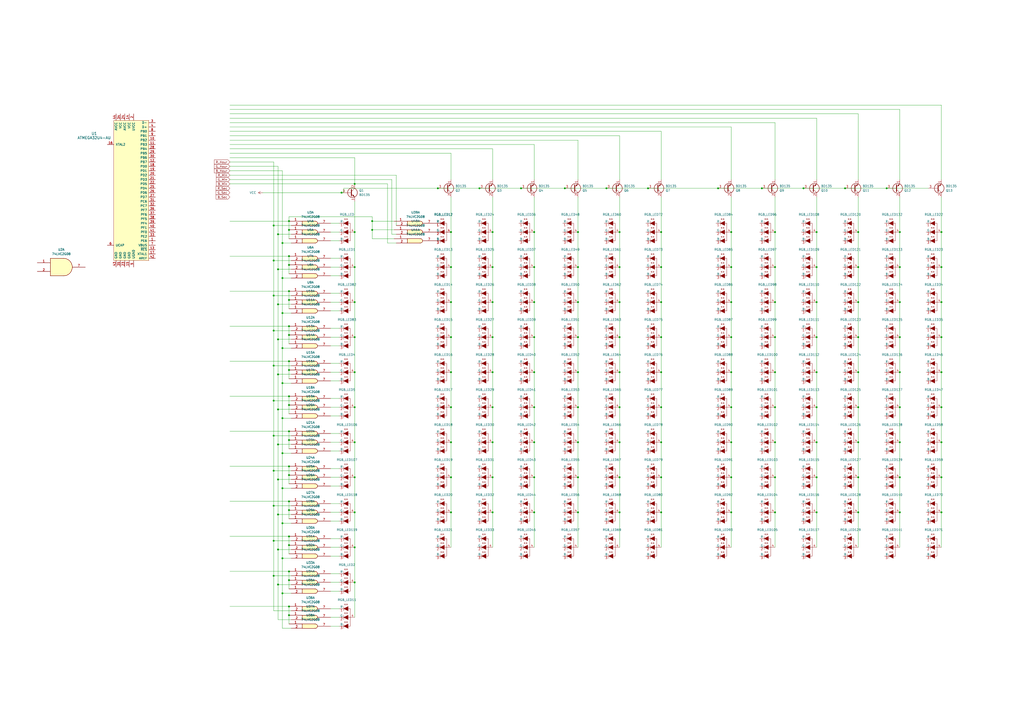
<source format=kicad_sch>
(kicad_sch (version 20250114) (generator "eeschema") (generator_version "9.0")
  (paper "A2")
  (junction (at 161.29 135.89))
  (junction (at 205.74 297.18))
  (junction (at 383.54 154.94))
  (junction (at 309.88 134.62))
  (junction (at 521.97 154.94))
  (junction (at 205.74 215.9))
  (junction (at 302.26 109.22))
  (junction (at 449.58 215.9))
  (junction (at 546.1 276.86))
  (junction (at 158.75 252.73))
  (junction (at 158.75 171.45))
  (junction (at 158.75 191.77))
  (junction (at 546.1 134.62))
  (junction (at 167.64 234.95))
  (junction (at 285.75 297.18))
  (junction (at 163.83 242.57))
  (junction (at 167.64 209.55))
  (junction (at 215.9 128.27))
  (junction (at 161.29 156.21))
  (junction (at 466.09 109.22))
  (junction (at 449.58 134.62))
  (junction (at 449.58 276.86))
  (junction (at 473.71 256.54))
  (junction (at 383.54 276.86))
  (junction (at 261.62 154.94))
  (junction (at 490.22 109.22))
  (junction (at 205.74 106.68))
  (junction (at 335.28 195.58))
  (junction (at 351.79 109.22))
  (junction (at 335.28 215.9))
  (junction (at 473.71 215.9))
  (junction (at 158.75 232.41))
  (junction (at 521.97 134.62))
  (junction (at 359.41 297.18))
  (junction (at 521.97 175.26))
  (junction (at 163.83 140.97))
  (junction (at 158.75 151.13))
  (junction (at 285.75 236.22))
  (junction (at 335.28 154.94))
  (junction (at 359.41 236.22))
  (junction (at 285.75 215.9))
  (junction (at 359.41 134.62))
  (junction (at 167.64 255.27))
  (junction (at 424.18 154.94))
  (junction (at 167.64 153.67))
  (junction (at 158.75 313.69))
  (junction (at 449.58 236.22))
  (junction (at 309.88 195.58))
  (junction (at 497.84 215.9))
  (junction (at 167.64 351.79))
  (junction (at 161.29 318.77))
  (junction (at 158.75 130.81))
  (junction (at 383.54 175.26))
  (junction (at 261.62 256.54))
  (junction (at 167.64 173.99))
  (junction (at 473.71 236.22))
  (junction (at 497.84 175.26))
  (junction (at 205.74 317.5))
  (junction (at 161.29 176.53))
  (junction (at 215.9 133.35))
  (junction (at 497.84 195.58))
  (junction (at 261.62 175.26))
  (junction (at 167.64 250.19))
  (junction (at 163.83 323.85))
  (junction (at 161.29 257.81))
  (junction (at 309.88 175.26))
  (junction (at 161.29 196.85))
  (junction (at 309.88 154.94))
  (junction (at 449.58 297.18))
  (junction (at 327.66 109.22))
  (junction (at 335.28 236.22))
  (junction (at 163.83 344.17))
  (junction (at 158.75 293.37))
  (junction (at 497.84 276.86))
  (junction (at 383.54 134.62))
  (junction (at 205.74 134.62))
  (junction (at 335.28 175.26))
  (junction (at 163.83 161.29))
  (junction (at 285.75 256.54))
  (junction (at 383.54 215.9))
  (junction (at 261.62 134.62))
  (junction (at 161.29 298.45))
  (junction (at 205.74 337.82))
  (junction (at 167.64 295.91))
  (junction (at 261.62 236.22))
  (junction (at 546.1 215.9))
  (junction (at 163.83 262.89))
  (junction (at 163.83 303.53))
  (junction (at 167.64 356.87))
  (junction (at 449.58 154.94))
  (junction (at 521.97 276.86))
  (junction (at 261.62 215.9))
  (junction (at 167.64 128.27))
  (junction (at 285.75 154.94))
  (junction (at 473.71 276.86))
  (junction (at 285.75 276.86))
  (junction (at 416.56 109.22))
  (junction (at 424.18 236.22))
  (junction (at 167.64 194.31))
  (junction (at 167.64 331.47))
  (junction (at 205.74 256.54))
  (junction (at 383.54 236.22))
  (junction (at 497.84 297.18))
  (junction (at 161.29 217.17))
  (junction (at 383.54 256.54))
  (junction (at 161.29 237.49))
  (junction (at 359.41 195.58))
  (junction (at 473.71 134.62))
  (junction (at 205.74 154.94))
  (junction (at 285.75 134.62))
  (junction (at 158.75 212.09))
  (junction (at 335.28 297.18))
  (junction (at 285.75 175.26))
  (junction (at 473.71 297.18))
  (junction (at 546.1 195.58))
  (junction (at 521.97 195.58))
  (junction (at 309.88 236.22))
  (junction (at 473.71 175.26))
  (junction (at 163.83 201.93))
  (junction (at 359.41 175.26))
  (junction (at 497.84 154.94))
  (junction (at 167.64 214.63))
  (junction (at 254 109.22))
  (junction (at 167.64 148.59))
  (junction (at 163.83 222.25))
  (junction (at 546.1 297.18))
  (junction (at 335.28 256.54))
  (junction (at 335.28 134.62))
  (junction (at 449.58 195.58))
  (junction (at 473.71 195.58))
  (junction (at 161.29 278.13))
  (junction (at 521.97 236.22))
  (junction (at 441.96 109.22))
  (junction (at 497.84 256.54))
  (junction (at 546.1 175.26))
  (junction (at 167.64 316.23))
  (junction (at 546.1 236.22))
  (junction (at 309.88 276.86))
  (junction (at 198.12 111.76))
  (junction (at 424.18 134.62))
  (junction (at 383.54 195.58))
  (junction (at 335.28 276.86))
  (junction (at 261.62 276.86))
  (junction (at 546.1 256.54))
  (junction (at 424.18 256.54))
  (junction (at 497.84 134.62))
  (junction (at 497.84 236.22))
  (junction (at 261.62 195.58))
  (junction (at 514.35 109.22))
  (junction (at 449.58 256.54))
  (junction (at 521.97 215.9))
  (junction (at 309.88 297.18))
  (junction (at 167.64 336.55))
  (junction (at 309.88 256.54))
  (junction (at 158.75 334.01))
  (junction (at 261.62 297.18))
  (junction (at 424.18 215.9))
  (junction (at 285.75 195.58))
  (junction (at 205.74 236.22))
  (junction (at 205.74 175.26))
  (junction (at 424.18 297.18))
  (junction (at 546.1 154.94))
  (junction (at 167.64 290.83))
  (junction (at 359.41 154.94))
  (junction (at 167.64 270.51))
  (junction (at 167.64 133.35))
  (junction (at 359.41 276.86))
  (junction (at 359.41 215.9))
  (junction (at 521.97 256.54))
  (junction (at 167.64 189.23))
  (junction (at 158.75 273.05))
  (junction (at 167.64 275.59))
  (junction (at 309.88 215.9))
  (junction (at 163.83 283.21))
  (junction (at 424.18 276.86))
  (junction (at 424.18 195.58))
  (junction (at 163.83 181.61))
  (junction (at 383.54 297.18))
  (junction (at 449.58 175.26))
  (junction (at 375.92 109.22))
  (junction (at 205.74 195.58))
  (junction (at 161.29 339.09))
  (junction (at 278.13 109.22))
  (junction (at 424.18 175.26))
  (junction (at 167.64 168.91))
  (junction (at 205.74 276.86))
  (junction (at 167.64 311.15))
  (junction (at 521.97 297.18))
  (junction (at 473.71 154.94))
  (junction (at 359.41 256.54))
  (junction (at 167.64 229.87))
  (wire (pts (xy 191.77 195.58) (xy 196.85 195.58)))
  (wire (pts (xy 133.35 189.23) (xy 167.64 189.23)))
  (wire (pts (xy 215.9 128.27) (xy 215.9 133.35)))
  (wire (pts (xy 161.29 156.21) (xy 168.91 156.21)))
  (wire (pts (xy 424.18 73.66) (xy 424.18 104.14)))
  (wire (pts (xy 133.35 104.14) (xy 227.33 104.14)))
  (wire (pts (xy 449.58 236.22) (xy 449.58 256.54)))
  (wire (pts (xy 191.77 312.42) (xy 196.85 312.42)))
  (wire (pts (xy 473.71 215.9) (xy 473.71 236.22)))
  (wire (pts (xy 167.64 173.99) (xy 167.64 179.07)))
  (wire (pts (xy 449.58 297.18) (xy 449.58 317.5)))
  (wire (pts (xy 191.77 154.94) (xy 196.85 154.94)))
  (wire (pts (xy 309.88 175.26) (xy 309.88 195.58)))
  (wire (pts (xy 205.74 175.26) (xy 205.74 195.58)))
  (wire (pts (xy 359.41 256.54) (xy 359.41 276.86)))
  (wire (pts (xy 285.75 195.58) (xy 285.75 215.9)))
  (wire (pts (xy 424.18 73.66) (xy 133.35 73.66)))
  (wire (pts (xy 309.88 114.3) (xy 309.88 134.62)))
  (wire (pts (xy 167.64 214.63) (xy 167.64 219.71)))
  (wire (pts (xy 191.77 276.86) (xy 196.85 276.86)))
  (wire (pts (xy 285.75 297.18) (xy 285.75 317.5)))
  (wire (pts (xy 327.66 109.22) (xy 351.79 109.22)))
  (wire (pts (xy 167.64 189.23) (xy 167.64 194.31)))
  (wire (pts (xy 285.75 86.36) (xy 133.35 86.36)))
  (wire (pts (xy 163.83 181.61) (xy 168.91 181.61)))
  (wire (pts (xy 449.58 175.26) (xy 449.58 195.58)))
  (wire (pts (xy 359.41 78.74) (xy 359.41 104.14)))
  (wire (pts (xy 205.74 215.9) (xy 205.74 236.22)))
  (wire (pts (xy 158.75 93.98) (xy 158.75 130.81)))
  (wire (pts (xy 191.77 322.58) (xy 196.85 322.58)))
  (wire (pts (xy 205.74 236.22) (xy 205.74 256.54)))
  (wire (pts (xy 546.1 236.22) (xy 546.1 256.54)))
  (wire (pts (xy 167.64 234.95) (xy 167.64 240.03)))
  (wire (pts (xy 158.75 252.73) (xy 158.75 273.05)))
  (wire (pts (xy 261.62 236.22) (xy 261.62 256.54)))
  (wire (pts (xy 473.71 276.86) (xy 473.71 297.18)))
  (wire (pts (xy 359.41 175.26) (xy 359.41 195.58)))
  (wire (pts (xy 473.71 297.18) (xy 473.71 317.5)))
  (wire (pts (xy 158.75 212.09) (xy 158.75 232.41)))
  (wire (pts (xy 383.54 297.18) (xy 383.54 317.5)))
  (wire (pts (xy 161.29 278.13) (xy 168.91 278.13)))
  (wire (pts (xy 158.75 334.01) (xy 158.75 354.33)))
  (wire (pts (xy 521.97 63.5) (xy 133.35 63.5)))
  (wire (pts (xy 546.1 256.54) (xy 546.1 276.86)))
  (wire (pts (xy 191.77 139.7) (xy 196.85 139.7)))
  (wire (pts (xy 133.35 331.47) (xy 167.64 331.47)))
  (wire (pts (xy 466.09 109.22) (xy 490.22 109.22)))
  (wire (pts (xy 473.71 68.58) (xy 133.35 68.58)))
  (wire (pts (xy 133.35 229.87) (xy 167.64 229.87)))
  (wire (pts (xy 261.62 114.3) (xy 261.62 134.62)))
  (wire (pts (xy 335.28 114.3) (xy 335.28 134.62)))
  (wire (pts (xy 133.35 101.6) (xy 229.87 101.6)))
  (wire (pts (xy 191.77 129.54) (xy 196.85 129.54)))
  (wire (pts (xy 133.35 128.27) (xy 167.64 128.27)))
  (wire (pts (xy 158.75 130.81) (xy 168.91 130.81)))
  (wire (pts (xy 191.77 210.82) (xy 196.85 210.82)))
  (wire (pts (xy 473.71 256.54) (xy 473.71 276.86)))
  (wire (pts (xy 191.77 160.02) (xy 196.85 160.02)))
  (wire (pts (xy 191.77 215.9) (xy 196.85 215.9)))
  (wire (pts (xy 215.9 138.43) (xy 228.6 138.43)))
  (wire (pts (xy 309.88 215.9) (xy 309.88 236.22)))
  (wire (pts (xy 497.84 195.58) (xy 497.84 215.9)))
  (wire (pts (xy 546.1 175.26) (xy 546.1 195.58)))
  (wire (pts (xy 335.28 81.28) (xy 335.28 104.14)))
  (wire (pts (xy 161.29 135.89) (xy 161.29 156.21)))
  (wire (pts (xy 158.75 232.41) (xy 158.75 252.73)))
  (wire (pts (xy 161.29 318.77) (xy 168.91 318.77)))
  (wire (pts (xy 497.84 66.04) (xy 497.84 104.14)))
  (wire (pts (xy 191.77 149.86) (xy 196.85 149.86)))
  (wire (pts (xy 449.58 215.9) (xy 449.58 236.22)))
  (wire (pts (xy 152.4 111.76) (xy 198.12 111.76)))
  (wire (pts (xy 521.97 154.94) (xy 521.97 175.26)))
  (wire (pts (xy 167.64 153.67) (xy 167.64 158.75)))
  (wire (pts (xy 473.71 236.22) (xy 473.71 256.54)))
  (wire (pts (xy 205.74 134.62) (xy 205.74 154.94)))
  (wire (pts (xy 359.41 195.58) (xy 359.41 215.9)))
  (wire (pts (xy 199.39 111.76) (xy 199.39 109.22)))
  (wire (pts (xy 191.77 342.9) (xy 196.85 342.9)))
  (wire (pts (xy 227.33 135.89) (xy 229.87 135.89)))
  (wire (pts (xy 424.18 114.3) (xy 424.18 134.62)))
  (wire (pts (xy 191.77 292.1) (xy 196.85 292.1)))
  (wire (pts (xy 449.58 256.54) (xy 449.58 276.86)))
  (wire (pts (xy 449.58 276.86) (xy 449.58 297.18)))
  (wire (pts (xy 449.58 134.62) (xy 449.58 154.94)))
  (wire (pts (xy 335.28 175.26) (xy 335.28 195.58)))
  (wire (pts (xy 335.28 81.28) (xy 133.35 81.28)))
  (wire (pts (xy 215.9 133.35) (xy 215.9 138.43)))
  (wire (pts (xy 285.75 236.22) (xy 285.75 256.54)))
  (wire (pts (xy 191.77 220.98) (xy 196.85 220.98)))
  (wire (pts (xy 335.28 256.54) (xy 335.28 276.86)))
  (wire (pts (xy 158.75 130.81) (xy 158.75 151.13)))
  (wire (pts (xy 285.75 175.26) (xy 285.75 195.58)))
  (wire (pts (xy 424.18 195.58) (xy 424.18 215.9)))
  (wire (pts (xy 161.29 318.77) (xy 161.29 339.09)))
  (wire (pts (xy 163.83 323.85) (xy 163.83 344.17)))
  (wire (pts (xy 261.62 215.9) (xy 261.62 236.22)))
  (wire (pts (xy 133.35 88.9) (xy 261.62 88.9)))
  (wire (pts (xy 383.54 114.3) (xy 383.54 134.62)))
  (wire (pts (xy 163.83 344.17) (xy 163.83 364.49)))
  (wire (pts (xy 167.64 128.27) (xy 167.64 133.35)))
  (wire (pts (xy 335.28 134.62) (xy 335.28 154.94)))
  (wire (pts (xy 278.13 109.22) (xy 302.26 109.22)))
  (wire (pts (xy 191.77 134.62) (xy 196.85 134.62)))
  (wire (pts (xy 546.1 195.58) (xy 546.1 215.9)))
  (wire (pts (xy 359.41 154.94) (xy 359.41 175.26)))
  (wire (pts (xy 335.28 154.94) (xy 335.28 175.26)))
  (wire (pts (xy 424.18 276.86) (xy 424.18 297.18)))
  (wire (pts (xy 309.88 297.18) (xy 309.88 317.5)))
  (wire (pts (xy 133.35 290.83) (xy 167.64 290.83)))
  (wire (pts (xy 163.83 161.29) (xy 168.91 161.29)))
  (wire (pts (xy 163.83 201.93) (xy 168.91 201.93)))
  (wire (pts (xy 473.71 68.58) (xy 473.71 104.14)))
  (wire (pts (xy 261.62 154.94) (xy 261.62 175.26)))
  (wire (pts (xy 285.75 215.9) (xy 285.75 236.22)))
  (wire (pts (xy 163.83 344.17) (xy 168.91 344.17)))
  (wire (pts (xy 167.64 148.59) (xy 167.64 153.67)))
  (wire (pts (xy 359.41 78.74) (xy 133.35 78.74)))
  (wire (pts (xy 215.9 133.35) (xy 228.6 133.35)))
  (wire (pts (xy 497.84 215.9) (xy 497.84 236.22)))
  (wire (pts (xy 473.71 114.3) (xy 473.71 134.62)))
  (wire (pts (xy 161.29 217.17) (xy 161.29 237.49)))
  (wire (pts (xy 261.62 134.62) (xy 261.62 154.94)))
  (wire (pts (xy 167.64 255.27) (xy 167.64 260.35)))
  (wire (pts (xy 158.75 293.37) (xy 168.91 293.37)))
  (wire (pts (xy 521.97 236.22) (xy 521.97 256.54)))
  (wire (pts (xy 205.74 317.5) (xy 205.74 337.82)))
  (wire (pts (xy 163.83 364.49) (xy 168.91 364.49)))
  (wire (pts (xy 161.29 237.49) (xy 168.91 237.49)))
  (wire (pts (xy 497.84 236.22) (xy 497.84 256.54)))
  (wire (pts (xy 158.75 171.45) (xy 158.75 191.77)))
  (wire (pts (xy 359.41 114.3) (xy 359.41 134.62)))
  (wire (pts (xy 309.88 256.54) (xy 309.88 276.86)))
  (wire (pts (xy 383.54 256.54) (xy 383.54 276.86)))
  (wire (pts (xy 158.75 151.13) (xy 158.75 171.45)))
  (wire (pts (xy 167.64 209.55) (xy 167.64 214.63)))
  (wire (pts (xy 191.77 363.22) (xy 196.85 363.22)))
  (wire (pts (xy 163.83 201.93) (xy 163.83 222.25)))
  (wire (pts (xy 383.54 154.94) (xy 383.54 175.26)))
  (wire (pts (xy 161.29 196.85) (xy 161.29 217.17)))
  (wire (pts (xy 167.64 351.79) (xy 167.64 356.87)))
  (wire (pts (xy 473.71 134.62) (xy 473.71 154.94)))
  (wire (pts (xy 191.77 337.82) (xy 196.85 337.82)))
  (wire (pts (xy 133.35 148.59) (xy 167.64 148.59)))
  (wire (pts (xy 335.28 215.9) (xy 335.28 236.22)))
  (wire (pts (xy 191.77 281.94) (xy 196.85 281.94)))
  (wire (pts (xy 302.26 109.22) (xy 327.66 109.22)))
  (wire (pts (xy 167.64 356.87) (xy 167.64 361.95)))
  (wire (pts (xy 521.97 215.9) (xy 521.97 236.22)))
  (wire (pts (xy 158.75 191.77) (xy 158.75 212.09)))
  (wire (pts (xy 359.41 297.18) (xy 359.41 317.5)))
  (wire (pts (xy 167.64 275.59) (xy 167.64 280.67)))
  (wire (pts (xy 158.75 252.73) (xy 168.91 252.73)))
  (wire (pts (xy 163.83 242.57) (xy 168.91 242.57)))
  (wire (pts (xy 205.74 297.18) (xy 205.74 317.5)))
  (wire (pts (xy 167.64 311.15) (xy 167.64 316.23)))
  (wire (pts (xy 449.58 195.58) (xy 449.58 215.9)))
  (wire (pts (xy 546.1 276.86) (xy 546.1 297.18)))
  (wire (pts (xy 167.64 229.87) (xy 167.64 234.95)))
  (wire (pts (xy 309.88 83.82) (xy 309.88 104.14)))
  (wire (pts (xy 449.58 71.12) (xy 449.58 104.14)))
  (wire (pts (xy 205.74 116.84) (xy 205.74 134.62)))
  (wire (pts (xy 191.77 231.14) (xy 196.85 231.14)))
  (wire (pts (xy 163.83 323.85) (xy 168.91 323.85)))
  (wire (pts (xy 163.83 303.53) (xy 163.83 323.85)))
  (wire (pts (xy 161.29 339.09) (xy 168.91 339.09)))
  (wire (pts (xy 215.9 125.73) (xy 215.9 128.27)))
  (wire (pts (xy 521.97 276.86) (xy 521.97 297.18)))
  (wire (pts (xy 163.83 222.25) (xy 168.91 222.25)))
  (wire (pts (xy 497.84 154.94) (xy 497.84 175.26)))
  (wire (pts (xy 424.18 236.22) (xy 424.18 256.54)))
  (wire (pts (xy 351.79 109.22) (xy 375.92 109.22)))
  (wire (pts (xy 205.74 154.94) (xy 205.74 175.26)))
  (wire (pts (xy 167.64 295.91) (xy 167.64 300.99)))
  (wire (pts (xy 359.41 236.22) (xy 359.41 256.54)))
  (wire (pts (xy 191.77 200.66) (xy 196.85 200.66)))
  (wire (pts (xy 375.92 109.22) (xy 416.56 109.22)))
  (wire (pts (xy 261.62 297.18) (xy 261.62 317.5)))
  (wire (pts (xy 309.88 276.86) (xy 309.88 297.18)))
  (wire (pts (xy 473.71 195.58) (xy 473.71 215.9)))
  (wire (pts (xy 449.58 114.3) (xy 449.58 134.62)))
  (wire (pts (xy 229.87 101.6) (xy 229.87 130.81)))
  (wire (pts (xy 191.77 175.26) (xy 196.85 175.26)))
  (wire (pts (xy 449.58 154.94) (xy 449.58 175.26)))
  (wire (pts (xy 521.97 134.62) (xy 521.97 154.94)))
  (wire (pts (xy 285.75 114.3) (xy 285.75 134.62)))
  (wire (pts (xy 205.74 337.82) (xy 205.74 358.14)))
  (wire (pts (xy 161.29 359.41) (xy 168.91 359.41)))
  (wire (pts (xy 191.77 241.3) (xy 196.85 241.3)))
  (wire (pts (xy 163.83 262.89) (xy 168.91 262.89)))
  (wire (pts (xy 133.35 250.19) (xy 167.64 250.19)))
  (wire (pts (xy 163.83 140.97) (xy 168.91 140.97)))
  (wire (pts (xy 309.88 154.94) (xy 309.88 175.26)))
  (wire (pts (xy 359.41 134.62) (xy 359.41 154.94)))
  (wire (pts (xy 163.83 283.21) (xy 168.91 283.21)))
  (wire (pts (xy 449.58 71.12) (xy 133.35 71.12)))
  (wire (pts (xy 191.77 358.14) (xy 196.85 358.14)))
  (wire (pts (xy 163.83 242.57) (xy 163.83 262.89)))
  (wire (pts (xy 261.62 88.9) (xy 261.62 104.14)))
  (wire (pts (xy 191.77 236.22) (xy 196.85 236.22)))
  (wire (pts (xy 383.54 236.22) (xy 383.54 256.54)))
  (wire (pts (xy 161.29 196.85) (xy 168.91 196.85)))
  (wire (pts (xy 161.29 156.21) (xy 161.29 176.53)))
  (wire (pts (xy 335.28 195.58) (xy 335.28 215.9)))
  (wire (pts (xy 521.97 256.54) (xy 521.97 276.86)))
  (wire (pts (xy 254 109.22) (xy 278.13 109.22)))
  (wire (pts (xy 158.75 273.05) (xy 158.75 293.37)))
  (wire (pts (xy 497.84 134.62) (xy 497.84 154.94)))
  (wire (pts (xy 191.77 271.78) (xy 196.85 271.78)))
  (wire (pts (xy 191.77 302.26) (xy 196.85 302.26)))
  (wire (pts (xy 497.84 114.3) (xy 497.84 134.62)))
  (wire (pts (xy 521.97 175.26) (xy 521.97 195.58)))
  (wire (pts (xy 383.54 175.26) (xy 383.54 195.58)))
  (wire (pts (xy 309.88 134.62) (xy 309.88 154.94)))
  (wire (pts (xy 191.77 317.5) (xy 196.85 317.5)))
  (wire (pts (xy 285.75 134.62) (xy 285.75 154.94)))
  (wire (pts (xy 521.97 63.5) (xy 521.97 104.14)))
  (wire (pts (xy 521.97 114.3) (xy 521.97 134.62)))
  (wire (pts (xy 167.64 250.19) (xy 167.64 255.27)))
  (wire (pts (xy 359.41 276.86) (xy 359.41 297.18)))
  (wire (pts (xy 205.74 256.54) (xy 205.74 276.86)))
  (wire (pts (xy 205.74 106.68) (xy 224.79 106.68)))
  (wire (pts (xy 261.62 276.86) (xy 261.62 297.18)))
  (wire (pts (xy 191.77 251.46) (xy 196.85 251.46)))
  (wire (pts (xy 163.83 161.29) (xy 163.83 181.61)))
  (wire (pts (xy 546.1 297.18) (xy 546.1 317.5)))
  (wire (pts (xy 191.77 170.18) (xy 196.85 170.18)))
  (wire (pts (xy 191.77 180.34) (xy 196.85 180.34)))
  (wire (pts (xy 424.18 297.18) (xy 424.18 317.5)))
  (wire (pts (xy 133.35 99.06) (xy 163.83 99.06)))
  (wire (pts (xy 161.29 237.49) (xy 161.29 257.81)))
  (wire (pts (xy 546.1 134.62) (xy 546.1 154.94)))
  (wire (pts (xy 309.88 83.82) (xy 133.35 83.82)))
  (wire (pts (xy 167.64 270.51) (xy 167.64 275.59)))
  (wire (pts (xy 158.75 171.45) (xy 168.91 171.45)))
  (wire (pts (xy 133.35 168.91) (xy 167.64 168.91)))
  (wire (pts (xy 473.71 175.26) (xy 473.71 195.58)))
  (wire (pts (xy 133.35 270.51) (xy 167.64 270.51)))
  (wire (pts (xy 161.29 257.81) (xy 168.91 257.81)))
  (wire (pts (xy 285.75 86.36) (xy 285.75 104.14)))
  (wire (pts (xy 261.62 195.58) (xy 261.62 215.9)))
  (wire (pts (xy 215.9 128.27) (xy 228.6 128.27)))
  (wire (pts (xy 161.29 339.09) (xy 161.29 359.41)))
  (wire (pts (xy 167.64 128.27) (xy 167.64 125.73)))
  (wire (pts (xy 133.35 93.98) (xy 158.75 93.98)))
  (wire (pts (xy 167.64 194.31) (xy 167.64 199.39)))
  (wire (pts (xy 497.84 297.18) (xy 497.84 317.5)))
  (wire (pts (xy 191.77 190.5) (xy 196.85 190.5)))
  (wire (pts (xy 158.75 191.77) (xy 168.91 191.77)))
  (wire (pts (xy 335.28 297.18) (xy 335.28 317.5)))
  (wire (pts (xy 191.77 297.18) (xy 196.85 297.18)))
  (wire (pts (xy 163.83 262.89) (xy 163.83 283.21)))
  (wire (pts (xy 158.75 151.13) (xy 168.91 151.13)))
  (wire (pts (xy 158.75 212.09) (xy 168.91 212.09)))
  (wire (pts (xy 285.75 256.54) (xy 285.75 276.86)))
  (wire (pts (xy 224.79 140.97) (xy 229.87 140.97)))
  (wire (pts (xy 383.54 76.2) (xy 133.35 76.2)))
  (wire (pts (xy 473.71 154.94) (xy 473.71 175.26)))
  (wire (pts (xy 167.64 168.91) (xy 167.64 173.99)))
  (wire (pts (xy 424.18 256.54) (xy 424.18 276.86)))
  (wire (pts (xy 205.74 106.68) (xy 205.74 91.44)))
  (wire (pts (xy 309.88 195.58) (xy 309.88 215.9)))
  (wire (pts (xy 161.29 176.53) (xy 161.29 196.85)))
  (wire (pts (xy 261.62 175.26) (xy 261.62 195.58)))
  (wire (pts (xy 133.35 311.15) (xy 167.64 311.15)))
  (wire (pts (xy 359.41 215.9) (xy 359.41 236.22)))
  (wire (pts (xy 161.29 96.52) (xy 161.29 135.89)))
  (wire (pts (xy 309.88 236.22) (xy 309.88 256.54)))
  (wire (pts (xy 158.75 273.05) (xy 168.91 273.05)))
  (wire (pts (xy 335.28 236.22) (xy 335.28 256.54)))
  (wire (pts (xy 191.77 332.74) (xy 196.85 332.74)))
  (wire (pts (xy 383.54 276.86) (xy 383.54 297.18)))
  (wire (pts (xy 383.54 215.9) (xy 383.54 236.22)))
  (wire (pts (xy 514.35 109.22) (xy 538.48 109.22)))
  (wire (pts (xy 335.28 276.86) (xy 335.28 297.18)))
  (wire (pts (xy 161.29 257.81) (xy 161.29 278.13)))
  (wire (pts (xy 224.79 106.68) (xy 224.79 140.97)))
  (wire (pts (xy 167.64 316.23) (xy 167.64 321.31)))
  (wire (pts (xy 424.18 154.94) (xy 424.18 175.26)))
  (wire (pts (xy 167.64 336.55) (xy 167.64 341.63)))
  (wire (pts (xy 158.75 293.37) (xy 158.75 313.69)))
  (wire (pts (xy 205.74 91.44) (xy 133.35 91.44)))
  (wire (pts (xy 133.35 351.79) (xy 167.64 351.79)))
  (wire (pts (xy 167.64 290.83) (xy 167.64 295.91)))
  (wire (pts (xy 546.1 60.96) (xy 133.35 60.96)))
  (wire (pts (xy 261.62 256.54) (xy 261.62 276.86)))
  (wire (pts (xy 163.83 181.61) (xy 163.83 201.93)))
  (wire (pts (xy 133.35 96.52) (xy 161.29 96.52)))
  (wire (pts (xy 161.29 217.17) (xy 168.91 217.17)))
  (wire (pts (xy 163.83 99.06) (xy 163.83 140.97)))
  (wire (pts (xy 497.84 66.04) (xy 133.35 66.04)))
  (wire (pts (xy 158.75 334.01) (xy 168.91 334.01)))
  (wire (pts (xy 424.18 134.62) (xy 424.18 154.94)))
  (wire (pts (xy 191.77 256.54) (xy 196.85 256.54)))
  (wire (pts (xy 161.29 278.13) (xy 161.29 298.45)))
  (wire (pts (xy 285.75 154.94) (xy 285.75 175.26)))
  (wire (pts (xy 158.75 232.41) (xy 168.91 232.41)))
  (wire (pts (xy 521.97 195.58) (xy 521.97 215.9)))
  (wire (pts (xy 163.83 303.53) (xy 168.91 303.53)))
  (wire (pts (xy 158.75 313.69) (xy 158.75 334.01)))
  (wire (pts (xy 191.77 353.06) (xy 196.85 353.06)))
  (wire (pts (xy 161.29 298.45) (xy 168.91 298.45)))
  (wire (pts (xy 546.1 154.94) (xy 546.1 175.26)))
  (wire (pts (xy 161.29 298.45) (xy 161.29 318.77)))
  (wire (pts (xy 191.77 261.62) (xy 196.85 261.62)))
  (wire (pts (xy 167.64 125.73) (xy 215.9 125.73)))
  (wire (pts (xy 441.96 109.22) (xy 466.09 109.22)))
  (wire (pts (xy 163.83 140.97) (xy 163.83 161.29)))
  (wire (pts (xy 521.97 297.18) (xy 521.97 317.5)))
  (wire (pts (xy 497.84 256.54) (xy 497.84 276.86)))
  (wire (pts (xy 161.29 135.89) (xy 168.91 135.89)))
  (wire (pts (xy 424.18 215.9) (xy 424.18 236.22)))
  (wire (pts (xy 546.1 114.3) (xy 546.1 134.62)))
  (wire (pts (xy 383.54 76.2) (xy 383.54 104.14)))
  (wire (pts (xy 161.29 176.53) (xy 168.91 176.53)))
  (wire (pts (xy 227.33 104.14) (xy 227.33 135.89)))
  (wire (pts (xy 546.1 215.9) (xy 546.1 236.22)))
  (wire (pts (xy 546.1 60.96) (xy 546.1 104.14)))
  (wire (pts (xy 163.83 222.25) (xy 163.83 242.57)))
  (wire (pts (xy 424.18 175.26) (xy 424.18 195.58)))
  (wire (pts (xy 416.56 109.22) (xy 441.96 109.22)))
  (wire (pts (xy 133.35 209.55) (xy 167.64 209.55)))
  (wire (pts (xy 383.54 195.58) (xy 383.54 215.9)))
  (wire (pts (xy 285.75 276.86) (xy 285.75 297.18)))
  (wire (pts (xy 497.84 276.86) (xy 497.84 297.18)))
  (wire (pts (xy 205.74 276.86) (xy 205.74 297.18)))
  (wire (pts (xy 167.64 331.47) (xy 167.64 336.55)))
  (wire (pts (xy 490.22 109.22) (xy 514.35 109.22)))
  (wire (pts (xy 198.12 111.76) (xy 199.39 111.76)))
  (wire (pts (xy 205.74 195.58) (xy 205.74 215.9)))
  (wire (pts (xy 167.64 133.35) (xy 167.64 138.43)))
  (wire (pts (xy 163.83 283.21) (xy 163.83 303.53)))
  (wire (pts (xy 133.35 106.68) (xy 205.74 106.68)))
  (wire (pts (xy 383.54 134.62) (xy 383.54 154.94)))
  (wire (pts (xy 158.75 313.69) (xy 168.91 313.69)))
  (wire (pts (xy 199.39 109.22) (xy 254 109.22)))
  (wire (pts (xy 497.84 175.26) (xy 497.84 195.58)))
  (wire (pts (xy 158.75 354.33) (xy 168.91 354.33)))
  (global_label "B_Sec" (shape input) (at 133.35 114.3 180) (property "Intersheetrefs" "${INTERSHEET_REFS}" (effects (hide yes))))
  (global_label "R_Hour" (shape input) (at 133.35 93.98 180) (property "Intersheetrefs" "${INTERSHEET_REFS}" (effects (hide yes))))
  (global_label "G_Hour" (shape input) (at 133.35 96.52 180) (property "Intersheetrefs" "${INTERSHEET_REFS}" (effects (hide yes))))
  (global_label "R_Sec" (shape input) (at 133.35 109.22 180) (property "Intersheetrefs" "${INTERSHEET_REFS}" (effects (hide yes))))
  (global_label "G_Min" (shape input) (at 133.35 104.14 180) (property "Intersheetrefs" "${INTERSHEET_REFS}" (effects (hide yes))))
  (global_label "R_Min" (shape input) (at 133.35 101.6 180) (property "Intersheetrefs" "${INTERSHEET_REFS}" (effects (hide yes))))
  (global_label "B_Hour" (shape input) (at 133.35 99.06 180) (property "Intersheetrefs" "${INTERSHEET_REFS}" (effects (hide yes))))
  (global_label "G_Sec" (shape input) (at 133.35 111.76 180) (property "Intersheetrefs" "${INTERSHEET_REFS}" (effects (hide yes))))
  (global_label "B_Min" (shape input) (at 133.35 106.68 180) (property "Intersheetrefs" "${INTERSHEET_REFS}" (effects (hide yes))))
  (symbol (lib_id "Transistor_BJT:BD135") (at 543.56 109.22 0) (mirror x) (unit 1)
    (property "Reference" "Q13" (at 548.64 110.4901 0) (effects (justify left)))
    (property "Value" "BD135" (at 548.64 107.9501 0) (effects (justify left)))
    (property "Footprint" "Package_TO_SOT_THT:TO-126-3_Vertical" (effects (hide yes)))
    (property "Datasheet" "http://www.st.com/internet/com/TECHNICAL_RESOURCES/TECHNICAL_LITERATURE/DATASHEET/CD00001225.pdf" (effects (hide yes)))
    (property "Description" "1.5A Ic, 45V Vce, Low Voltage Transistor, TO-126" (effects (hide yes)))
  )
  (symbol (lib_id "dk_LED-Indication-Discrete:LTST-C19HE1WT") (at 331.47 195.58 0) (unit 1)
    (property "Reference" "RGB_LED51" (at 330.835 185.42 0))
    (property "Value" "LTST-C19HE1WT" (effects (hide yes)))
    (property "Footprint" "digikey-footprints:LED_Dual0603" (effects (hide yes)))
    (property "Datasheet" "http://optoelectronics.liteon.com/upload/download/DS22-2008-0044/LTST-C19HE1WT.pdf" (effects (hide yes)))
    (property "Description" "LED RGB DIFFUSED CHIP SMD" (effects (hide yes)))
    (property "Digi-Key_PN" "160-2162-1-ND" (effects (hide yes)))
    (property "MPN" "LTST-C19HE1WT" (effects (hide yes)))
    (property "Category" "Optoelectronics" (effects (hide yes)))
    (property "Family" "LED Indication - Discrete" (effects (hide yes)))
    (property "DK_Datasheet_Link" "http://optoelectronics.liteon.com/upload/download/DS22-2008-0044/LTST-C19HE1WT.pdf" (effects (hide yes)))
    (property "DK_Detail_Page" "/product-detail/en/lite-on-inc/LTST-C19HE1WT/160-2162-1-ND/4866310" (effects (hide yes)))
    (property "Description_1" "LED RGB DIFFUSED CHIP SMD" (effects (hide yes)))
    (property "Manufacturer" "Lite-On Inc." (effects (hide yes)))
    (property "Status" "Active" (effects (hide yes)))
  )
  (symbol (lib_id "dk_LED-Indication-Discrete:LTST-C19HE1WT") (at 379.73 195.58 0) (unit 1)
    (property "Reference" "RGB_LED75" (at 379.095 185.42 0))
    (property "Value" "LTST-C19HE1WT" (effects (hide yes)))
    (property "Footprint" "digikey-footprints:LED_Dual0603" (effects (hide yes)))
    (property "Datasheet" "http://optoelectronics.liteon.com/upload/download/DS22-2008-0044/LTST-C19HE1WT.pdf" (effects (hide yes)))
    (property "Description" "LED RGB DIFFUSED CHIP SMD" (effects (hide yes)))
    (property "Digi-Key_PN" "160-2162-1-ND" (effects (hide yes)))
    (property "MPN" "LTST-C19HE1WT" (effects (hide yes)))
    (property "Category" "Optoelectronics" (effects (hide yes)))
    (property "Family" "LED Indication - Discrete" (effects (hide yes)))
    (property "DK_Datasheet_Link" "http://optoelectronics.liteon.com/upload/download/DS22-2008-0044/LTST-C19HE1WT.pdf" (effects (hide yes)))
    (property "DK_Detail_Page" "/product-detail/en/lite-on-inc/LTST-C19HE1WT/160-2162-1-ND/4866310" (effects (hide yes)))
    (property "Description_1" "LED RGB DIFFUSED CHIP SMD" (effects (hide yes)))
    (property "Manufacturer" "Lite-On Inc." (effects (hide yes)))
    (property "Status" "Active" (effects (hide yes)))
  )
  (symbol (lib_id "dk_LED-Indication-Discrete:LTST-C19HE1WT") (at 494.03 297.18 0) (unit 1)
    (property "Reference" "RGB_LED128" (at 493.395 287.02 0))
    (property "Value" "LTST-C19HE1WT" (effects (hide yes)))
    (property "Footprint" "digikey-footprints:LED_Dual0603" (effects (hide yes)))
    (property "Datasheet" "http://optoelectronics.liteon.com/upload/download/DS22-2008-0044/LTST-C19HE1WT.pdf" (effects (hide yes)))
    (property "Description" "LED RGB DIFFUSED CHIP SMD" (effects (hide yes)))
    (property "Digi-Key_PN" "160-2162-1-ND" (effects (hide yes)))
    (property "MPN" "LTST-C19HE1WT" (effects (hide yes)))
    (property "Category" "Optoelectronics" (effects (hide yes)))
    (property "Family" "LED Indication - Discrete" (effects (hide yes)))
    (property "DK_Datasheet_Link" "http://optoelectronics.liteon.com/upload/download/DS22-2008-0044/LTST-C19HE1WT.pdf" (effects (hide yes)))
    (property "DK_Detail_Page" "/product-detail/en/lite-on-inc/LTST-C19HE1WT/160-2162-1-ND/4866310" (effects (hide yes)))
    (property "Description_1" "LED RGB DIFFUSED CHIP SMD" (effects (hide yes)))
    (property "Manufacturer" "Lite-On Inc." (effects (hide yes)))
    (property "Status" "Active" (effects (hide yes)))
  )
  (symbol (lib_id "dk_LED-Indication-Discrete:LTST-C19HE1WT") (at 420.37 297.18 0) (unit 1)
    (property "Reference" "RGB_LED92" (at 419.735 287.02 0))
    (property "Value" "LTST-C19HE1WT" (effects (hide yes)))
    (property "Footprint" "digikey-footprints:LED_Dual0603" (effects (hide yes)))
    (property "Datasheet" "http://optoelectronics.liteon.com/upload/download/DS22-2008-0044/LTST-C19HE1WT.pdf" (effects (hide yes)))
    (property "Description" "LED RGB DIFFUSED CHIP SMD" (effects (hide yes)))
    (property "Digi-Key_PN" "160-2162-1-ND" (effects (hide yes)))
    (property "MPN" "LTST-C19HE1WT" (effects (hide yes)))
    (property "Category" "Optoelectronics" (effects (hide yes)))
    (property "Family" "LED Indication - Discrete" (effects (hide yes)))
    (property "DK_Datasheet_Link" "http://optoelectronics.liteon.com/upload/download/DS22-2008-0044/LTST-C19HE1WT.pdf" (effects (hide yes)))
    (property "DK_Detail_Page" "/product-detail/en/lite-on-inc/LTST-C19HE1WT/160-2162-1-ND/4866310" (effects (hide yes)))
    (property "Description_1" "LED RGB DIFFUSED CHIP SMD" (effects (hide yes)))
    (property "Manufacturer" "Lite-On Inc." (effects (hide yes)))
    (property "Status" "Active" (effects (hide yes)))
  )
  (symbol (lib_id "dk_LED-Indication-Discrete:LTST-C19HE1WT") (at 257.81 134.62 0) (unit 1)
    (property "Reference" "RGB_LED12" (at 257.175 124.46 0))
    (property "Value" "LTST-C19HE1WT" (effects (hide yes)))
    (property "Footprint" "digikey-footprints:LED_Dual0603" (effects (hide yes)))
    (property "Datasheet" "http://optoelectronics.liteon.com/upload/download/DS22-2008-0044/LTST-C19HE1WT.pdf" (effects (hide yes)))
    (property "Description" "LED RGB DIFFUSED CHIP SMD" (effects (hide yes)))
    (property "Digi-Key_PN" "160-2162-1-ND" (effects (hide yes)))
    (property "MPN" "LTST-C19HE1WT" (effects (hide yes)))
    (property "Category" "Optoelectronics" (effects (hide yes)))
    (property "Family" "LED Indication - Discrete" (effects (hide yes)))
    (property "DK_Datasheet_Link" "http://optoelectronics.liteon.com/upload/download/DS22-2008-0044/LTST-C19HE1WT.pdf" (effects (hide yes)))
    (property "DK_Detail_Page" "/product-detail/en/lite-on-inc/LTST-C19HE1WT/160-2162-1-ND/4866310" (effects (hide yes)))
    (property "Description_1" "LED RGB DIFFUSED CHIP SMD" (effects (hide yes)))
    (property "Manufacturer" "Lite-On Inc." (effects (hide yes)))
    (property "Status" "Active" (effects (hide yes)))
  )
  (symbol (lib_id "dk_LED-Indication-Discrete:LTST-C19HE1WT") (at 469.9 215.9 0) (unit 1)
    (property "Reference" "RGB_LED112" (at 469.265 205.74 0))
    (property "Value" "LTST-C19HE1WT" (effects (hide yes)))
    (property "Footprint" "digikey-footprints:LED_Dual0603" (effects (hide yes)))
    (property "Datasheet" "http://optoelectronics.liteon.com/upload/download/DS22-2008-0044/LTST-C19HE1WT.pdf" (effects (hide yes)))
    (property "Description" "LED RGB DIFFUSED CHIP SMD" (effects (hide yes)))
    (property "Digi-Key_PN" "160-2162-1-ND" (effects (hide yes)))
    (property "MPN" "LTST-C19HE1WT" (effects (hide yes)))
    (property "Category" "Optoelectronics" (effects (hide yes)))
    (property "Family" "LED Indication - Discrete" (effects (hide yes)))
    (property "DK_Datasheet_Link" "http://optoelectronics.liteon.com/upload/download/DS22-2008-0044/LTST-C19HE1WT.pdf" (effects (hide yes)))
    (property "DK_Detail_Page" "/product-detail/en/lite-on-inc/LTST-C19HE1WT/160-2162-1-ND/4866310" (effects (hide yes)))
    (property "Description_1" "LED RGB DIFFUSED CHIP SMD" (effects (hide yes)))
    (property "Manufacturer" "Lite-On Inc." (effects (hide yes)))
    (property "Status" "Active" (effects (hide yes)))
  )
  (symbol (lib_name "74LVC2G08_2") (lib_id "74xGxx:74LVC2G08") (at 182.88 139.7 0) (unit 1)
    (property "Reference" "U5" (at 180.086 133.35 0))
    (property "Value" "74LVC2G08" (at 180.086 135.89 0))
    (property "Datasheet" "http://www.ti.com/lit/sg/scyt129e/scyt129e.pdf" (effects (hide yes)))
    (property "Description" "Dual AND Gate, Low-Voltage CMOS" (effects (hide yes)))
  )
  (symbol (lib_name "74LVC2G08_2") (lib_id "74xGxx:74LVC2G08") (at 182.88 353.06 0) (unit 1)
    (property "Reference" "U36" (at 180.086 346.71 0))
    (property "Value" "74LVC2G08" (at 180.086 349.25 0))
    (property "Datasheet" "http://www.ti.com/lit/sg/scyt129e/scyt129e.pdf" (effects (hide yes)))
    (property "Description" "Dual AND Gate, Low-Voltage CMOS" (effects (hide yes)))
  )
  (symbol (lib_id "Transistor_BJT:BD135") (at 332.74 109.22 0) (mirror x) (unit 1)
    (property "Reference" "Q5" (at 337.82 110.4901 0) (effects (justify left)))
    (property "Value" "BD135" (at 337.82 107.9501 0) (effects (justify left)))
    (property "Footprint" "Package_TO_SOT_THT:TO-126-3_Vertical" (effects (hide yes)))
    (property "Datasheet" "http://www.st.com/internet/com/TECHNICAL_RESOURCES/TECHNICAL_LITERATURE/DATASHEET/CD00001225.pdf" (effects (hide yes)))
    (property "Description" "1.5A Ic, 45V Vce, Low Voltage Transistor, TO-126" (effects (hide yes)))
  )
  (symbol (lib_id "dk_LED-Indication-Discrete:LTST-C19HE1WT") (at 379.73 134.62 0) (unit 1)
    (property "Reference" "RGB_LED72" (at 379.095 124.46 0))
    (property "Value" "LTST-C19HE1WT" (effects (hide yes)))
    (property "Footprint" "digikey-footprints:LED_Dual0603" (effects (hide yes)))
    (property "Datasheet" "http://optoelectronics.liteon.com/upload/download/DS22-2008-0044/LTST-C19HE1WT.pdf" (effects (hide yes)))
    (property "Description" "LED RGB DIFFUSED CHIP SMD" (effects (hide yes)))
    (property "Digi-Key_PN" "160-2162-1-ND" (effects (hide yes)))
    (property "MPN" "LTST-C19HE1WT" (effects (hide yes)))
    (property "Category" "Optoelectronics" (effects (hide yes)))
    (property "Family" "LED Indication - Discrete" (effects (hide yes)))
    (property "DK_Datasheet_Link" "http://optoelectronics.liteon.com/upload/download/DS22-2008-0044/LTST-C19HE1WT.pdf" (effects (hide yes)))
    (property "DK_Detail_Page" "/product-detail/en/lite-on-inc/LTST-C19HE1WT/160-2162-1-ND/4866310" (effects (hide yes)))
    (property "Description_1" "LED RGB DIFFUSED CHIP SMD" (effects (hide yes)))
    (property "Manufacturer" "Lite-On Inc." (effects (hide yes)))
    (property "Status" "Active" (effects (hide yes)))
  )
  (symbol (lib_name "74LVC2G08_2") (lib_id "74xGxx:74LVC2G08") (at 182.88 160.02 0) (unit 1)
    (property "Reference" "U8" (at 180.086 153.67 0))
    (property "Value" "74LVC2G08" (at 180.086 156.21 0))
    (property "Datasheet" "http://www.ti.com/lit/sg/scyt129e/scyt129e.pdf" (effects (hide yes)))
    (property "Description" "Dual AND Gate, Low-Voltage CMOS" (effects (hide yes)))
  )
  (symbol (lib_id "dk_LED-Indication-Discrete:LTST-C19HE1WT") (at 306.07 175.26 0) (unit 1)
    (property "Reference" "RGB_LED38" (at 305.435 165.1 0))
    (property "Value" "LTST-C19HE1WT" (effects (hide yes)))
    (property "Footprint" "digikey-footprints:LED_Dual0603" (effects (hide yes)))
    (property "Datasheet" "http://optoelectronics.liteon.com/upload/download/DS22-2008-0044/LTST-C19HE1WT.pdf" (effects (hide yes)))
    (property "Description" "LED RGB DIFFUSED CHIP SMD" (effects (hide yes)))
    (property "Digi-Key_PN" "160-2162-1-ND" (effects (hide yes)))
    (property "MPN" "LTST-C19HE1WT" (effects (hide yes)))
    (property "Category" "Optoelectronics" (effects (hide yes)))
    (property "Family" "LED Indication - Discrete" (effects (hide yes)))
    (property "DK_Datasheet_Link" "http://optoelectronics.liteon.com/upload/download/DS22-2008-0044/LTST-C19HE1WT.pdf" (effects (hide yes)))
    (property "DK_Detail_Page" "/product-detail/en/lite-on-inc/LTST-C19HE1WT/160-2162-1-ND/4866310" (effects (hide yes)))
    (property "Description_1" "LED RGB DIFFUSED CHIP SMD" (effects (hide yes)))
    (property "Manufacturer" "Lite-On Inc." (effects (hide yes)))
    (property "Status" "Active" (effects (hide yes)))
  )
  (symbol (lib_name "74LVC2G08_2") (lib_id "74xGxx:74LVC2G08") (at 182.88 358.14 0) (unit 1)
    (property "Reference" "U37" (at 180.086 351.79 0))
    (property "Value" "74LVC2G08" (at 180.086 354.33 0))
    (property "Datasheet" "http://www.ti.com/lit/sg/scyt129e/scyt129e.pdf" (effects (hide yes)))
    (property "Description" "Dual AND Gate, Low-Voltage CMOS" (effects (hide yes)))
  )
  (symbol (lib_name "74LVC2G08_2") (lib_id "74xGxx:74LVC2G08") (at 182.88 363.22 0) (unit 1)
    (property "Reference" "U38" (at 180.086 356.87 0))
    (property "Value" "74LVC2G08" (at 180.086 359.41 0))
    (property "Datasheet" "http://www.ti.com/lit/sg/scyt129e/scyt129e.pdf" (effects (hide yes)))
    (property "Description" "Dual AND Gate, Low-Voltage CMOS" (effects (hide yes)))
  )
  (symbol (lib_id "dk_LED-Indication-Discrete:LTST-C19HE1WT") (at 469.9 256.54 0) (unit 1)
    (property "Reference" "RGB_LED114" (at 469.265 246.38 0))
    (property "Value" "LTST-C19HE1WT" (effects (hide yes)))
    (property "Footprint" "digikey-footprints:LED_Dual0603" (effects (hide yes)))
    (property "Datasheet" "http://optoelectronics.liteon.com/upload/download/DS22-2008-0044/LTST-C19HE1WT.pdf" (effects (hide yes)))
    (property "Description" "LED RGB DIFFUSED CHIP SMD" (effects (hide yes)))
    (property "Digi-Key_PN" "160-2162-1-ND" (effects (hide yes)))
    (property "MPN" "LTST-C19HE1WT" (effects (hide yes)))
    (property "Category" "Optoelectronics" (effects (hide yes)))
    (property "Family" "LED Indication - Discrete" (effects (hide yes)))
    (property "DK_Datasheet_Link" "http://optoelectronics.liteon.com/upload/download/DS22-2008-0044/LTST-C19HE1WT.pdf" (effects (hide yes)))
    (property "DK_Detail_Page" "/product-detail/en/lite-on-inc/LTST-C19HE1WT/160-2162-1-ND/4866310" (effects (hide yes)))
    (property "Description_1" "LED RGB DIFFUSED CHIP SMD" (effects (hide yes)))
    (property "Manufacturer" "Lite-On Inc." (effects (hide yes)))
    (property "Status" "Active" (effects (hide yes)))
  )
  (symbol (lib_id "dk_LED-Indication-Discrete:LTST-C19HE1WT") (at 445.77 215.9 0) (unit 1)
    (property "Reference" "RGB_LED100" (at 445.135 205.74 0))
    (property "Value" "LTST-C19HE1WT" (effects (hide yes)))
    (property "Footprint" "digikey-footprints:LED_Dual0603" (effects (hide yes)))
    (property "Datasheet" "http://optoelectronics.liteon.com/upload/download/DS22-2008-0044/LTST-C19HE1WT.pdf" (effects (hide yes)))
    (property "Description" "LED RGB DIFFUSED CHIP SMD" (effects (hide yes)))
    (property "Digi-Key_PN" "160-2162-1-ND" (effects (hide yes)))
    (property "MPN" "LTST-C19HE1WT" (effects (hide yes)))
    (property "Category" "Optoelectronics" (effects (hide yes)))
    (property "Family" "LED Indication - Discrete" (effects (hide yes)))
    (property "DK_Datasheet_Link" "http://optoelectronics.liteon.com/upload/download/DS22-2008-0044/LTST-C19HE1WT.pdf" (effects (hide yes)))
    (property "DK_Detail_Page" "/product-detail/en/lite-on-inc/LTST-C19HE1WT/160-2162-1-ND/4866310" (effects (hide yes)))
    (property "Description_1" "LED RGB DIFFUSED CHIP SMD" (effects (hide yes)))
    (property "Manufacturer" "Lite-On Inc." (effects (hide yes)))
    (property "Status" "Active" (effects (hide yes)))
  )
  (symbol (lib_name "74LVC2G08_2") (lib_id "74xGxx:74LVC2G08") (at 243.84 134.62 0) (unit 1)
    (property "Reference" "U40" (at 241.046 128.27 0))
    (property "Value" "74LVC2G08" (at 241.046 130.81 0))
    (property "Datasheet" "http://www.ti.com/lit/sg/scyt129e/scyt129e.pdf" (effects (hide yes)))
    (property "Description" "Dual AND Gate, Low-Voltage CMOS" (effects (hide yes)))
  )
  (symbol (lib_id "dk_LED-Indication-Discrete:LTST-C19HE1WT") (at 281.94 256.54 0) (unit 1)
    (property "Reference" "RGB_LED30" (at 281.305 246.38 0))
    (property "Value" "LTST-C19HE1WT" (effects (hide yes)))
    (property "Footprint" "digikey-footprints:LED_Dual0603" (effects (hide yes)))
    (property "Datasheet" "http://optoelectronics.liteon.com/upload/download/DS22-2008-0044/LTST-C19HE1WT.pdf" (effects (hide yes)))
    (property "Description" "LED RGB DIFFUSED CHIP SMD" (effects (hide yes)))
    (property "Digi-Key_PN" "160-2162-1-ND" (effects (hide yes)))
    (property "MPN" "LTST-C19HE1WT" (effects (hide yes)))
    (property "Category" "Optoelectronics" (effects (hide yes)))
    (property "Family" "LED Indication - Discrete" (effects (hide yes)))
    (property "DK_Datasheet_Link" "http://optoelectronics.liteon.com/upload/download/DS22-2008-0044/LTST-C19HE1WT.pdf" (effects (hide yes)))
    (property "DK_Detail_Page" "/product-detail/en/lite-on-inc/LTST-C19HE1WT/160-2162-1-ND/4866310" (effects (hide yes)))
    (property "Description_1" "LED RGB DIFFUSED CHIP SMD" (effects (hide yes)))
    (property "Manufacturer" "Lite-On Inc." (effects (hide yes)))
    (property "Status" "Active" (effects (hide yes)))
  )
  (symbol (lib_id "dk_LED-Indication-Discrete:LTST-C19HE1WT") (at 542.29 154.94 0) (unit 1)
    (property "Reference" "RGB_LED23" (at 541.655 144.78 0))
    (property "Value" "LTST-C19HE1WT" (effects (hide yes)))
    (property "Footprint" "digikey-footprints:LED_Dual0603" (effects (hide yes)))
    (property "Datasheet" "http://optoelectronics.liteon.com/upload/download/DS22-2008-0044/LTST-C19HE1WT.pdf" (effects (hide yes)))
    (property "Description" "LED RGB DIFFUSED CHIP SMD" (effects (hide yes)))
    (property "Digi-Key_PN" "160-2162-1-ND" (effects (hide yes)))
    (property "MPN" "LTST-C19HE1WT" (effects (hide yes)))
    (property "Category" "Optoelectronics" (effects (hide yes)))
    (property "Family" "LED Indication - Discrete" (effects (hide yes)))
    (property "DK_Datasheet_Link" "http://optoelectronics.liteon.com/upload/download/DS22-2008-0044/LTST-C19HE1WT.pdf" (effects (hide yes)))
    (property "DK_Detail_Page" "/product-detail/en/lite-on-inc/LTST-C19HE1WT/160-2162-1-ND/4866310" (effects (hide yes)))
    (property "Description_1" "LED RGB DIFFUSED CHIP SMD" (effects (hide yes)))
    (property "Manufacturer" "Lite-On Inc." (effects (hide yes)))
    (property "Status" "Active" (effects (hide yes)))
  )
  (symbol (lib_id "dk_LED-Indication-Discrete:LTST-C19HE1WT") (at 306.07 276.86 0) (unit 1)
    (property "Reference" "RGB_LED43" (at 305.435 266.7 0))
    (property "Value" "LTST-C19HE1WT" (effects (hide yes)))
    (property "Footprint" "digikey-footprints:LED_Dual0603" (effects (hide yes)))
    (property "Datasheet" "http://optoelectronics.liteon.com/upload/download/DS22-2008-0044/LTST-C19HE1WT.pdf" (effects (hide yes)))
    (property "Description" "LED RGB DIFFUSED CHIP SMD" (effects (hide yes)))
    (property "Digi-Key_PN" "160-2162-1-ND" (effects (hide yes)))
    (property "MPN" "LTST-C19HE1WT" (effects (hide yes)))
    (property "Category" "Optoelectronics" (effects (hide yes)))
    (property "Family" "LED Indication - Discrete" (effects (hide yes)))
    (property "DK_Datasheet_Link" "http://optoelectronics.liteon.com/upload/download/DS22-2008-0044/LTST-C19HE1WT.pdf" (effects (hide yes)))
    (property "DK_Detail_Page" "/product-detail/en/lite-on-inc/LTST-C19HE1WT/160-2162-1-ND/4866310" (effects (hide yes)))
    (property "Description_1" "LED RGB DIFFUSED CHIP SMD" (effects (hide yes)))
    (property "Manufacturer" "Lite-On Inc." (effects (hide yes)))
    (property "Status" "Active" (effects (hide yes)))
  )
  (symbol (lib_id "dk_LED-Indication-Discrete:LTST-C19HE1WT") (at 445.77 154.94 0) (unit 1)
    (property "Reference" "RGB_LED97" (at 445.135 144.78 0))
    (property "Value" "LTST-C19HE1WT" (effects (hide yes)))
    (property "Footprint" "digikey-footprints:LED_Dual0603" (effects (hide yes)))
    (property "Datasheet" "http://optoelectronics.liteon.com/upload/download/DS22-2008-0044/LTST-C19HE1WT.pdf" (effects (hide yes)))
    (property "Description" "LED RGB DIFFUSED CHIP SMD" (effects (hide yes)))
    (property "Digi-Key_PN" "160-2162-1-ND" (effects (hide yes)))
    (property "MPN" "LTST-C19HE1WT" (effects (hide yes)))
    (property "Category" "Optoelectronics" (effects (hide yes)))
    (property "Family" "LED Indication - Discrete" (effects (hide yes)))
    (property "DK_Datasheet_Link" "http://optoelectronics.liteon.com/upload/download/DS22-2008-0044/LTST-C19HE1WT.pdf" (effects (hide yes)))
    (property "DK_Detail_Page" "/product-detail/en/lite-on-inc/LTST-C19HE1WT/160-2162-1-ND/4866310" (effects (hide yes)))
    (property "Description_1" "LED RGB DIFFUSED CHIP SMD" (effects (hide yes)))
    (property "Manufacturer" "Lite-On Inc." (effects (hide yes)))
    (property "Status" "Active" (effects (hide yes)))
  )
  (symbol (lib_id "dk_LED-Indication-Discrete:LTST-C19HE1WT") (at 494.03 236.22 0) (unit 1)
    (property "Reference" "RGB_LED125" (at 493.395 226.06 0))
    (property "Value" "LTST-C19HE1WT" (effects (hide yes)))
    (property "Footprint" "digikey-footprints:LED_Dual0603" (effects (hide yes)))
    (property "Datasheet" "http://optoelectronics.liteon.com/upload/download/DS22-2008-0044/LTST-C19HE1WT.pdf" (effects (hide yes)))
    (property "Description" "LED RGB DIFFUSED CHIP SMD" (effects (hide yes)))
    (property "Digi-Key_PN" "160-2162-1-ND" (effects (hide yes)))
    (property "MPN" "LTST-C19HE1WT" (effects (hide yes)))
    (property "Category" "Optoelectronics" (effects (hide yes)))
    (property "Family" "LED Indication - Discrete" (effects (hide yes)))
    (property "DK_Datasheet_Link" "http://optoelectronics.liteon.com/upload/download/DS22-2008-0044/LTST-C19HE1WT.pdf" (effects (hide yes)))
    (property "DK_Detail_Page" "/product-detail/en/lite-on-inc/LTST-C19HE1WT/160-2162-1-ND/4866310" (effects (hide yes)))
    (property "Description_1" "LED RGB DIFFUSED CHIP SMD" (effects (hide yes)))
    (property "Manufacturer" "Lite-On Inc." (effects (hide yes)))
    (property "Status" "Active" (effects (hide yes)))
  )
  (symbol (lib_id "dk_LED-Indication-Discrete:LTST-C19HE1WT") (at 494.03 154.94 0) (unit 1)
    (property "Reference" "RGB_LED121" (at 493.395 144.78 0))
    (property "Value" "LTST-C19HE1WT" (effects (hide yes)))
    (property "Footprint" "digikey-footprints:LED_Dual0603" (effects (hide yes)))
    (property "Datasheet" "http://optoelectronics.liteon.com/upload/download/DS22-2008-0044/LTST-C19HE1WT.pdf" (effects (hide yes)))
    (property "Description" "LED RGB DIFFUSED CHIP SMD" (effects (hide yes)))
    (property "Digi-Key_PN" "160-2162-1-ND" (effects (hide yes)))
    (property "MPN" "LTST-C19HE1WT" (effects (hide yes)))
    (property "Category" "Optoelectronics" (effects (hide yes)))
    (property "Family" "LED Indication - Discrete" (effects (hide yes)))
    (property "DK_Datasheet_Link" "http://optoelectronics.liteon.com/upload/download/DS22-2008-0044/LTST-C19HE1WT.pdf" (effects (hide yes)))
    (property "DK_Detail_Page" "/product-detail/en/lite-on-inc/LTST-C19HE1WT/160-2162-1-ND/4866310" (effects (hide yes)))
    (property "Description_1" "LED RGB DIFFUSED CHIP SMD" (effects (hide yes)))
    (property "Manufacturer" "Lite-On Inc." (effects (hide yes)))
    (property "Status" "Active" (effects (hide yes)))
  )
  (symbol (lib_name "74LVC2G08_2") (lib_id "74xGxx:74LVC2G08") (at 182.88 337.82 0) (unit 1)
    (property "Reference" "U34" (at 180.086 331.47 0))
    (property "Value" "74LVC2G08" (at 180.086 334.01 0))
    (property "Datasheet" "http://www.ti.com/lit/sg/scyt129e/scyt129e.pdf" (effects (hide yes)))
    (property "Description" "Dual AND Gate, Low-Voltage CMOS" (effects (hide yes)))
  )
  (symbol (lib_id "dk_LED-Indication-Discrete:LTST-C19HE1WT") (at 379.73 236.22 0) (unit 1)
    (property "Reference" "RGB_LED77" (at 379.095 226.06 0))
    (property "Value" "LTST-C19HE1WT" (effects (hide yes)))
    (property "Footprint" "digikey-footprints:LED_Dual0603" (effects (hide yes)))
    (property "Datasheet" "http://optoelectronics.liteon.com/upload/download/DS22-2008-0044/LTST-C19HE1WT.pdf" (effects (hide yes)))
    (property "Description" "LED RGB DIFFUSED CHIP SMD" (effects (hide yes)))
    (property "Digi-Key_PN" "160-2162-1-ND" (effects (hide yes)))
    (property "MPN" "LTST-C19HE1WT" (effects (hide yes)))
    (property "Category" "Optoelectronics" (effects (hide yes)))
    (property "Family" "LED Indication - Discrete" (effects (hide yes)))
    (property "DK_Datasheet_Link" "http://optoelectronics.liteon.com/upload/download/DS22-2008-0044/LTST-C19HE1WT.pdf" (effects (hide yes)))
    (property "DK_Detail_Page" "/product-detail/en/lite-on-inc/LTST-C19HE1WT/160-2162-1-ND/4866310" (effects (hide yes)))
    (property "Description_1" "LED RGB DIFFUSED CHIP SMD" (effects (hide yes)))
    (property "Manufacturer" "Lite-On Inc." (effects (hide yes)))
    (property "Status" "Active" (effects (hide yes)))
  )
  (symbol (lib_id "dk_LED-Indication-Discrete:LTST-C19HE1WT") (at 542.29 215.9 0) (unit 1)
    (property "Reference" "RGB_LED46" (at 541.655 205.74 0))
    (property "Value" "LTST-C19HE1WT" (effects (hide yes)))
    (property "Footprint" "digikey-footprints:LED_Dual0603" (effects (hide yes)))
    (property "Datasheet" "http://optoelectronics.liteon.com/upload/download/DS22-2008-0044/LTST-C19HE1WT.pdf" (effects (hide yes)))
    (property "Description" "LED RGB DIFFUSED CHIP SMD" (effects (hide yes)))
    (property "Digi-Key_PN" "160-2162-1-ND" (effects (hide yes)))
    (property "MPN" "LTST-C19HE1WT" (effects (hide yes)))
    (property "Category" "Optoelectronics" (effects (hide yes)))
    (property "Family" "LED Indication - Discrete" (effects (hide yes)))
    (property "DK_Datasheet_Link" "http://optoelectronics.liteon.com/upload/download/DS22-2008-0044/LTST-C19HE1WT.pdf" (effects (hide yes)))
    (property "DK_Detail_Page" "/product-detail/en/lite-on-inc/LTST-C19HE1WT/160-2162-1-ND/4866310" (effects (hide yes)))
    (property "Description_1" "LED RGB DIFFUSED CHIP SMD" (effects (hide yes)))
    (property "Manufacturer" "Lite-On Inc." (effects (hide yes)))
    (property "Status" "Active" (effects (hide yes)))
  )
  (symbol (lib_id "dk_LED-Indication-Discrete:LTST-C19HE1WT") (at 518.16 256.54 0) (unit 1)
    (property "Reference" "RGB_LED138" (at 517.525 246.38 0))
    (property "Value" "LTST-C19HE1WT" (effects (hide yes)))
    (property "Footprint" "digikey-footprints:LED_Dual0603" (effects (hide yes)))
    (property "Datasheet" "http://optoelectronics.liteon.com/upload/download/DS22-2008-0044/LTST-C19HE1WT.pdf" (effects (hide yes)))
    (property "Description" "LED RGB DIFFUSED CHIP SMD" (effects (hide yes)))
    (property "Digi-Key_PN" "160-2162-1-ND" (effects (hide yes)))
    (property "MPN" "LTST-C19HE1WT" (effects (hide yes)))
    (property "Category" "Optoelectronics" (effects (hide yes)))
    (property "Family" "LED Indication - Discrete" (effects (hide yes)))
    (property "DK_Datasheet_Link" "http://optoelectronics.liteon.com/upload/download/DS22-2008-0044/LTST-C19HE1WT.pdf" (effects (hide yes)))
    (property "DK_Detail_Page" "/product-detail/en/lite-on-inc/LTST-C19HE1WT/160-2162-1-ND/4866310" (effects (hide yes)))
    (property "Description_1" "LED RGB DIFFUSED CHIP SMD" (effects (hide yes)))
    (property "Manufacturer" "Lite-On Inc." (effects (hide yes)))
    (property "Status" "Active" (effects (hide yes)))
  )
  (symbol (lib_id "dk_LED-Indication-Discrete:LTST-C19HE1WT") (at 445.77 256.54 0) (unit 1)
    (property "Reference" "RGB_LED102" (at 445.135 246.38 0))
    (property "Value" "LTST-C19HE1WT" (effects (hide yes)))
    (property "Footprint" "digikey-footprints:LED_Dual0603" (effects (hide yes)))
    (property "Datasheet" "http://optoelectronics.liteon.com/upload/download/DS22-2008-0044/LTST-C19HE1WT.pdf" (effects (hide yes)))
    (property "Description" "LED RGB DIFFUSED CHIP SMD" (effects (hide yes)))
    (property "Digi-Key_PN" "160-2162-1-ND" (effects (hide yes)))
    (property "MPN" "LTST-C19HE1WT" (effects (hide yes)))
    (property "Category" "Optoelectronics" (effects (hide yes)))
    (property "Family" "LED Indication - Discrete" (effects (hide yes)))
    (property "DK_Datasheet_Link" "http://optoelectronics.liteon.com/upload/download/DS22-2008-0044/LTST-C19HE1WT.pdf" (effects (hide yes)))
    (property "DK_Detail_Page" "/product-detail/en/lite-on-inc/LTST-C19HE1WT/160-2162-1-ND/4866310" (effects (hide yes)))
    (property "Description_1" "LED RGB DIFFUSED CHIP SMD" (effects (hide yes)))
    (property "Manufacturer" "Lite-On Inc." (effects (hide yes)))
    (property "Status" "Active" (effects (hide yes)))
  )
  (symbol (lib_id "dk_LED-Indication-Discrete:LTST-C19HE1WT") (at 257.81 297.18 0) (unit 1)
    (property "Reference" "RGB_LED20" (at 257.175 287.02 0))
    (property "Value" "LTST-C19HE1WT" (effects (hide yes)))
    (property "Footprint" "digikey-footprints:LED_Dual0603" (effects (hide yes)))
    (property "Datasheet" "http://optoelectronics.liteon.com/upload/download/DS22-2008-0044/LTST-C19HE1WT.pdf" (effects (hide yes)))
    (property "Description" "LED RGB DIFFUSED CHIP SMD" (effects (hide yes)))
    (property "Digi-Key_PN" "160-2162-1-ND" (effects (hide yes)))
    (property "MPN" "LTST-C19HE1WT" (effects (hide yes)))
    (property "Category" "Optoelectronics" (effects (hide yes)))
    (property "Family" "LED Indication - Discrete" (effects (hide yes)))
    (property "DK_Datasheet_Link" "http://optoelectronics.liteon.com/upload/download/DS22-2008-0044/LTST-C19HE1WT.pdf" (effects (hide yes)))
    (property "DK_Detail_Page" "/product-detail/en/lite-on-inc/LTST-C19HE1WT/160-2162-1-ND/4866310" (effects (hide yes)))
    (property "Description_1" "LED RGB DIFFUSED CHIP SMD" (effects (hide yes)))
    (property "Manufacturer" "Lite-On Inc." (effects (hide yes)))
    (property "Status" "Active" (effects (hide yes)))
  )
  (symbol (lib_id "dk_LED-Indication-Discrete:LTST-C19HE1WT") (at 518.16 317.5 0) (unit 1)
    (property "Reference" "RGB_LED141" (at 517.525 307.34 0))
    (property "Value" "LTST-C19HE1WT" (effects (hide yes)))
    (property "Footprint" "digikey-footprints:LED_Dual0603" (effects (hide yes)))
    (property "Datasheet" "http://optoelectronics.liteon.com/upload/download/DS22-2008-0044/LTST-C19HE1WT.pdf" (effects (hide yes)))
    (property "Description" "LED RGB DIFFUSED CHIP SMD" (effects (hide yes)))
    (property "Digi-Key_PN" "160-2162-1-ND" (effects (hide yes)))
    (property "MPN" "LTST-C19HE1WT" (effects (hide yes)))
    (property "Category" "Optoelectronics" (effects (hide yes)))
    (property "Family" "LED Indication - Discrete" (effects (hide yes)))
    (property "DK_Datasheet_Link" "http://optoelectronics.liteon.com/upload/download/DS22-2008-0044/LTST-C19HE1WT.pdf" (effects (hide yes)))
    (property "DK_Detail_Page" "/product-detail/en/lite-on-inc/LTST-C19HE1WT/160-2162-1-ND/4866310" (effects (hide yes)))
    (property "Description_1" "LED RGB DIFFUSED CHIP SMD" (effects (hide yes)))
    (property "Manufacturer" "Lite-On Inc." (effects (hide yes)))
    (property "Status" "Active" (effects (hide yes)))
  )
  (symbol (lib_id "dk_LED-Indication-Discrete:LTST-C19HE1WT") (at 542.29 195.58 0) (unit 1)
    (property "Reference" "RGB_LED35" (at 541.655 185.42 0))
    (property "Value" "LTST-C19HE1WT" (effects (hide yes)))
    (property "Footprint" "digikey-footprints:LED_Dual0603" (effects (hide yes)))
    (property "Datasheet" "http://optoelectronics.liteon.com/upload/download/DS22-2008-0044/LTST-C19HE1WT.pdf" (effects (hide yes)))
    (property "Description" "LED RGB DIFFUSED CHIP SMD" (effects (hide yes)))
    (property "Digi-Key_PN" "160-2162-1-ND" (effects (hide yes)))
    (property "MPN" "LTST-C19HE1WT" (effects (hide yes)))
    (property "Category" "Optoelectronics" (effects (hide yes)))
    (property "Family" "LED Indication - Discrete" (effects (hide yes)))
    (property "DK_Datasheet_Link" "http://optoelectronics.liteon.com/upload/download/DS22-2008-0044/LTST-C19HE1WT.pdf" (effects (hide yes)))
    (property "DK_Detail_Page" "/product-detail/en/lite-on-inc/LTST-C19HE1WT/160-2162-1-ND/4866310" (effects (hide yes)))
    (property "Description_1" "LED RGB DIFFUSED CHIP SMD" (effects (hide yes)))
    (property "Manufacturer" "Lite-On Inc." (effects (hide yes)))
    (property "Status" "Active" (effects (hide yes)))
  )
  (symbol (lib_id "dk_LED-Indication-Discrete:LTST-C19HE1WT") (at 201.93 297.18 0) (unit 1)
    (property "Reference" "RGB_LED118" (at 201.295 287.02 0))
    (property "Value" "LTST-C19HE1WT" (effects (hide yes)))
    (property "Footprint" "digikey-footprints:LED_Dual0603" (effects (hide yes)))
    (property "Datasheet" "http://optoelectronics.liteon.com/upload/download/DS22-2008-0044/LTST-C19HE1WT.pdf" (effects (hide yes)))
    (property "Description" "LED RGB DIFFUSED CHIP SMD" (effects (hide yes)))
    (property "Digi-Key_PN" "160-2162-1-ND" (effects (hide yes)))
    (property "MPN" "LTST-C19HE1WT" (effects (hide yes)))
    (property "Category" "Optoelectronics" (effects (hide yes)))
    (property "Family" "LED Indication - Discrete" (effects (hide yes)))
    (property "DK_Datasheet_Link" "http://optoelectronics.liteon.com/upload/download/DS22-2008-0044/LTST-C19HE1WT.pdf" (effects (hide yes)))
    (property "DK_Detail_Page" "/product-detail/en/lite-on-inc/LTST-C19HE1WT/160-2162-1-ND/4866310" (effects (hide yes)))
    (property "Description_1" "LED RGB DIFFUSED CHIP SMD" (effects (hide yes)))
    (property "Manufacturer" "Lite-On Inc." (effects (hide yes)))
    (property "Status" "Active" (effects (hide yes)))
  )
  (symbol (lib_id "dk_LED-Indication-Discrete:LTST-C19HE1WT") (at 518.16 236.22 0) (unit 1)
    (property "Reference" "RGB_LED137" (at 517.525 226.06 0))
    (property "Value" "LTST-C19HE1WT" (effects (hide yes)))
    (property "Footprint" "digikey-footprints:LED_Dual0603" (effects (hide yes)))
    (property "Datasheet" "http://optoelectronics.liteon.com/upload/download/DS22-2008-0044/LTST-C19HE1WT.pdf" (effects (hide yes)))
    (property "Description" "LED RGB DIFFUSED CHIP SMD" (effects (hide yes)))
    (property "Digi-Key_PN" "160-2162-1-ND" (effects (hide yes)))
    (property "MPN" "LTST-C19HE1WT" (effects (hide yes)))
    (property "Category" "Optoelectronics" (effects (hide yes)))
    (property "Family" "LED Indication - Discrete" (effects (hide yes)))
    (property "DK_Datasheet_Link" "http://optoelectronics.liteon.com/upload/download/DS22-2008-0044/LTST-C19HE1WT.pdf" (effects (hide yes)))
    (property "DK_Detail_Page" "/product-detail/en/lite-on-inc/LTST-C19HE1WT/160-2162-1-ND/4866310" (effects (hide yes)))
    (property "Description_1" "LED RGB DIFFUSED CHIP SMD" (effects (hide yes)))
    (property "Manufacturer" "Lite-On Inc." (effects (hide yes)))
    (property "Status" "Active" (effects (hide yes)))
  )
  (symbol (lib_id "dk_LED-Indication-Discrete:LTST-C19HE1WT") (at 257.81 256.54 0) (unit 1)
    (property "Reference" "RGB_LED18" (at 257.175 246.38 0))
    (property "Value" "LTST-C19HE1WT" (effects (hide yes)))
    (property "Footprint" "digikey-footprints:LED_Dual0603" (effects (hide yes)))
    (property "Datasheet" "http://optoelectronics.liteon.com/upload/download/DS22-2008-0044/LTST-C19HE1WT.pdf" (effects (hide yes)))
    (property "Description" "LED RGB DIFFUSED CHIP SMD" (effects (hide yes)))
    (property "Digi-Key_PN" "160-2162-1-ND" (effects (hide yes)))
    (property "MPN" "LTST-C19HE1WT" (effects (hide yes)))
    (property "Category" "Optoelectronics" (effects (hide yes)))
    (property "Family" "LED Indication - Discrete" (effects (hide yes)))
    (property "DK_Datasheet_Link" "http://optoelectronics.liteon.com/upload/download/DS22-2008-0044/LTST-C19HE1WT.pdf" (effects (hide yes)))
    (property "DK_Detail_Page" "/product-detail/en/lite-on-inc/LTST-C19HE1WT/160-2162-1-ND/4866310" (effects (hide yes)))
    (property "Description_1" "LED RGB DIFFUSED CHIP SMD" (effects (hide yes)))
    (property "Manufacturer" "Lite-On Inc." (effects (hide yes)))
    (property "Status" "Active" (effects (hide yes)))
  )
  (symbol (lib_id "dk_LED-Indication-Discrete:LTST-C19HE1WT") (at 542.29 256.54 0) (unit 1)
    (property "Reference" "RGB_LED58" (at 541.655 246.38 0))
    (property "Value" "LTST-C19HE1WT" (effects (hide yes)))
    (property "Footprint" "digikey-footprints:LED_Dual0603" (effects (hide yes)))
    (property "Datasheet" "http://optoelectronics.liteon.com/upload/download/DS22-2008-0044/LTST-C19HE1WT.pdf" (effects (hide yes)))
    (property "Description" "LED RGB DIFFUSED CHIP SMD" (effects (hide yes)))
    (property "Digi-Key_PN" "160-2162-1-ND" (effects (hide yes)))
    (property "MPN" "LTST-C19HE1WT" (effects (hide yes)))
    (property "Category" "Optoelectronics" (effects (hide yes)))
    (property "Family" "LED Indication - Discrete" (effects (hide yes)))
    (property "DK_Datasheet_Link" "http://optoelectronics.liteon.com/upload/download/DS22-2008-0044/LTST-C19HE1WT.pdf" (effects (hide yes)))
    (property "DK_Detail_Page" "/product-detail/en/lite-on-inc/LTST-C19HE1WT/160-2162-1-ND/4866310" (effects (hide yes)))
    (property "Description_1" "LED RGB DIFFUSED CHIP SMD" (effects (hide yes)))
    (property "Manufacturer" "Lite-On Inc." (effects (hide yes)))
    (property "Status" "Active" (effects (hide yes)))
  )
  (symbol (lib_name "74LVC2G08_2") (lib_id "74xGxx:74LVC2G08") (at 182.88 170.18 0) (unit 1)
    (property "Reference" "U9" (at 180.086 163.83 0))
    (property "Value" "74LVC2G08" (at 180.086 166.37 0))
    (property "Datasheet" "http://www.ti.com/lit/sg/scyt129e/scyt129e.pdf" (effects (hide yes)))
    (property "Description" "Dual AND Gate, Low-Voltage CMOS" (effects (hide yes)))
  )
  (symbol (lib_id "dk_LED-Indication-Discrete:LTST-C19HE1WT") (at 201.93 276.86 0) (unit 1)
    (property "Reference" "RGB_LED107" (at 201.295 266.7 0))
    (property "Value" "LTST-C19HE1WT" (effects (hide yes)))
    (property "Footprint" "digikey-footprints:LED_Dual0603" (effects (hide yes)))
    (property "Datasheet" "http://optoelectronics.liteon.com/upload/download/DS22-2008-0044/LTST-C19HE1WT.pdf" (effects (hide yes)))
    (property "Description" "LED RGB DIFFUSED CHIP SMD" (effects (hide yes)))
    (property "Digi-Key_PN" "160-2162-1-ND" (effects (hide yes)))
    (property "MPN" "LTST-C19HE1WT" (effects (hide yes)))
    (property "Category" "Optoelectronics" (effects (hide yes)))
    (property "Family" "LED Indication - Discrete" (effects (hide yes)))
    (property "DK_Datasheet_Link" "http://optoelectronics.liteon.com/upload/download/DS22-2008-0044/LTST-C19HE1WT.pdf" (effects (hide yes)))
    (property "DK_Detail_Page" "/product-detail/en/lite-on-inc/LTST-C19HE1WT/160-2162-1-ND/4866310" (effects (hide yes)))
    (property "Description_1" "LED RGB DIFFUSED CHIP SMD" (effects (hide yes)))
    (property "Manufacturer" "Lite-On Inc." (effects (hide yes)))
    (property "Status" "Active" (effects (hide yes)))
  )
  (symbol (lib_id "dk_LED-Indication-Discrete:LTST-C19HE1WT") (at 201.93 358.14 0) (unit 1)
    (property "Reference" "RGB_LED11" (at 201.295 347.98 0))
    (property "Value" "LTST-C19HE1WT" (effects (hide yes)))
    (property "Footprint" "digikey-footprints:LED_Dual0603" (effects (hide yes)))
    (property "Datasheet" "http://optoelectronics.liteon.com/upload/download/DS22-2008-0044/LTST-C19HE1WT.pdf" (effects (hide yes)))
    (property "Description" "LED RGB DIFFUSED CHIP SMD" (effects (hide yes)))
    (property "Digi-Key_PN" "160-2162-1-ND" (effects (hide yes)))
    (property "MPN" "LTST-C19HE1WT" (effects (hide yes)))
    (property "Category" "Optoelectronics" (effects (hide yes)))
    (property "Family" "LED Indication - Discrete" (effects (hide yes)))
    (property "DK_Datasheet_Link" "http://optoelectronics.liteon.com/upload/download/DS22-2008-0044/LTST-C19HE1WT.pdf" (effects (hide yes)))
    (property "DK_Detail_Page" "/product-detail/en/lite-on-inc/LTST-C19HE1WT/160-2162-1-ND/4866310" (effects (hide yes)))
    (property "Description_1" "LED RGB DIFFUSED CHIP SMD" (effects (hide yes)))
    (property "Manufacturer" "Lite-On Inc." (effects (hide yes)))
    (property "Status" "Active" (effects (hide yes)))
  )
  (symbol (lib_id "dk_LED-Indication-Discrete:LTST-C19HE1WT") (at 518.16 195.58 0) (unit 1)
    (property "Reference" "RGB_LED135" (at 517.525 185.42 0))
    (property "Value" "LTST-C19HE1WT" (effects (hide yes)))
    (property "Footprint" "digikey-footprints:LED_Dual0603" (effects (hide yes)))
    (property "Datasheet" "http://optoelectronics.liteon.com/upload/download/DS22-2008-0044/LTST-C19HE1WT.pdf" (effects (hide yes)))
    (property "Description" "LED RGB DIFFUSED CHIP SMD" (effects (hide yes)))
    (property "Digi-Key_PN" "160-2162-1-ND" (effects (hide yes)))
    (property "MPN" "LTST-C19HE1WT" (effects (hide yes)))
    (property "Category" "Optoelectronics" (effects (hide yes)))
    (property "Family" "LED Indication - Discrete" (effects (hide yes)))
    (property "DK_Datasheet_Link" "http://optoelectronics.liteon.com/upload/download/DS22-2008-0044/LTST-C19HE1WT.pdf" (effects (hide yes)))
    (property "DK_Detail_Page" "/product-detail/en/lite-on-inc/LTST-C19HE1WT/160-2162-1-ND/4866310" (effects (hide yes)))
    (property "Description_1" "LED RGB DIFFUSED CHIP SMD" (effects (hide yes)))
    (property "Manufacturer" "Lite-On Inc." (effects (hide yes)))
    (property "Status" "Active" (effects (hide yes)))
  )
  (symbol (lib_id "Transistor_BJT:BD135") (at 259.08 109.22 0) (mirror x) (unit 1)
    (property "Reference" "Q2" (at 264.16 110.4901 0) (effects (justify left)))
    (property "Value" "BD135" (at 264.16 107.9501 0) (effects (justify left)))
    (property "Footprint" "Package_TO_SOT_THT:TO-126-3_Vertical" (effects (hide yes)))
    (property "Datasheet" "http://www.st.com/internet/com/TECHNICAL_RESOURCES/TECHNICAL_LITERATURE/DATASHEET/CD00001225.pdf" (effects (hide yes)))
    (property "Description" "1.5A Ic, 45V Vce, Low Voltage Transistor, TO-126" (effects (hide yes)))
  )
  (symbol (lib_name "74LVC2G08_2") (lib_id "74xGxx:74LVC2G08") (at 182.88 195.58 0) (unit 1)
    (property "Reference" "U13" (at 180.086 189.23 0))
    (property "Value" "74LVC2G08" (at 180.086 191.77 0))
    (property "Datasheet" "http://www.ti.com/lit/sg/scyt129e/scyt129e.pdf" (effects (hide yes)))
    (property "Description" "Dual AND Gate, Low-Voltage CMOS" (effects (hide yes)))
  )
  (symbol (lib_id "dk_LED-Indication-Discrete:LTST-C19HE1WT") (at 281.94 195.58 0) (unit 1)
    (property "Reference" "RGB_LED27" (at 281.305 185.42 0))
    (property "Value" "LTST-C19HE1WT" (effects (hide yes)))
    (property "Footprint" "digikey-footprints:LED_Dual0603" (effects (hide yes)))
    (property "Datasheet" "http://optoelectronics.liteon.com/upload/download/DS22-2008-0044/LTST-C19HE1WT.pdf" (effects (hide yes)))
    (property "Description" "LED RGB DIFFUSED CHIP SMD" (effects (hide yes)))
    (property "Digi-Key_PN" "160-2162-1-ND" (effects (hide yes)))
    (property "MPN" "LTST-C19HE1WT" (effects (hide yes)))
    (property "Category" "Optoelectronics" (effects (hide yes)))
    (property "Family" "LED Indication - Discrete" (effects (hide yes)))
    (property "DK_Datasheet_Link" "http://optoelectronics.liteon.com/upload/download/DS22-2008-0044/LTST-C19HE1WT.pdf" (effects (hide yes)))
    (property "DK_Detail_Page" "/product-detail/en/lite-on-inc/LTST-C19HE1WT/160-2162-1-ND/4866310" (effects (hide yes)))
    (property "Description_1" "LED RGB DIFFUSED CHIP SMD" (effects (hide yes)))
    (property "Manufacturer" "Lite-On Inc." (effects (hide yes)))
    (property "Status" "Active" (effects (hide yes)))
  )
  (symbol (lib_id "dk_LED-Indication-Discrete:LTST-C19HE1WT") (at 355.6 276.86 0) (unit 1)
    (property "Reference" "RGB_LED67" (at 354.965 266.7 0))
    (property "Value" "LTST-C19HE1WT" (effects (hide yes)))
    (property "Footprint" "digikey-footprints:LED_Dual0603" (effects (hide yes)))
    (property "Datasheet" "http://optoelectronics.liteon.com/upload/download/DS22-2008-0044/LTST-C19HE1WT.pdf" (effects (hide yes)))
    (property "Description" "LED RGB DIFFUSED CHIP SMD" (effects (hide yes)))
    (property "Digi-Key_PN" "160-2162-1-ND" (effects (hide yes)))
    (property "MPN" "LTST-C19HE1WT" (effects (hide yes)))
    (property "Category" "Optoelectronics" (effects (hide yes)))
    (property "Family" "LED Indication - Discrete" (effects (hide yes)))
    (property "DK_Datasheet_Link" "http://optoelectronics.liteon.com/upload/download/DS22-2008-0044/LTST-C19HE1WT.pdf" (effects (hide yes)))
    (property "DK_Detail_Page" "/product-detail/en/lite-on-inc/LTST-C19HE1WT/160-2162-1-ND/4866310" (effects (hide yes)))
    (property "Description_1" "LED RGB DIFFUSED CHIP SMD" (effects (hide yes)))
    (property "Manufacturer" "Lite-On Inc." (effects (hide yes)))
    (property "Status" "Active" (effects (hide yes)))
  )
  (symbol (lib_id "dk_LED-Indication-Discrete:LTST-C19HE1WT") (at 420.37 276.86 0) (unit 1)
    (property "Reference" "RGB_LED91" (at 419.735 266.7 0))
    (property "Value" "LTST-C19HE1WT" (effects (hide yes)))
    (property "Footprint" "digikey-footprints:LED_Dual0603" (effects (hide yes)))
    (property "Datasheet" "http://optoelectronics.liteon.com/upload/download/DS22-2008-0044/LTST-C19HE1WT.pdf" (effects (hide yes)))
    (property "Description" "LED RGB DIFFUSED CHIP SMD" (effects (hide yes)))
    (property "Digi-Key_PN" "160-2162-1-ND" (effects (hide yes)))
    (property "MPN" "LTST-C19HE1WT" (effects (hide yes)))
    (property "Category" "Optoelectronics" (effects (hide yes)))
    (property "Family" "LED Indication - Discrete" (effects (hide yes)))
    (property "DK_Datasheet_Link" "http://optoelectronics.liteon.com/upload/download/DS22-2008-0044/LTST-C19HE1WT.pdf" (effects (hide yes)))
    (property "DK_Detail_Page" "/product-detail/en/lite-on-inc/LTST-C19HE1WT/160-2162-1-ND/4866310" (effects (hide yes)))
    (property "Description_1" "LED RGB DIFFUSED CHIP SMD" (effects (hide yes)))
    (property "Manufacturer" "Lite-On Inc." (effects (hide yes)))
    (property "Status" "Active" (effects (hide yes)))
  )
  (symbol (lib_id "dk_LED-Indication-Discrete:LTST-C19HE1WT") (at 331.47 297.18 0) (unit 1)
    (property "Reference" "RGB_LED56" (at 330.835 287.02 0))
    (property "Value" "LTST-C19HE1WT" (effects (hide yes)))
    (property "Footprint" "digikey-footprints:LED_Dual0603" (effects (hide yes)))
    (property "Datasheet" "http://optoelectronics.liteon.com/upload/download/DS22-2008-0044/LTST-C19HE1WT.pdf" (effects (hide yes)))
    (property "Description" "LED RGB DIFFUSED CHIP SMD" (effects (hide yes)))
    (property "Digi-Key_PN" "160-2162-1-ND" (effects (hide yes)))
    (property "MPN" "LTST-C19HE1WT" (effects (hide yes)))
    (property "Category" "Optoelectronics" (effects (hide yes)))
    (property "Family" "LED Indication - Discrete" (effects (hide yes)))
    (property "DK_Datasheet_Link" "http://optoelectronics.liteon.com/upload/download/DS22-2008-0044/LTST-C19HE1WT.pdf" (effects (hide yes)))
    (property "DK_Detail_Page" "/product-detail/en/lite-on-inc/LTST-C19HE1WT/160-2162-1-ND/4866310" (effects (hide yes)))
    (property "Description_1" "LED RGB DIFFUSED CHIP SMD" (effects (hide yes)))
    (property "Manufacturer" "Lite-On Inc." (effects (hide yes)))
    (property "Status" "Active" (effects (hide yes)))
  )
  (symbol (lib_name "74LVC2G08_2") (lib_id "74xGxx:74LVC2G08") (at 182.88 297.18 0) (unit 1)
    (property "Reference" "U28" (at 180.086 290.83 0))
    (property "Value" "74LVC2G08" (at 180.086 293.37 0))
    (property "Datasheet" "http://www.ti.com/lit/sg/scyt129e/scyt129e.pdf" (effects (hide yes)))
    (property "Description" "Dual AND Gate, Low-Voltage CMOS" (effects (hide yes)))
  )
  (symbol (lib_name "74LVC2G08_2") (lib_id "74xGxx:74LVC2G08") (at 182.88 312.42 0) (unit 1)
    (property "Reference" "U30" (at 180.086 306.07 0))
    (property "Value" "74LVC2G08" (at 180.086 308.61 0))
    (property "Datasheet" "http://www.ti.com/lit/sg/scyt129e/scyt129e.pdf" (effects (hide yes)))
    (property "Description" "Dual AND Gate, Low-Voltage CMOS" (effects (hide yes)))
  )
  (symbol (lib_id "dk_LED-Indication-Discrete:LTST-C19HE1WT") (at 445.77 276.86 0) (unit 1)
    (property "Reference" "RGB_LED103" (at 445.135 266.7 0))
    (property "Value" "LTST-C19HE1WT" (effects (hide yes)))
    (property "Footprint" "digikey-footprints:LED_Dual0603" (effects (hide yes)))
    (property "Datasheet" "http://optoelectronics.liteon.com/upload/download/DS22-2008-0044/LTST-C19HE1WT.pdf" (effects (hide yes)))
    (property "Description" "LED RGB DIFFUSED CHIP SMD" (effects (hide yes)))
    (property "Digi-Key_PN" "160-2162-1-ND" (effects (hide yes)))
    (property "MPN" "LTST-C19HE1WT" (effects (hide yes)))
    (property "Category" "Optoelectronics" (effects (hide yes)))
    (property "Family" "LED Indication - Discrete" (effects (hide yes)))
    (property "DK_Datasheet_Link" "http://optoelectronics.liteon.com/upload/download/DS22-2008-0044/LTST-C19HE1WT.pdf" (effects (hide yes)))
    (property "DK_Detail_Page" "/product-detail/en/lite-on-inc/LTST-C19HE1WT/160-2162-1-ND/4866310" (effects (hide yes)))
    (property "Description_1" "LED RGB DIFFUSED CHIP SMD" (effects (hide yes)))
    (property "Manufacturer" "Lite-On Inc." (effects (hide yes)))
    (property "Status" "Active" (effects (hide yes)))
  )
  (symbol (lib_id "dk_LED-Indication-Discrete:LTST-C19HE1WT") (at 469.9 276.86 0) (unit 1)
    (property "Reference" "RGB_LED115" (at 469.265 266.7 0))
    (property "Value" "LTST-C19HE1WT" (effects (hide yes)))
    (property "Footprint" "digikey-footprints:LED_Dual0603" (effects (hide yes)))
    (property "Datasheet" "http://optoelectronics.liteon.com/upload/download/DS22-2008-0044/LTST-C19HE1WT.pdf" (effects (hide yes)))
    (property "Description" "LED RGB DIFFUSED CHIP SMD" (effects (hide yes)))
    (property "Digi-Key_PN" "160-2162-1-ND" (effects (hide yes)))
    (property "MPN" "LTST-C19HE1WT" (effects (hide yes)))
    (property "Category" "Optoelectronics" (effects (hide yes)))
    (property "Family" "LED Indication - Discrete" (effects (hide yes)))
    (property "DK_Datasheet_Link" "http://optoelectronics.liteon.com/upload/download/DS22-2008-0044/LTST-C19HE1WT.pdf" (effects (hide yes)))
    (property "DK_Detail_Page" "/product-detail/en/lite-on-inc/LTST-C19HE1WT/160-2162-1-ND/4866310" (effects (hide yes)))
    (property "Description_1" "LED RGB DIFFUSED CHIP SMD" (effects (hide yes)))
    (property "Manufacturer" "Lite-On Inc." (effects (hide yes)))
    (property "Status" "Active" (effects (hide yes)))
  )
  (symbol (lib_id "dk_LED-Indication-Discrete:LTST-C19HE1WT") (at 201.93 215.9 0) (unit 1)
    (property "Reference" "RGB_LED4" (at 201.295 205.74 0))
    (property "Value" "LTST-C19HE1WT" (effects (hide yes)))
    (property "Footprint" "digikey-footprints:LED_Dual0603" (effects (hide yes)))
    (property "Datasheet" "http://optoelectronics.liteon.com/upload/download/DS22-2008-0044/LTST-C19HE1WT.pdf" (effects (hide yes)))
    (property "Description" "LED RGB DIFFUSED CHIP SMD" (effects (hide yes)))
    (property "Digi-Key_PN" "160-2162-1-ND" (effects (hide yes)))
    (property "MPN" "LTST-C19HE1WT" (effects (hide yes)))
    (property "Category" "Optoelectronics" (effects (hide yes)))
    (property "Family" "LED Indication - Discrete" (effects (hide yes)))
    (property "DK_Datasheet_Link" "http://optoelectronics.liteon.com/upload/download/DS22-2008-0044/LTST-C19HE1WT.pdf" (effects (hide yes)))
    (property "DK_Detail_Page" "/product-detail/en/lite-on-inc/LTST-C19HE1WT/160-2162-1-ND/4866310" (effects (hide yes)))
    (property "Description_1" "LED RGB DIFFUSED CHIP SMD" (effects (hide yes)))
    (property "Manufacturer" "Lite-On Inc." (effects (hide yes)))
    (property "Status" "Active" (effects (hide yes)))
  )
  (symbol (lib_id "dk_LED-Indication-Discrete:LTST-C19HE1WT") (at 420.37 215.9 0) (unit 1)
    (property "Reference" "RGB_LED88" (at 419.735 205.74 0))
    (property "Value" "LTST-C19HE1WT" (effects (hide yes)))
    (property "Footprint" "digikey-footprints:LED_Dual0603" (effects (hide yes)))
    (property "Datasheet" "http://optoelectronics.liteon.com/upload/download/DS22-2008-0044/LTST-C19HE1WT.pdf" (effects (hide yes)))
    (property "Description" "LED RGB DIFFUSED CHIP SMD" (effects (hide yes)))
    (property "Digi-Key_PN" "160-2162-1-ND" (effects (hide yes)))
    (property "MPN" "LTST-C19HE1WT" (effects (hide yes)))
    (property "Category" "Optoelectronics" (effects (hide yes)))
    (property "Family" "LED Indication - Discrete" (effects (hide yes)))
    (property "DK_Datasheet_Link" "http://optoelectronics.liteon.com/upload/download/DS22-2008-0044/LTST-C19HE1WT.pdf" (effects (hide yes)))
    (property "DK_Detail_Page" "/product-detail/en/lite-on-inc/LTST-C19HE1WT/160-2162-1-ND/4866310" (effects (hide yes)))
    (property "Description_1" "LED RGB DIFFUSED CHIP SMD" (effects (hide yes)))
    (property "Manufacturer" "Lite-On Inc." (effects (hide yes)))
    (property "Status" "Active" (effects (hide yes)))
  )
  (symbol (lib_id "power:VCC") (at 152.4 111.76 90) (unit 1)
    (property "Reference" "#PWR01" (effects (hide yes)))
    (property "Value" "VCC" (at 148.59 111.7599 90) (effects (justify left)))
    (property "Description" "Power symbol creates a global label with name \"VCC\"" (effects (hide yes)))
  )
  (symbol (lib_id "dk_LED-Indication-Discrete:LTST-C19HE1WT") (at 469.9 134.62 0) (unit 1)
    (property "Reference" "RGB_LED108" (at 469.265 124.46 0))
    (property "Value" "LTST-C19HE1WT" (effects (hide yes)))
    (property "Footprint" "digikey-footprints:LED_Dual0603" (effects (hide yes)))
    (property "Datasheet" "http://optoelectronics.liteon.com/upload/download/DS22-2008-0044/LTST-C19HE1WT.pdf" (effects (hide yes)))
    (property "Description" "LED RGB DIFFUSED CHIP SMD" (effects (hide yes)))
    (property "Digi-Key_PN" "160-2162-1-ND" (effects (hide yes)))
    (property "MPN" "LTST-C19HE1WT" (effects (hide yes)))
    (property "Category" "Optoelectronics" (effects (hide yes)))
    (property "Family" "LED Indication - Discrete" (effects (hide yes)))
    (property "DK_Datasheet_Link" "http://optoelectronics.liteon.com/upload/download/DS22-2008-0044/LTST-C19HE1WT.pdf" (effects (hide yes)))
    (property "DK_Detail_Page" "/product-detail/en/lite-on-inc/LTST-C19HE1WT/160-2162-1-ND/4866310" (effects (hide yes)))
    (property "Description_1" "LED RGB DIFFUSED CHIP SMD" (effects (hide yes)))
    (property "Manufacturer" "Lite-On Inc." (effects (hide yes)))
    (property "Status" "Active" (effects (hide yes)))
  )
  (symbol (lib_id "Transistor_BJT:BD135") (at 495.3 109.22 0) (mirror x) (unit 1)
    (property "Reference" "Q11" (at 500.38 110.4901 0) (effects (justify left)))
    (property "Value" "BD135" (at 500.38 107.9501 0) (effects (justify left)))
    (property "Footprint" "Package_TO_SOT_THT:TO-126-3_Vertical" (effects (hide yes)))
    (property "Datasheet" "http://www.st.com/internet/com/TECHNICAL_RESOURCES/TECHNICAL_LITERATURE/DATASHEET/CD00001225.pdf" (effects (hide yes)))
    (property "Description" "1.5A Ic, 45V Vce, Low Voltage Transistor, TO-126" (effects (hide yes)))
  )
  (symbol (lib_id "dk_LED-Indication-Discrete:LTST-C19HE1WT") (at 201.93 337.82 0) (unit 1)
    (property "Reference" "RGB_LED2" (at 201.295 327.66 0))
    (property "Value" "LTST-C19HE1WT" (effects (hide yes)))
    (property "Footprint" "digikey-footprints:LED_Dual0603" (effects (hide yes)))
    (property "Datasheet" "http://optoelectronics.liteon.com/upload/download/DS22-2008-0044/LTST-C19HE1WT.pdf" (effects (hide yes)))
    (property "Description" "LED RGB DIFFUSED CHIP SMD" (effects (hide yes)))
    (property "Digi-Key_PN" "160-2162-1-ND" (effects (hide yes)))
    (property "MPN" "LTST-C19HE1WT" (effects (hide yes)))
    (property "Category" "Optoelectronics" (effects (hide yes)))
    (property "Family" "LED Indication - Discrete" (effects (hide yes)))
    (property "DK_Datasheet_Link" "http://optoelectronics.liteon.com/upload/download/DS22-2008-0044/LTST-C19HE1WT.pdf" (effects (hide yes)))
    (property "DK_Detail_Page" "/product-detail/en/lite-on-inc/LTST-C19HE1WT/160-2162-1-ND/4866310" (effects (hide yes)))
    (property "Description_1" "LED RGB DIFFUSED CHIP SMD" (effects (hide yes)))
    (property "Manufacturer" "Lite-On Inc." (effects (hide yes)))
    (property "Status" "Active" (effects (hide yes)))
  )
  (symbol (lib_name "74LVC2G08_2") (lib_id "74xGxx:74LVC2G08") (at 182.88 302.26 0) (unit 1)
    (property "Reference" "U29" (at 180.086 295.91 0))
    (property "Value" "74LVC2G08" (at 180.086 298.45 0))
    (property "Datasheet" "http://www.ti.com/lit/sg/scyt129e/scyt129e.pdf" (effects (hide yes)))
    (property "Description" "Dual AND Gate, Low-Voltage CMOS" (effects (hide yes)))
  )
  (symbol (lib_id "dk_LED-Indication-Discrete:LTST-C19HE1WT") (at 420.37 256.54 0) (unit 1)
    (property "Reference" "RGB_LED90" (at 419.735 246.38 0))
    (property "Value" "LTST-C19HE1WT" (effects (hide yes)))
    (property "Footprint" "digikey-footprints:LED_Dual0603" (effects (hide yes)))
    (property "Datasheet" "http://optoelectronics.liteon.com/upload/download/DS22-2008-0044/LTST-C19HE1WT.pdf" (effects (hide yes)))
    (property "Description" "LED RGB DIFFUSED CHIP SMD" (effects (hide yes)))
    (property "Digi-Key_PN" "160-2162-1-ND" (effects (hide yes)))
    (property "MPN" "LTST-C19HE1WT" (effects (hide yes)))
    (property "Category" "Optoelectronics" (effects (hide yes)))
    (property "Family" "LED Indication - Discrete" (effects (hide yes)))
    (property "DK_Datasheet_Link" "http://optoelectronics.liteon.com/upload/download/DS22-2008-0044/LTST-C19HE1WT.pdf" (effects (hide yes)))
    (property "DK_Detail_Page" "/product-detail/en/lite-on-inc/LTST-C19HE1WT/160-2162-1-ND/4866310" (effects (hide yes)))
    (property "Description_1" "LED RGB DIFFUSED CHIP SMD" (effects (hide yes)))
    (property "Manufacturer" "Lite-On Inc." (effects (hide yes)))
    (property "Status" "Active" (effects (hide yes)))
  )
  (symbol (lib_name "74LVC2G08_2") (lib_id "74xGxx:74LVC2G08") (at 182.88 231.14 0) (unit 1)
    (property "Reference" "U18" (at 180.086 224.79 0))
    (property "Value" "74LVC2G08" (at 180.086 227.33 0))
    (property "Datasheet" "http://www.ti.com/lit/sg/scyt129e/scyt129e.pdf" (effects (hide yes)))
    (property "Description" "Dual AND Gate, Low-Voltage CMOS" (effects (hide yes)))
  )
  (symbol (lib_name "74LVC2G08_2") (lib_id "74xGxx:74LVC2G08") (at 182.88 236.22 0) (unit 1)
    (property "Reference" "U19" (at 180.086 229.87 0))
    (property "Value" "74LVC2G08" (at 180.086 232.41 0))
    (property "Datasheet" "http://www.ti.com/lit/sg/scyt129e/scyt129e.pdf" (effects (hide yes)))
    (property "Description" "Dual AND Gate, Low-Voltage CMOS" (effects (hide yes)))
  )
  (symbol (lib_name "74LVC2G08_2") (lib_id "74xGxx:74LVC2G08") (at 182.88 149.86 0) (unit 1)
    (property "Reference" "U6" (at 180.086 143.51 0))
    (property "Value" "74LVC2G08" (at 180.086 146.05 0))
    (property "Datasheet" "http://www.ti.com/lit/sg/scyt129e/scyt129e.pdf" (effects (hide yes)))
    (property "Description" "Dual AND Gate, Low-Voltage CMOS" (effects (hide yes)))
  )
  (symbol (lib_id "dk_LED-Indication-Discrete:LTST-C19HE1WT") (at 518.16 215.9 0) (unit 1)
    (property "Reference" "RGB_LED136" (at 517.525 205.74 0))
    (property "Value" "LTST-C19HE1WT" (effects (hide yes)))
    (property "Footprint" "digikey-footprints:LED_Dual0603" (effects (hide yes)))
    (property "Datasheet" "http://optoelectronics.liteon.com/upload/download/DS22-2008-0044/LTST-C19HE1WT.pdf" (effects (hide yes)))
    (property "Description" "LED RGB DIFFUSED CHIP SMD" (effects (hide yes)))
    (property "Digi-Key_PN" "160-2162-1-ND" (effects (hide yes)))
    (property "MPN" "LTST-C19HE1WT" (effects (hide yes)))
    (property "Category" "Optoelectronics" (effects (hide yes)))
    (property "Family" "LED Indication - Discrete" (effects (hide yes)))
    (property "DK_Datasheet_Link" "http://optoelectronics.liteon.com/upload/download/DS22-2008-0044/LTST-C19HE1WT.pdf" (effects (hide yes)))
    (property "DK_Detail_Page" "/product-detail/en/lite-on-inc/LTST-C19HE1WT/160-2162-1-ND/4866310" (effects (hide yes)))
    (property "Description_1" "LED RGB DIFFUSED CHIP SMD" (effects (hide yes)))
    (property "Manufacturer" "Lite-On Inc." (effects (hide yes)))
    (property "Status" "Active" (effects (hide yes)))
  )
  (symbol (lib_id "dk_LED-Indication-Discrete:LTST-C19HE1WT") (at 331.47 317.5 0) (unit 1)
    (property "Reference" "RGB_LED57" (at 330.835 307.34 0))
    (property "Value" "LTST-C19HE1WT" (effects (hide yes)))
    (property "Footprint" "digikey-footprints:LED_Dual0603" (effects (hide yes)))
    (property "Datasheet" "http://optoelectronics.liteon.com/upload/download/DS22-2008-0044/LTST-C19HE1WT.pdf" (effects (hide yes)))
    (property "Description" "LED RGB DIFFUSED CHIP SMD" (effects (hide yes)))
    (property "Digi-Key_PN" "160-2162-1-ND" (effects (hide yes)))
    (property "MPN" "LTST-C19HE1WT" (effects (hide yes)))
    (property "Category" "Optoelectronics" (effects (hide yes)))
    (property "Family" "LED Indication - Discrete" (effects (hide yes)))
    (property "DK_Datasheet_Link" "http://optoelectronics.liteon.com/upload/download/DS22-2008-0044/LTST-C19HE1WT.pdf" (effects (hide yes)))
    (property "DK_Detail_Page" "/product-detail/en/lite-on-inc/LTST-C19HE1WT/160-2162-1-ND/4866310" (effects (hide yes)))
    (property "Description_1" "LED RGB DIFFUSED CHIP SMD" (effects (hide yes)))
    (property "Manufacturer" "Lite-On Inc." (effects (hide yes)))
    (property "Status" "Active" (effects (hide yes)))
  )
  (symbol (lib_id "dk_LED-Indication-Discrete:LTST-C19HE1WT") (at 257.81 236.22 0) (unit 1)
    (property "Reference" "RGB_LED17" (at 257.175 226.06 0))
    (property "Value" "LTST-C19HE1WT" (effects (hide yes)))
    (property "Footprint" "digikey-footprints:LED_Dual0603" (effects (hide yes)))
    (property "Datasheet" "http://optoelectronics.liteon.com/upload/download/DS22-2008-0044/LTST-C19HE1WT.pdf" (effects (hide yes)))
    (property "Description" "LED RGB DIFFUSED CHIP SMD" (effects (hide yes)))
    (property "Digi-Key_PN" "160-2162-1-ND" (effects (hide yes)))
    (property "MPN" "LTST-C19HE1WT" (effects (hide yes)))
    (property "Category" "Optoelectronics" (effects (hide yes)))
    (property "Family" "LED Indication - Discrete" (effects (hide yes)))
    (property "DK_Datasheet_Link" "http://optoelectronics.liteon.com/upload/download/DS22-2008-0044/LTST-C19HE1WT.pdf" (effects (hide yes)))
    (property "DK_Detail_Page" "/product-detail/en/lite-on-inc/LTST-C19HE1WT/160-2162-1-ND/4866310" (effects (hide yes)))
    (property "Description_1" "LED RGB DIFFUSED CHIP SMD" (effects (hide yes)))
    (property "Manufacturer" "Lite-On Inc." (effects (hide yes)))
    (property "Status" "Active" (effects (hide yes)))
  )
  (symbol (lib_id "dk_LED-Indication-Discrete:LTST-C19HE1WT") (at 420.37 317.5 0) (unit 1)
    (property "Reference" "RGB_LED93" (at 419.735 307.34 0))
    (property "Value" "LTST-C19HE1WT" (effects (hide yes)))
    (property "Footprint" "digikey-footprints:LED_Dual0603" (effects (hide yes)))
    (property "Datasheet" "http://optoelectronics.liteon.com/upload/download/DS22-2008-0044/LTST-C19HE1WT.pdf" (effects (hide yes)))
    (property "Description" "LED RGB DIFFUSED CHIP SMD" (effects (hide yes)))
    (property "Digi-Key_PN" "160-2162-1-ND" (effects (hide yes)))
    (property "MPN" "LTST-C19HE1WT" (effects (hide yes)))
    (property "Category" "Optoelectronics" (effects (hide yes)))
    (property "Family" "LED Indication - Discrete" (effects (hide yes)))
    (property "DK_Datasheet_Link" "http://optoelectronics.liteon.com/upload/download/DS22-2008-0044/LTST-C19HE1WT.pdf" (effects (hide yes)))
    (property "DK_Detail_Page" "/product-detail/en/lite-on-inc/LTST-C19HE1WT/160-2162-1-ND/4866310" (effects (hide yes)))
    (property "Description_1" "LED RGB DIFFUSED CHIP SMD" (effects (hide yes)))
    (property "Manufacturer" "Lite-On Inc." (effects (hide yes)))
    (property "Status" "Active" (effects (hide yes)))
  )
  (symbol (lib_id "dk_LED-Indication-Discrete:LTST-C19HE1WT") (at 306.07 256.54 0) (unit 1)
    (property "Reference" "RGB_LED42" (at 305.435 246.38 0))
    (property "Value" "LTST-C19HE1WT" (effects (hide yes)))
    (property "Footprint" "digikey-footprints:LED_Dual0603" (effects (hide yes)))
    (property "Datasheet" "http://optoelectronics.liteon.com/upload/download/DS22-2008-0044/LTST-C19HE1WT.pdf" (effects (hide yes)))
    (property "Description" "LED RGB DIFFUSED CHIP SMD" (effects (hide yes)))
    (property "Digi-Key_PN" "160-2162-1-ND" (effects (hide yes)))
    (property "MPN" "LTST-C19HE1WT" (effects (hide yes)))
    (property "Category" "Optoelectronics" (effects (hide yes)))
    (property "Family" "LED Indication - Discrete" (effects (hide yes)))
    (property "DK_Datasheet_Link" "http://optoelectronics.liteon.com/upload/download/DS22-2008-0044/LTST-C19HE1WT.pdf" (effects (hide yes)))
    (property "DK_Detail_Page" "/product-detail/en/lite-on-inc/LTST-C19HE1WT/160-2162-1-ND/4866310" (effects (hide yes)))
    (property "Description_1" "LED RGB DIFFUSED CHIP SMD" (effects (hide yes)))
    (property "Manufacturer" "Lite-On Inc." (effects (hide yes)))
    (property "Status" "Active" (effects (hide yes)))
  )
  (symbol (lib_id "dk_LED-Indication-Discrete:LTST-C19HE1WT") (at 379.73 215.9 0) (unit 1)
    (property "Reference" "RGB_LED76" (at 379.095 205.74 0))
    (property "Value" "LTST-C19HE1WT" (effects (hide yes)))
    (property "Footprint" "digikey-footprints:LED_Dual0603" (effects (hide yes)))
    (property "Datasheet" "http://optoelectronics.liteon.com/upload/download/DS22-2008-0044/LTST-C19HE1WT.pdf" (effects (hide yes)))
    (property "Description" "LED RGB DIFFUSED CHIP SMD" (effects (hide yes)))
    (property "Digi-Key_PN" "160-2162-1-ND" (effects (hide yes)))
    (property "MPN" "LTST-C19HE1WT" (effects (hide yes)))
    (property "Category" "Optoelectronics" (effects (hide yes)))
    (property "Family" "LED Indication - Discrete" (effects (hide yes)))
    (property "DK_Datasheet_Link" "http://optoelectronics.liteon.com/upload/download/DS22-2008-0044/LTST-C19HE1WT.pdf" (effects (hide yes)))
    (property "DK_Detail_Page" "/product-detail/en/lite-on-inc/LTST-C19HE1WT/160-2162-1-ND/4866310" (effects (hide yes)))
    (property "Description_1" "LED RGB DIFFUSED CHIP SMD" (effects (hide yes)))
    (property "Manufacturer" "Lite-On Inc." (effects (hide yes)))
    (property "Status" "Active" (effects (hide yes)))
  )
  (symbol (lib_id "dk_LED-Indication-Discrete:LTST-C19HE1WT") (at 257.81 154.94 0) (unit 1)
    (property "Reference" "RGB_LED13" (at 257.175 144.78 0))
    (property "Value" "LTST-C19HE1WT" (effects (hide yes)))
    (property "Footprint" "digikey-footprints:LED_Dual0603" (effects (hide yes)))
    (property "Datasheet" "http://optoelectronics.liteon.com/upload/download/DS22-2008-0044/LTST-C19HE1WT.pdf" (effects (hide yes)))
    (property "Description" "LED RGB DIFFUSED CHIP SMD" (effects (hide yes)))
    (property "Digi-Key_PN" "160-2162-1-ND" (effects (hide yes)))
    (property "MPN" "LTST-C19HE1WT" (effects (hide yes)))
    (property "Category" "Optoelectronics" (effects (hide yes)))
    (property "Family" "LED Indication - Discrete" (effects (hide yes)))
    (property "DK_Datasheet_Link" "http://optoelectronics.liteon.com/upload/download/DS22-2008-0044/LTST-C19HE1WT.pdf" (effects (hide yes)))
    (property "DK_Detail_Page" "/product-detail/en/lite-on-inc/LTST-C19HE1WT/160-2162-1-ND/4866310" (effects (hide yes)))
    (property "Description_1" "LED RGB DIFFUSED CHIP SMD" (effects (hide yes)))
    (property "Manufacturer" "Lite-On Inc." (effects (hide yes)))
    (property "Status" "Active" (effects (hide yes)))
  )
  (symbol (lib_id "dk_LED-Indication-Discrete:LTST-C19HE1WT") (at 201.93 256.54 0) (unit 1)
    (property "Reference" "RGB_LED106" (at 201.295 246.38 0))
    (property "Value" "LTST-C19HE1WT" (effects (hide yes)))
    (property "Footprint" "digikey-footprints:LED_Dual0603" (effects (hide yes)))
    (property "Datasheet" "http://optoelectronics.liteon.com/upload/download/DS22-2008-0044/LTST-C19HE1WT.pdf" (effects (hide yes)))
    (property "Description" "LED RGB DIFFUSED CHIP SMD" (effects (hide yes)))
    (property "Digi-Key_PN" "160-2162-1-ND" (effects (hide yes)))
    (property "MPN" "LTST-C19HE1WT" (effects (hide yes)))
    (property "Category" "Optoelectronics" (effects (hide yes)))
    (property "Family" "LED Indication - Discrete" (effects (hide yes)))
    (property "DK_Datasheet_Link" "http://optoelectronics.liteon.com/upload/download/DS22-2008-0044/LTST-C19HE1WT.pdf" (effects (hide yes)))
    (property "DK_Detail_Page" "/product-detail/en/lite-on-inc/LTST-C19HE1WT/160-2162-1-ND/4866310" (effects (hide yes)))
    (property "Description_1" "LED RGB DIFFUSED CHIP SMD" (effects (hide yes)))
    (property "Manufacturer" "Lite-On Inc." (effects (hide yes)))
    (property "Status" "Active" (effects (hide yes)))
  )
  (symbol (lib_id "dk_LED-Indication-Discrete:LTST-C19HE1WT") (at 420.37 175.26 0) (unit 1)
    (property "Reference" "RGB_LED86" (at 419.735 165.1 0))
    (property "Value" "LTST-C19HE1WT" (effects (hide yes)))
    (property "Footprint" "digikey-footprints:LED_Dual0603" (effects (hide yes)))
    (property "Datasheet" "http://optoelectronics.liteon.com/upload/download/DS22-2008-0044/LTST-C19HE1WT.pdf" (effects (hide yes)))
    (property "Description" "LED RGB DIFFUSED CHIP SMD" (effects (hide yes)))
    (property "Digi-Key_PN" "160-2162-1-ND" (effects (hide yes)))
    (property "MPN" "LTST-C19HE1WT" (effects (hide yes)))
    (property "Category" "Optoelectronics" (effects (hide yes)))
    (property "Family" "LED Indication - Discrete" (effects (hide yes)))
    (property "DK_Datasheet_Link" "http://optoelectronics.liteon.com/upload/download/DS22-2008-0044/LTST-C19HE1WT.pdf" (effects (hide yes)))
    (property "DK_Detail_Page" "/product-detail/en/lite-on-inc/LTST-C19HE1WT/160-2162-1-ND/4866310" (effects (hide yes)))
    (property "Description_1" "LED RGB DIFFUSED CHIP SMD" (effects (hide yes)))
    (property "Manufacturer" "Lite-On Inc." (effects (hide yes)))
    (property "Status" "Active" (effects (hide yes)))
  )
  (symbol (lib_id "dk_Embedded-Microcontrollers:ATMEGA32U4-AU") (at 74.93 104.14 0) (mirror y) (unit 1)
    (property "Reference" "U1" (at 54.61 77.3998 0) (effects (font (size 1.524 1.524))))
    (property "Value" "ATMEGA32U4-AU" (at 54.61 79.9398 0) (effects (font (size 1.524 1.524))))
    (property "Footprint" "digikey-footprints:TQFP-44_10x10mm" (effects (hide yes)))
    (property "Datasheet" "http://ww1.microchip.com/downloads/en/DeviceDoc/Atmel-7766-8-bit-AVR-ATmega16U4-32U4_Summary.pdf" (effects (hide yes)))
    (property "Description" "IC MCU 8BIT 32KB FLASH 44TQFP" (effects (hide yes)))
    (property "Digi-Key_PN" "ATMEGA32U4-AU-ND" (effects (hide yes)))
    (property "MPN" "ATMEGA32U4-AU" (effects (hide yes)))
    (property "Category" "Integrated Circuits (ICs)" (effects (hide yes)))
    (property "Family" "Embedded - Microcontrollers" (effects (hide yes)))
    (property "DK_Datasheet_Link" "http://ww1.microchip.com/downloads/en/DeviceDoc/Atmel-7766-8-bit-AVR-ATmega16U4-32U4_Summary.pdf" (effects (hide yes)))
    (property "DK_Detail_Page" "/product-detail/en/microchip-technology/ATMEGA32U4-AU/ATMEGA32U4-AU-ND/1914602" (effects (hide yes)))
    (property "Description_1" "IC MCU 8BIT 32KB FLASH 44TQFP" (effects (hide yes)))
    (property "Manufacturer" "Microchip Technology" (effects (hide yes)))
    (property "Status" "Active" (effects (hide yes)))
  )
  (symbol (lib_id "dk_LED-Indication-Discrete:LTST-C19HE1WT") (at 281.94 134.62 0) (unit 1)
    (property "Reference" "RGB_LED24" (at 281.305 124.46 0))
    (property "Value" "LTST-C19HE1WT" (effects (hide yes)))
    (property "Footprint" "digikey-footprints:LED_Dual0603" (effects (hide yes)))
    (property "Datasheet" "http://optoelectronics.liteon.com/upload/download/DS22-2008-0044/LTST-C19HE1WT.pdf" (effects (hide yes)))
    (property "Description" "LED RGB DIFFUSED CHIP SMD" (effects (hide yes)))
    (property "Digi-Key_PN" "160-2162-1-ND" (effects (hide yes)))
    (property "MPN" "LTST-C19HE1WT" (effects (hide yes)))
    (property "Category" "Optoelectronics" (effects (hide yes)))
    (property "Family" "LED Indication - Discrete" (effects (hide yes)))
    (property "DK_Datasheet_Link" "http://optoelectronics.liteon.com/upload/download/DS22-2008-0044/LTST-C19HE1WT.pdf" (effects (hide yes)))
    (property "DK_Detail_Page" "/product-detail/en/lite-on-inc/LTST-C19HE1WT/160-2162-1-ND/4866310" (effects (hide yes)))
    (property "Description_1" "LED RGB DIFFUSED CHIP SMD" (effects (hide yes)))
    (property "Manufacturer" "Lite-On Inc." (effects (hide yes)))
    (property "Status" "Active" (effects (hide yes)))
  )
  (symbol (lib_id "dk_LED-Indication-Discrete:LTST-C19HE1WT") (at 494.03 276.86 0) (unit 1)
    (property "Reference" "RGB_LED127" (at 493.395 266.7 0))
    (property "Value" "LTST-C19HE1WT" (effects (hide yes)))
    (property "Footprint" "digikey-footprints:LED_Dual0603" (effects (hide yes)))
    (property "Datasheet" "http://optoelectronics.liteon.com/upload/download/DS22-2008-0044/LTST-C19HE1WT.pdf" (effects (hide yes)))
    (property "Description" "LED RGB DIFFUSED CHIP SMD" (effects (hide yes)))
    (property "Digi-Key_PN" "160-2162-1-ND" (effects (hide yes)))
    (property "MPN" "LTST-C19HE1WT" (effects (hide yes)))
    (property "Category" "Optoelectronics" (effects (hide yes)))
    (property "Family" "LED Indication - Discrete" (effects (hide yes)))
    (property "DK_Datasheet_Link" "http://optoelectronics.liteon.com/upload/download/DS22-2008-0044/LTST-C19HE1WT.pdf" (effects (hide yes)))
    (property "DK_Detail_Page" "/product-detail/en/lite-on-inc/LTST-C19HE1WT/160-2162-1-ND/4866310" (effects (hide yes)))
    (property "Description_1" "LED RGB DIFFUSED CHIP SMD" (effects (hide yes)))
    (property "Manufacturer" "Lite-On Inc." (effects (hide yes)))
    (property "Status" "Active" (effects (hide yes)))
  )
  (symbol (lib_id "dk_LED-Indication-Discrete:LTST-C19HE1WT") (at 379.73 276.86 0) (unit 1)
    (property "Reference" "RGB_LED79" (at 379.095 266.7 0))
    (property "Value" "LTST-C19HE1WT" (effects (hide yes)))
    (property "Footprint" "digikey-footprints:LED_Dual0603" (effects (hide yes)))
    (property "Datasheet" "http://optoelectronics.liteon.com/upload/download/DS22-2008-0044/LTST-C19HE1WT.pdf" (effects (hide yes)))
    (property "Description" "LED RGB DIFFUSED CHIP SMD" (effects (hide yes)))
    (property "Digi-Key_PN" "160-2162-1-ND" (effects (hide yes)))
    (property "MPN" "LTST-C19HE1WT" (effects (hide yes)))
    (property "Category" "Optoelectronics" (effects (hide yes)))
    (property "Family" "LED Indication - Discrete" (effects (hide yes)))
    (property "DK_Datasheet_Link" "http://optoelectronics.liteon.com/upload/download/DS22-2008-0044/LTST-C19HE1WT.pdf" (effects (hide yes)))
    (property "DK_Detail_Page" "/product-detail/en/lite-on-inc/LTST-C19HE1WT/160-2162-1-ND/4866310" (effects (hide yes)))
    (property "Description_1" "LED RGB DIFFUSED CHIP SMD" (effects (hide yes)))
    (property "Manufacturer" "Lite-On Inc." (effects (hide yes)))
    (property "Status" "Active" (effects (hide yes)))
  )
  (symbol (lib_id "Transistor_BJT:BD135") (at 283.21 109.22 0) (mirror x) (unit 1)
    (property "Reference" "Q3" (at 288.29 110.4901 0) (effects (justify left)))
    (property "Value" "BD135" (at 288.29 107.9501 0) (effects (justify left)))
    (property "Footprint" "Package_TO_SOT_THT:TO-126-3_Vertical" (effects (hide yes)))
    (property "Datasheet" "http://www.st.com/internet/com/TECHNICAL_RESOURCES/TECHNICAL_LITERATURE/DATASHEET/CD00001225.pdf" (effects (hide yes)))
    (property "Description" "1.5A Ic, 45V Vce, Low Voltage Transistor, TO-126" (effects (hide yes)))
  )
  (symbol (lib_id "dk_LED-Indication-Discrete:LTST-C19HE1WT") (at 494.03 195.58 0) (unit 1)
    (property "Reference" "RGB_LED123" (at 493.395 185.42 0))
    (property "Value" "LTST-C19HE1WT" (effects (hide yes)))
    (property "Footprint" "digikey-footprints:LED_Dual0603" (effects (hide yes)))
    (property "Datasheet" "http://optoelectronics.liteon.com/upload/download/DS22-2008-0044/LTST-C19HE1WT.pdf" (effects (hide yes)))
    (property "Description" "LED RGB DIFFUSED CHIP SMD" (effects (hide yes)))
    (property "Digi-Key_PN" "160-2162-1-ND" (effects (hide yes)))
    (property "MPN" "LTST-C19HE1WT" (effects (hide yes)))
    (property "Category" "Optoelectronics" (effects (hide yes)))
    (property "Family" "LED Indication - Discrete" (effects (hide yes)))
    (property "DK_Datasheet_Link" "http://optoelectronics.liteon.com/upload/download/DS22-2008-0044/LTST-C19HE1WT.pdf" (effects (hide yes)))
    (property "DK_Detail_Page" "/product-detail/en/lite-on-inc/LTST-C19HE1WT/160-2162-1-ND/4866310" (effects (hide yes)))
    (property "Description_1" "LED RGB DIFFUSED CHIP SMD" (effects (hide yes)))
    (property "Manufacturer" "Lite-On Inc." (effects (hide yes)))
    (property "Status" "Active" (effects (hide yes)))
  )
  (symbol (lib_id "dk_LED-Indication-Discrete:LTST-C19HE1WT") (at 542.29 297.18 0) (unit 1)
    (property "Reference" "RGB_LED70" (at 541.655 287.02 0))
    (property "Value" "LTST-C19HE1WT" (effects (hide yes)))
    (property "Footprint" "digikey-footprints:LED_Dual0603" (effects (hide yes)))
    (property "Datasheet" "http://optoelectronics.liteon.com/upload/download/DS22-2008-0044/LTST-C19HE1WT.pdf" (effects (hide yes)))
    (property "Description" "LED RGB DIFFUSED CHIP SMD" (effects (hide yes)))
    (property "Digi-Key_PN" "160-2162-1-ND" (effects (hide yes)))
    (property "MPN" "LTST-C19HE1WT" (effects (hide yes)))
    (property "Category" "Optoelectronics" (effects (hide yes)))
    (property "Family" "LED Indication - Discrete" (effects (hide yes)))
    (property "DK_Datasheet_Link" "http://optoelectronics.liteon.com/upload/download/DS22-2008-0044/LTST-C19HE1WT.pdf" (effects (hide yes)))
    (property "DK_Detail_Page" "/product-detail/en/lite-on-inc/LTST-C19HE1WT/160-2162-1-ND/4866310" (effects (hide yes)))
    (property "Description_1" "LED RGB DIFFUSED CHIP SMD" (effects (hide yes)))
    (property "Manufacturer" "Lite-On Inc." (effects (hide yes)))
    (property "Status" "Active" (effects (hide yes)))
  )
  (symbol (lib_id "dk_LED-Indication-Discrete:LTST-C19HE1WT") (at 355.6 256.54 0) (unit 1)
    (property "Reference" "RGB_LED66" (at 354.965 246.38 0))
    (property "Value" "LTST-C19HE1WT" (effects (hide yes)))
    (property "Footprint" "digikey-footprints:LED_Dual0603" (effects (hide yes)))
    (property "Datasheet" "http://optoelectronics.liteon.com/upload/download/DS22-2008-0044/LTST-C19HE1WT.pdf" (effects (hide yes)))
    (property "Description" "LED RGB DIFFUSED CHIP SMD" (effects (hide yes)))
    (property "Digi-Key_PN" "160-2162-1-ND" (effects (hide yes)))
    (property "MPN" "LTST-C19HE1WT" (effects (hide yes)))
    (property "Category" "Optoelectronics" (effects (hide yes)))
    (property "Family" "LED Indication - Discrete" (effects (hide yes)))
    (property "DK_Datasheet_Link" "http://optoelectronics.liteon.com/upload/download/DS22-2008-0044/LTST-C19HE1WT.pdf" (effects (hide yes)))
    (property "DK_Detail_Page" "/product-detail/en/lite-on-inc/LTST-C19HE1WT/160-2162-1-ND/4866310" (effects (hide yes)))
    (property "Description_1" "LED RGB DIFFUSED CHIP SMD" (effects (hide yes)))
    (property "Manufacturer" "Lite-On Inc." (effects (hide yes)))
    (property "Status" "Active" (effects (hide yes)))
  )
  (symbol (lib_id "74xGxx:74LVC2G08") (at 36.83 154.94 0) (unit 1)
    (property "Reference" "U2" (at 35.5489 144.78 0))
    (property "Value" "74LVC2G08" (at 35.5489 147.32 0))
    (property "Datasheet" "http://www.ti.com/lit/sg/scyt129e/scyt129e.pdf" (effects (hide yes)))
    (property "Description" "Dual AND Gate, Low-Voltage CMOS" (effects (hide yes)))
  )
  (symbol (lib_id "Transistor_BJT:BD135") (at 421.64 109.22 0) (mirror x) (unit 1)
    (property "Reference" "Q8" (at 426.72 110.4901 0) (effects (justify left)))
    (property "Value" "BD135" (at 426.72 107.9501 0) (effects (justify left)))
    (property "Footprint" "Package_TO_SOT_THT:TO-126-3_Vertical" (effects (hide yes)))
    (property "Datasheet" "http://www.st.com/internet/com/TECHNICAL_RESOURCES/TECHNICAL_LITERATURE/DATASHEET/CD00001225.pdf" (effects (hide yes)))
    (property "Description" "1.5A Ic, 45V Vce, Low Voltage Transistor, TO-126" (effects (hide yes)))
  )
  (symbol (lib_id "dk_LED-Indication-Discrete:LTST-C19HE1WT") (at 281.94 297.18 0) (unit 1)
    (property "Reference" "RGB_LED32" (at 281.305 287.02 0))
    (property "Value" "LTST-C19HE1WT" (effects (hide yes)))
    (property "Footprint" "digikey-footprints:LED_Dual0603" (effects (hide yes)))
    (property "Datasheet" "http://optoelectronics.liteon.com/upload/download/DS22-2008-0044/LTST-C19HE1WT.pdf" (effects (hide yes)))
    (property "Description" "LED RGB DIFFUSED CHIP SMD" (effects (hide yes)))
    (property "Digi-Key_PN" "160-2162-1-ND" (effects (hide yes)))
    (property "MPN" "LTST-C19HE1WT" (effects (hide yes)))
    (property "Category" "Optoelectronics" (effects (hide yes)))
    (property "Family" "LED Indication - Discrete" (effects (hide yes)))
    (property "DK_Datasheet_Link" "http://optoelectronics.liteon.com/upload/download/DS22-2008-0044/LTST-C19HE1WT.pdf" (effects (hide yes)))
    (property "DK_Detail_Page" "/product-detail/en/lite-on-inc/LTST-C19HE1WT/160-2162-1-ND/4866310" (effects (hide yes)))
    (property "Description_1" "LED RGB DIFFUSED CHIP SMD" (effects (hide yes)))
    (property "Manufacturer" "Lite-On Inc." (effects (hide yes)))
    (property "Status" "Active" (effects (hide yes)))
  )
  (symbol (lib_name "74LVC2G08_2") (lib_id "74xGxx:74LVC2G08") (at 182.88 175.26 0) (unit 1)
    (property "Reference" "U10" (at 180.086 168.91 0))
    (property "Value" "74LVC2G08" (at 180.086 171.45 0))
    (property "Datasheet" "http://www.ti.com/lit/sg/scyt129e/scyt129e.pdf" (effects (hide yes)))
    (property "Description" "Dual AND Gate, Low-Voltage CMOS" (effects (hide yes)))
  )
  (symbol (lib_name "74LVC2G08_2") (lib_id "74xGxx:74LVC2G08") (at 182.88 342.9 0) (unit 1)
    (property "Reference" "U35" (at 180.086 336.55 0))
    (property "Value" "74LVC2G08" (at 180.086 339.09 0))
    (property "Datasheet" "http://www.ti.com/lit/sg/scyt129e/scyt129e.pdf" (effects (hide yes)))
    (property "Description" "Dual AND Gate, Low-Voltage CMOS" (effects (hide yes)))
  )
  (symbol (lib_id "dk_LED-Indication-Discrete:LTST-C19HE1WT") (at 379.73 256.54 0) (unit 1)
    (property "Reference" "RGB_LED78" (at 379.095 246.38 0))
    (property "Value" "LTST-C19HE1WT" (effects (hide yes)))
    (property "Footprint" "digikey-footprints:LED_Dual0603" (effects (hide yes)))
    (property "Datasheet" "http://optoelectronics.liteon.com/upload/download/DS22-2008-0044/LTST-C19HE1WT.pdf" (effects (hide yes)))
    (property "Description" "LED RGB DIFFUSED CHIP SMD" (effects (hide yes)))
    (property "Digi-Key_PN" "160-2162-1-ND" (effects (hide yes)))
    (property "MPN" "LTST-C19HE1WT" (effects (hide yes)))
    (property "Category" "Optoelectronics" (effects (hide yes)))
    (property "Family" "LED Indication - Discrete" (effects (hide yes)))
    (property "DK_Datasheet_Link" "http://optoelectronics.liteon.com/upload/download/DS22-2008-0044/LTST-C19HE1WT.pdf" (effects (hide yes)))
    (property "DK_Detail_Page" "/product-detail/en/lite-on-inc/LTST-C19HE1WT/160-2162-1-ND/4866310" (effects (hide yes)))
    (property "Description_1" "LED RGB DIFFUSED CHIP SMD" (effects (hide yes)))
    (property "Manufacturer" "Lite-On Inc." (effects (hide yes)))
    (property "Status" "Active" (effects (hide yes)))
  )
  (symbol (lib_name "74LVC2G08_2") (lib_id "74xGxx:74LVC2G08") (at 182.88 220.98 0) (unit 1)
    (property "Reference" "U17" (at 180.086 214.63 0))
    (property "Value" "74LVC2G08" (at 180.086 217.17 0))
    (property "Datasheet" "http://www.ti.com/lit/sg/scyt129e/scyt129e.pdf" (effects (hide yes)))
    (property "Description" "Dual AND Gate, Low-Voltage CMOS" (effects (hide yes)))
  )
  (symbol (lib_id "dk_LED-Indication-Discrete:LTST-C19HE1WT") (at 379.73 154.94 0) (unit 1)
    (property "Reference" "RGB_LED73" (at 379.095 144.78 0))
    (property "Value" "LTST-C19HE1WT" (effects (hide yes)))
    (property "Footprint" "digikey-footprints:LED_Dual0603" (effects (hide yes)))
    (property "Datasheet" "http://optoelectronics.liteon.com/upload/download/DS22-2008-0044/LTST-C19HE1WT.pdf" (effects (hide yes)))
    (property "Description" "LED RGB DIFFUSED CHIP SMD" (effects (hide yes)))
    (property "Digi-Key_PN" "160-2162-1-ND" (effects (hide yes)))
    (property "MPN" "LTST-C19HE1WT" (effects (hide yes)))
    (property "Category" "Optoelectronics" (effects (hide yes)))
    (property "Family" "LED Indication - Discrete" (effects (hide yes)))
    (property "DK_Datasheet_Link" "http://optoelectronics.liteon.com/upload/download/DS22-2008-0044/LTST-C19HE1WT.pdf" (effects (hide yes)))
    (property "DK_Detail_Page" "/product-detail/en/lite-on-inc/LTST-C19HE1WT/160-2162-1-ND/4866310" (effects (hide yes)))
    (property "Description_1" "LED RGB DIFFUSED CHIP SMD" (effects (hide yes)))
    (property "Manufacturer" "Lite-On Inc." (effects (hide yes)))
    (property "Status" "Active" (effects (hide yes)))
  )
  (symbol (lib_id "dk_LED-Indication-Discrete:LTST-C19HE1WT") (at 469.9 195.58 0) (unit 1)
    (property "Reference" "RGB_LED111" (at 469.265 185.42 0))
    (property "Value" "LTST-C19HE1WT" (effects (hide yes)))
    (property "Footprint" "digikey-footprints:LED_Dual0603" (effects (hide yes)))
    (property "Datasheet" "http://optoelectronics.liteon.com/upload/download/DS22-2008-0044/LTST-C19HE1WT.pdf" (effects (hide yes)))
    (property "Description" "LED RGB DIFFUSED CHIP SMD" (effects (hide yes)))
    (property "Digi-Key_PN" "160-2162-1-ND" (effects (hide yes)))
    (property "MPN" "LTST-C19HE1WT" (effects (hide yes)))
    (property "Category" "Optoelectronics" (effects (hide yes)))
    (property "Family" "LED Indication - Discrete" (effects (hide yes)))
    (property "DK_Datasheet_Link" "http://optoelectronics.liteon.com/upload/download/DS22-2008-0044/LTST-C19HE1WT.pdf" (effects (hide yes)))
    (property "DK_Detail_Page" "/product-detail/en/lite-on-inc/LTST-C19HE1WT/160-2162-1-ND/4866310" (effects (hide yes)))
    (property "Description_1" "LED RGB DIFFUSED CHIP SMD" (effects (hide yes)))
    (property "Manufacturer" "Lite-On Inc." (effects (hide yes)))
    (property "Status" "Active" (effects (hide yes)))
  )
  (symbol (lib_id "dk_LED-Indication-Discrete:LTST-C19HE1WT") (at 379.73 297.18 0) (unit 1)
    (property "Reference" "RGB_LED80" (at 379.095 287.02 0))
    (property "Value" "LTST-C19HE1WT" (effects (hide yes)))
    (property "Footprint" "digikey-footprints:LED_Dual0603" (effects (hide yes)))
    (property "Datasheet" "http://optoelectronics.liteon.com/upload/download/DS22-2008-0044/LTST-C19HE1WT.pdf" (effects (hide yes)))
    (property "Description" "LED RGB DIFFUSED CHIP SMD" (effects (hide yes)))
    (property "Digi-Key_PN" "160-2162-1-ND" (effects (hide yes)))
    (property "MPN" "LTST-C19HE1WT" (effects (hide yes)))
    (property "Category" "Optoelectronics" (effects (hide yes)))
    (property "Family" "LED Indication - Discrete" (effects (hide yes)))
    (property "DK_Datasheet_Link" "http://optoelectronics.liteon.com/upload/download/DS22-2008-0044/LTST-C19HE1WT.pdf" (effects (hide yes)))
    (property "DK_Detail_Page" "/product-detail/en/lite-on-inc/LTST-C19HE1WT/160-2162-1-ND/4866310" (effects (hide yes)))
    (property "Description_1" "LED RGB DIFFUSED CHIP SMD" (effects (hide yes)))
    (property "Manufacturer" "Lite-On Inc." (effects (hide yes)))
    (property "Status" "Active" (effects (hide yes)))
  )
  (symbol (lib_name "74LVC2G08_2") (lib_id "74xGxx:74LVC2G08") (at 182.88 271.78 0) (unit 1)
    (property "Reference" "U24" (at 180.086 265.43 0))
    (property "Value" "74LVC2G08" (at 180.086 267.97 0))
    (property "Datasheet" "http://www.ti.com/lit/sg/scyt129e/scyt129e.pdf" (effects (hide yes)))
    (property "Description" "Dual AND Gate, Low-Voltage CMOS" (effects (hide yes)))
  )
  (symbol (lib_id "Transistor_BJT:BD135") (at 203.2 111.76 0) (unit 1)
    (property "Reference" "Q1" (at 208.28 110.4899 0) (effects (justify left)))
    (property "Value" "BD135" (at 208.28 113.0299 0) (effects (justify left)))
    (property "Footprint" "Package_TO_SOT_THT:TO-126-3_Vertical" (effects (hide yes)))
    (property "Datasheet" "http://www.st.com/internet/com/TECHNICAL_RESOURCES/TECHNICAL_LITERATURE/DATASHEET/CD00001225.pdf" (effects (hide yes)))
    (property "Description" "1.5A Ic, 45V Vce, Low Voltage Transistor, TO-126" (effects (hide yes)))
  )
  (symbol (lib_name "74LVC2G08_2") (lib_id "74xGxx:74LVC2G08") (at 182.88 256.54 0) (unit 1)
    (property "Reference" "U22" (at 180.086 250.19 0))
    (property "Value" "74LVC2G08" (at 180.086 252.73 0))
    (property "Datasheet" "http://www.ti.com/lit/sg/scyt129e/scyt129e.pdf" (effects (hide yes)))
    (property "Description" "Dual AND Gate, Low-Voltage CMOS" (effects (hide yes)))
  )
  (symbol (lib_id "dk_LED-Indication-Discrete:LTST-C19HE1WT") (at 494.03 175.26 0) (unit 1)
    (property "Reference" "RGB_LED122" (at 493.395 165.1 0))
    (property "Value" "LTST-C19HE1WT" (effects (hide yes)))
    (property "Footprint" "digikey-footprints:LED_Dual0603" (effects (hide yes)))
    (property "Datasheet" "http://optoelectronics.liteon.com/upload/download/DS22-2008-0044/LTST-C19HE1WT.pdf" (effects (hide yes)))
    (property "Description" "LED RGB DIFFUSED CHIP SMD" (effects (hide yes)))
    (property "Digi-Key_PN" "160-2162-1-ND" (effects (hide yes)))
    (property "MPN" "LTST-C19HE1WT" (effects (hide yes)))
    (property "Category" "Optoelectronics" (effects (hide yes)))
    (property "Family" "LED Indication - Discrete" (effects (hide yes)))
    (property "DK_Datasheet_Link" "http://optoelectronics.liteon.com/upload/download/DS22-2008-0044/LTST-C19HE1WT.pdf" (effects (hide yes)))
    (property "DK_Detail_Page" "/product-detail/en/lite-on-inc/LTST-C19HE1WT/160-2162-1-ND/4866310" (effects (hide yes)))
    (property "Description_1" "LED RGB DIFFUSED CHIP SMD" (effects (hide yes)))
    (property "Manufacturer" "Lite-On Inc." (effects (hide yes)))
    (property "Status" "Active" (effects (hide yes)))
  )
  (symbol (lib_id "dk_LED-Indication-Discrete:LTST-C19HE1WT") (at 445.77 297.18 0) (unit 1)
    (property "Reference" "RGB_LED104" (at 445.135 287.02 0))
    (property "Value" "LTST-C19HE1WT" (effects (hide yes)))
    (property "Footprint" "digikey-footprints:LED_Dual0603" (effects (hide yes)))
    (property "Datasheet" "http://optoelectronics.liteon.com/upload/download/DS22-2008-0044/LTST-C19HE1WT.pdf" (effects (hide yes)))
    (property "Description" "LED RGB DIFFUSED CHIP SMD" (effects (hide yes)))
    (property "Digi-Key_PN" "160-2162-1-ND" (effects (hide yes)))
    (property "MPN" "LTST-C19HE1WT" (effects (hide yes)))
    (property "Category" "Optoelectronics" (effects (hide yes)))
    (property "Family" "LED Indication - Discrete" (effects (hide yes)))
    (property "DK_Datasheet_Link" "http://optoelectronics.liteon.com/upload/download/DS22-2008-0044/LTST-C19HE1WT.pdf" (effects (hide yes)))
    (property "DK_Detail_Page" "/product-detail/en/lite-on-inc/LTST-C19HE1WT/160-2162-1-ND/4866310" (effects (hide yes)))
    (property "Description_1" "LED RGB DIFFUSED CHIP SMD" (effects (hide yes)))
    (property "Manufacturer" "Lite-On Inc." (effects (hide yes)))
    (property "Status" "Active" (effects (hide yes)))
  )
  (symbol (lib_id "Transistor_BJT:BD135") (at 471.17 109.22 0) (mirror x) (unit 1)
    (property "Reference" "Q10" (at 476.25 110.4901 0) (effects (justify left)))
    (property "Value" "BD135" (at 476.25 107.9501 0) (effects (justify left)))
    (property "Footprint" "Package_TO_SOT_THT:TO-126-3_Vertical" (effects (hide yes)))
    (property "Datasheet" "http://www.st.com/internet/com/TECHNICAL_RESOURCES/TECHNICAL_LITERATURE/DATASHEET/CD00001225.pdf" (effects (hide yes)))
    (property "Description" "1.5A Ic, 45V Vce, Low Voltage Transistor, TO-126" (effects (hide yes)))
  )
  (symbol (lib_id "Transistor_BJT:BD135") (at 307.34 109.22 0) (mirror x) (unit 1)
    (property "Reference" "Q4" (at 312.42 110.4901 0) (effects (justify left)))
    (property "Value" "BD135" (at 312.42 107.9501 0) (effects (justify left)))
    (property "Footprint" "Package_TO_SOT_THT:TO-126-3_Vertical" (effects (hide yes)))
    (property "Datasheet" "http://www.st.com/internet/com/TECHNICAL_RESOURCES/TECHNICAL_LITERATURE/DATASHEET/CD00001225.pdf" (effects (hide yes)))
    (property "Description" "1.5A Ic, 45V Vce, Low Voltage Transistor, TO-126" (effects (hide yes)))
  )
  (symbol (lib_id "dk_LED-Indication-Discrete:LTST-C19HE1WT") (at 518.16 276.86 0) (unit 1)
    (property "Reference" "RGB_LED139" (at 517.525 266.7 0))
    (property "Value" "LTST-C19HE1WT" (effects (hide yes)))
    (property "Footprint" "digikey-footprints:LED_Dual0603" (effects (hide yes)))
    (property "Datasheet" "http://optoelectronics.liteon.com/upload/download/DS22-2008-0044/LTST-C19HE1WT.pdf" (effects (hide yes)))
    (property "Description" "LED RGB DIFFUSED CHIP SMD" (effects (hide yes)))
    (property "Digi-Key_PN" "160-2162-1-ND" (effects (hide yes)))
    (property "MPN" "LTST-C19HE1WT" (effects (hide yes)))
    (property "Category" "Optoelectronics" (effects (hide yes)))
    (property "Family" "LED Indication - Discrete" (effects (hide yes)))
    (property "DK_Datasheet_Link" "http://optoelectronics.liteon.com/upload/download/DS22-2008-0044/LTST-C19HE1WT.pdf" (effects (hide yes)))
    (property "DK_Detail_Page" "/product-detail/en/lite-on-inc/LTST-C19HE1WT/160-2162-1-ND/4866310" (effects (hide yes)))
    (property "Description_1" "LED RGB DIFFUSED CHIP SMD" (effects (hide yes)))
    (property "Manufacturer" "Lite-On Inc." (effects (hide yes)))
    (property "Status" "Active" (effects (hide yes)))
  )
  (symbol (lib_id "dk_LED-Indication-Discrete:LTST-C19HE1WT") (at 542.29 134.62 0) (unit 1)
    (property "Reference" "RGB_LED22" (at 541.655 124.46 0))
    (property "Value" "LTST-C19HE1WT" (effects (hide yes)))
    (property "Footprint" "digikey-footprints:LED_Dual0603" (effects (hide yes)))
    (property "Datasheet" "http://optoelectronics.liteon.com/upload/download/DS22-2008-0044/LTST-C19HE1WT.pdf" (effects (hide yes)))
    (property "Description" "LED RGB DIFFUSED CHIP SMD" (effects (hide yes)))
    (property "Digi-Key_PN" "160-2162-1-ND" (effects (hide yes)))
    (property "MPN" "LTST-C19HE1WT" (effects (hide yes)))
    (property "Category" "Optoelectronics" (effects (hide yes)))
    (property "Family" "LED Indication - Discrete" (effects (hide yes)))
    (property "DK_Datasheet_Link" "http://optoelectronics.liteon.com/upload/download/DS22-2008-0044/LTST-C19HE1WT.pdf" (effects (hide yes)))
    (property "DK_Detail_Page" "/product-detail/en/lite-on-inc/LTST-C19HE1WT/160-2162-1-ND/4866310" (effects (hide yes)))
    (property "Description_1" "LED RGB DIFFUSED CHIP SMD" (effects (hide yes)))
    (property "Manufacturer" "Lite-On Inc." (effects (hide yes)))
    (property "Status" "Active" (effects (hide yes)))
  )
  (symbol (lib_id "dk_LED-Indication-Discrete:LTST-C19HE1WT") (at 201.93 134.62 0) (unit 1)
    (property "Reference" "RGB_LED" (at 201.295 124.46 0))
    (property "Value" "LTST-C19HE1WT" (effects (hide yes)))
    (property "Footprint" "digikey-footprints:LED_Dual0603" (effects (hide yes)))
    (property "Datasheet" "http://optoelectronics.liteon.com/upload/download/DS22-2008-0044/LTST-C19HE1WT.pdf" (effects (hide yes)))
    (property "Description" "LED RGB DIFFUSED CHIP SMD" (effects (hide yes)))
    (property "Digi-Key_PN" "160-2162-1-ND" (effects (hide yes)))
    (property "MPN" "LTST-C19HE1WT" (effects (hide yes)))
    (property "Category" "Optoelectronics" (effects (hide yes)))
    (property "Family" "LED Indication - Discrete" (effects (hide yes)))
    (property "DK_Datasheet_Link" "http://optoelectronics.liteon.com/upload/download/DS22-2008-0044/LTST-C19HE1WT.pdf" (effects (hide yes)))
    (property "DK_Detail_Page" "/product-detail/en/lite-on-inc/LTST-C19HE1WT/160-2162-1-ND/4866310" (effects (hide yes)))
    (property "Description_1" "LED RGB DIFFUSED CHIP SMD" (effects (hide yes)))
    (property "Manufacturer" "Lite-On Inc." (effects (hide yes)))
    (property "Status" "Active" (effects (hide yes)))
  )
  (symbol (lib_id "Transistor_BJT:BD135") (at 447.04 109.22 0) (mirror x) (unit 1)
    (property "Reference" "Q9" (at 452.12 110.4901 0) (effects (justify left)))
    (property "Value" "BD135" (at 452.12 107.9501 0) (effects (justify left)))
    (property "Footprint" "Package_TO_SOT_THT:TO-126-3_Vertical" (effects (hide yes)))
    (property "Datasheet" "http://www.st.com/internet/com/TECHNICAL_RESOURCES/TECHNICAL_LITERATURE/DATASHEET/CD00001225.pdf" (effects (hide yes)))
    (property "Description" "1.5A Ic, 45V Vce, Low Voltage Transistor, TO-126" (effects (hide yes)))
  )
  (symbol (lib_id "Transistor_BJT:BD135") (at 519.43 109.22 0) (mirror x) (unit 1)
    (property "Reference" "Q12" (at 524.51 110.4901 0) (effects (justify left)))
    (property "Value" "BD135" (at 524.51 107.9501 0) (effects (justify left)))
    (property "Footprint" "Package_TO_SOT_THT:TO-126-3_Vertical" (effects (hide yes)))
    (property "Datasheet" "http://www.st.com/internet/com/TECHNICAL_RESOURCES/TECHNICAL_LITERATURE/DATASHEET/CD00001225.pdf" (effects (hide yes)))
    (property "Description" "1.5A Ic, 45V Vce, Low Voltage Transistor, TO-126" (effects (hide yes)))
  )
  (symbol (lib_name "74LVC2G08_2") (lib_id "74xGxx:74LVC2G08") (at 182.88 129.54 0) (unit 1)
    (property "Reference" "U3" (at 180.086 123.19 0))
    (property "Value" "74LVC2G08" (at 180.086 125.73 0))
    (property "Datasheet" "http://www.ti.com/lit/sg/scyt129e/scyt129e.pdf" (effects (hide yes)))
    (property "Description" "Dual AND Gate, Low-Voltage CMOS" (effects (hide yes)))
  )
  (symbol (lib_id "dk_LED-Indication-Discrete:LTST-C19HE1WT") (at 542.29 276.86 0) (unit 1)
    (property "Reference" "RGB_LED59" (at 541.655 266.7 0))
    (property "Value" "LTST-C19HE1WT" (effects (hide yes)))
    (property "Footprint" "digikey-footprints:LED_Dual0603" (effects (hide yes)))
    (property "Datasheet" "http://optoelectronics.liteon.com/upload/download/DS22-2008-0044/LTST-C19HE1WT.pdf" (effects (hide yes)))
    (property "Description" "LED RGB DIFFUSED CHIP SMD" (effects (hide yes)))
    (property "Digi-Key_PN" "160-2162-1-ND" (effects (hide yes)))
    (property "MPN" "LTST-C19HE1WT" (effects (hide yes)))
    (property "Category" "Optoelectronics" (effects (hide yes)))
    (property "Family" "LED Indication - Discrete" (effects (hide yes)))
    (property "DK_Datasheet_Link" "http://optoelectronics.liteon.com/upload/download/DS22-2008-0044/LTST-C19HE1WT.pdf" (effects (hide yes)))
    (property "DK_Detail_Page" "/product-detail/en/lite-on-inc/LTST-C19HE1WT/160-2162-1-ND/4866310" (effects (hide yes)))
    (property "Description_1" "LED RGB DIFFUSED CHIP SMD" (effects (hide yes)))
    (property "Manufacturer" "Lite-On Inc." (effects (hide yes)))
    (property "Status" "Active" (effects (hide yes)))
  )
  (symbol (lib_id "dk_LED-Indication-Discrete:LTST-C19HE1WT") (at 355.6 236.22 0) (unit 1)
    (property "Reference" "RGB_LED65" (at 354.965 226.06 0))
    (property "Value" "LTST-C19HE1WT" (effects (hide yes)))
    (property "Footprint" "digikey-footprints:LED_Dual0603" (effects (hide yes)))
    (property "Datasheet" "http://optoelectronics.liteon.com/upload/download/DS22-2008-0044/LTST-C19HE1WT.pdf" (effects (hide yes)))
    (property "Description" "LED RGB DIFFUSED CHIP SMD" (effects (hide yes)))
    (property "Digi-Key_PN" "160-2162-1-ND" (effects (hide yes)))
    (property "MPN" "LTST-C19HE1WT" (effects (hide yes)))
    (property "Category" "Optoelectronics" (effects (hide yes)))
    (property "Family" "LED Indication - Discrete" (effects (hide yes)))
    (property "DK_Datasheet_Link" "http://optoelectronics.liteon.com/upload/download/DS22-2008-0044/LTST-C19HE1WT.pdf" (effects (hide yes)))
    (property "DK_Detail_Page" "/product-detail/en/lite-on-inc/LTST-C19HE1WT/160-2162-1-ND/4866310" (effects (hide yes)))
    (property "Description_1" "LED RGB DIFFUSED CHIP SMD" (effects (hide yes)))
    (property "Manufacturer" "Lite-On Inc." (effects (hide yes)))
    (property "Status" "Active" (effects (hide yes)))
  )
  (symbol (lib_name "74LVC2G08_2") (lib_id "74xGxx:74LVC2G08") (at 182.88 276.86 0) (unit 1)
    (property "Reference" "U25" (at 180.086 270.51 0))
    (property "Value" "74LVC2G08" (at 180.086 273.05 0))
    (property "Datasheet" "http://www.ti.com/lit/sg/scyt129e/scyt129e.pdf" (effects (hide yes)))
    (property "Description" "Dual AND Gate, Low-Voltage CMOS" (effects (hide yes)))
  )
  (symbol (lib_id "dk_LED-Indication-Discrete:LTST-C19HE1WT") (at 331.47 236.22 0) (unit 1)
    (property "Reference" "RGB_LED53" (at 330.835 226.06 0))
    (property "Value" "LTST-C19HE1WT" (effects (hide yes)))
    (property "Footprint" "digikey-footprints:LED_Dual0603" (effects (hide yes)))
    (property "Datasheet" "http://optoelectronics.liteon.com/upload/download/DS22-2008-0044/LTST-C19HE1WT.pdf" (effects (hide yes)))
    (property "Description" "LED RGB DIFFUSED CHIP SMD" (effects (hide yes)))
    (property "Digi-Key_PN" "160-2162-1-ND" (effects (hide yes)))
    (property "MPN" "LTST-C19HE1WT" (effects (hide yes)))
    (property "Category" "Optoelectronics" (effects (hide yes)))
    (property "Family" "LED Indication - Discrete" (effects (hide yes)))
    (property "DK_Datasheet_Link" "http://optoelectronics.liteon.com/upload/download/DS22-2008-0044/LTST-C19HE1WT.pdf" (effects (hide yes)))
    (property "DK_Detail_Page" "/product-detail/en/lite-on-inc/LTST-C19HE1WT/160-2162-1-ND/4866310" (effects (hide yes)))
    (property "Description_1" "LED RGB DIFFUSED CHIP SMD" (effects (hide yes)))
    (property "Manufacturer" "Lite-On Inc." (effects (hide yes)))
    (property "Status" "Active" (effects (hide yes)))
  )
  (symbol (lib_id "dk_LED-Indication-Discrete:LTST-C19HE1WT") (at 445.77 236.22 0) (unit 1)
    (property "Reference" "RGB_LED101" (at 445.135 226.06 0))
    (property "Value" "LTST-C19HE1WT" (effects (hide yes)))
    (property "Footprint" "digikey-footprints:LED_Dual0603" (effects (hide yes)))
    (property "Datasheet" "http://optoelectronics.liteon.com/upload/download/DS22-2008-0044/LTST-C19HE1WT.pdf" (effects (hide yes)))
    (property "Description" "LED RGB DIFFUSED CHIP SMD" (effects (hide yes)))
    (property "Digi-Key_PN" "160-2162-1-ND" (effects (hide yes)))
    (property "MPN" "LTST-C19HE1WT" (effects (hide yes)))
    (property "Category" "Optoelectronics" (effects (hide yes)))
    (property "Family" "LED Indication - Discrete" (effects (hide yes)))
    (property "DK_Datasheet_Link" "http://optoelectronics.liteon.com/upload/download/DS22-2008-0044/LTST-C19HE1WT.pdf" (effects (hide yes)))
    (property "DK_Detail_Page" "/product-detail/en/lite-on-inc/LTST-C19HE1WT/160-2162-1-ND/4866310" (effects (hide yes)))
    (property "Description_1" "LED RGB DIFFUSED CHIP SMD" (effects (hide yes)))
    (property "Manufacturer" "Lite-On Inc." (effects (hide yes)))
    (property "Status" "Active" (effects (hide yes)))
  )
  (symbol (lib_id "dk_LED-Indication-Discrete:LTST-C19HE1WT") (at 331.47 134.62 0) (unit 1)
    (property "Reference" "RGB_LED48" (at 330.835 124.46 0))
    (property "Value" "LTST-C19HE1WT" (effects (hide yes)))
    (property "Footprint" "digikey-footprints:LED_Dual0603" (effects (hide yes)))
    (property "Datasheet" "http://optoelectronics.liteon.com/upload/download/DS22-2008-0044/LTST-C19HE1WT.pdf" (effects (hide yes)))
    (property "Description" "LED RGB DIFFUSED CHIP SMD" (effects (hide yes)))
    (property "Digi-Key_PN" "160-2162-1-ND" (effects (hide yes)))
    (property "MPN" "LTST-C19HE1WT" (effects (hide yes)))
    (property "Category" "Optoelectronics" (effects (hide yes)))
    (property "Family" "LED Indication - Discrete" (effects (hide yes)))
    (property "DK_Datasheet_Link" "http://optoelectronics.liteon.com/upload/download/DS22-2008-0044/LTST-C19HE1WT.pdf" (effects (hide yes)))
    (property "DK_Detail_Page" "/product-detail/en/lite-on-inc/LTST-C19HE1WT/160-2162-1-ND/4866310" (effects (hide yes)))
    (property "Description_1" "LED RGB DIFFUSED CHIP SMD" (effects (hide yes)))
    (property "Manufacturer" "Lite-On Inc." (effects (hide yes)))
    (property "Status" "Active" (effects (hide yes)))
  )
  (symbol (lib_id "dk_LED-Indication-Discrete:LTST-C19HE1WT") (at 420.37 154.94 0) (unit 1)
    (property "Reference" "RGB_LED85" (at 419.735 144.78 0))
    (property "Value" "LTST-C19HE1WT" (effects (hide yes)))
    (property "Footprint" "digikey-footprints:LED_Dual0603" (effects (hide yes)))
    (property "Datasheet" "http://optoelectronics.liteon.com/upload/download/DS22-2008-0044/LTST-C19HE1WT.pdf" (effects (hide yes)))
    (property "Description" "LED RGB DIFFUSED CHIP SMD" (effects (hide yes)))
    (property "Digi-Key_PN" "160-2162-1-ND" (effects (hide yes)))
    (property "MPN" "LTST-C19HE1WT" (effects (hide yes)))
    (property "Category" "Optoelectronics" (effects (hide yes)))
    (property "Family" "LED Indication - Discrete" (effects (hide yes)))
    (property "DK_Datasheet_Link" "http://optoelectronics.liteon.com/upload/download/DS22-2008-0044/LTST-C19HE1WT.pdf" (effects (hide yes)))
    (property "DK_Detail_Page" "/product-detail/en/lite-on-inc/LTST-C19HE1WT/160-2162-1-ND/4866310" (effects (hide yes)))
    (property "Description_1" "LED RGB DIFFUSED CHIP SMD" (effects (hide yes)))
    (property "Manufacturer" "Lite-On Inc." (effects (hide yes)))
    (property "Status" "Active" (effects (hide yes)))
  )
  (symbol (lib_id "dk_LED-Indication-Discrete:LTST-C19HE1WT") (at 306.07 134.62 0) (unit 1)
    (property "Reference" "RGB_LED36" (at 305.435 124.46 0))
    (property "Value" "LTST-C19HE1WT" (effects (hide yes)))
    (property "Footprint" "digikey-footprints:LED_Dual0603" (effects (hide yes)))
    (property "Datasheet" "http://optoelectronics.liteon.com/upload/download/DS22-2008-0044/LTST-C19HE1WT.pdf" (effects (hide yes)))
    (property "Description" "LED RGB DIFFUSED CHIP SMD" (effects (hide yes)))
    (property "Digi-Key_PN" "160-2162-1-ND" (effects (hide yes)))
    (property "MPN" "LTST-C19HE1WT" (effects (hide yes)))
    (property "Category" "Optoelectronics" (effects (hide yes)))
    (property "Family" "LED Indication - Discrete" (effects (hide yes)))
    (property "DK_Datasheet_Link" "http://optoelectronics.liteon.com/upload/download/DS22-2008-0044/LTST-C19HE1WT.pdf" (effects (hide yes)))
    (property "DK_Detail_Page" "/product-detail/en/lite-on-inc/LTST-C19HE1WT/160-2162-1-ND/4866310" (effects (hide yes)))
    (property "Description_1" "LED RGB DIFFUSED CHIP SMD" (effects (hide yes)))
    (property "Manufacturer" "Lite-On Inc." (effects (hide yes)))
    (property "Status" "Active" (effects (hide yes)))
  )
  (symbol (lib_id "dk_LED-Indication-Discrete:LTST-C19HE1WT") (at 281.94 175.26 0) (unit 1)
    (property "Reference" "RGB_LED26" (at 281.305 165.1 0))
    (property "Value" "LTST-C19HE1WT" (effects (hide yes)))
    (property "Footprint" "digikey-footprints:LED_Dual0603" (effects (hide yes)))
    (property "Datasheet" "http://optoelectronics.liteon.com/upload/download/DS22-2008-0044/LTST-C19HE1WT.pdf" (effects (hide yes)))
    (property "Description" "LED RGB DIFFUSED CHIP SMD" (effects (hide yes)))
    (property "Digi-Key_PN" "160-2162-1-ND" (effects (hide yes)))
    (property "MPN" "LTST-C19HE1WT" (effects (hide yes)))
    (property "Category" "Optoelectronics" (effects (hide yes)))
    (property "Family" "LED Indication - Discrete" (effects (hide yes)))
    (property "DK_Datasheet_Link" "http://optoelectronics.liteon.com/upload/download/DS22-2008-0044/LTST-C19HE1WT.pdf" (effects (hide yes)))
    (property "DK_Detail_Page" "/product-detail/en/lite-on-inc/LTST-C19HE1WT/160-2162-1-ND/4866310" (effects (hide yes)))
    (property "Description_1" "LED RGB DIFFUSED CHIP SMD" (effects (hide yes)))
    (property "Manufacturer" "Lite-On Inc." (effects (hide yes)))
    (property "Status" "Active" (effects (hide yes)))
  )
  (symbol (lib_id "Transistor_BJT:BD135") (at 356.87 109.22 0) (mirror x) (unit 1)
    (property "Reference" "Q6" (at 361.95 110.4901 0) (effects (justify left)))
    (property "Value" "BD135" (at 361.95 107.9501 0) (effects (justify left)))
    (property "Footprint" "Package_TO_SOT_THT:TO-126-3_Vertical" (effects (hide yes)))
    (property "Datasheet" "http://www.st.com/internet/com/TECHNICAL_RESOURCES/TECHNICAL_LITERATURE/DATASHEET/CD00001225.pdf" (effects (hide yes)))
    (property "Description" "1.5A Ic, 45V Vce, Low Voltage Transistor, TO-126" (effects (hide yes)))
  )
  (symbol (lib_id "dk_LED-Indication-Discrete:LTST-C19HE1WT") (at 542.29 236.22 0) (unit 1)
    (property "Reference" "RGB_LED47" (at 541.655 226.06 0))
    (property "Value" "LTST-C19HE1WT" (effects (hide yes)))
    (property "Footprint" "digikey-footprints:LED_Dual0603" (effects (hide yes)))
    (property "Datasheet" "http://optoelectronics.liteon.com/upload/download/DS22-2008-0044/LTST-C19HE1WT.pdf" (effects (hide yes)))
    (property "Description" "LED RGB DIFFUSED CHIP SMD" (effects (hide yes)))
    (property "Digi-Key_PN" "160-2162-1-ND" (effects (hide yes)))
    (property "MPN" "LTST-C19HE1WT" (effects (hide yes)))
    (property "Category" "Optoelectronics" (effects (hide yes)))
    (property "Family" "LED Indication - Discrete" (effects (hide yes)))
    (property "DK_Datasheet_Link" "http://optoelectronics.liteon.com/upload/download/DS22-2008-0044/LTST-C19HE1WT.pdf" (effects (hide yes)))
    (property "DK_Detail_Page" "/product-detail/en/lite-on-inc/LTST-C19HE1WT/160-2162-1-ND/4866310" (effects (hide yes)))
    (property "Description_1" "LED RGB DIFFUSED CHIP SMD" (effects (hide yes)))
    (property "Manufacturer" "Lite-On Inc." (effects (hide yes)))
    (property "Status" "Active" (effects (hide yes)))
  )
  (symbol (lib_name "74LVC2G08_2") (lib_id "74xGxx:74LVC2G08") (at 182.88 332.74 0) (unit 1)
    (property "Reference" "U33" (at 180.086 326.39 0))
    (property "Value" "74LVC2G08" (at 180.086 328.93 0))
    (property "Datasheet" "http://www.ti.com/lit/sg/scyt129e/scyt129e.pdf" (effects (hide yes)))
    (property "Description" "Dual AND Gate, Low-Voltage CMOS" (effects (hide yes)))
  )
  (symbol (lib_id "dk_LED-Indication-Discrete:LTST-C19HE1WT") (at 494.03 215.9 0) (unit 1)
    (property "Reference" "RGB_LED124" (at 493.395 205.74 0))
    (property "Value" "LTST-C19HE1WT" (effects (hide yes)))
    (property "Footprint" "digikey-footprints:LED_Dual0603" (effects (hide yes)))
    (property "Datasheet" "http://optoelectronics.liteon.com/upload/download/DS22-2008-0044/LTST-C19HE1WT.pdf" (effects (hide yes)))
    (property "Description" "LED RGB DIFFUSED CHIP SMD" (effects (hide yes)))
    (property "Digi-Key_PN" "160-2162-1-ND" (effects (hide yes)))
    (property "MPN" "LTST-C19HE1WT" (effects (hide yes)))
    (property "Category" "Optoelectronics" (effects (hide yes)))
    (property "Family" "LED Indication - Discrete" (effects (hide yes)))
    (property "DK_Datasheet_Link" "http://optoelectronics.liteon.com/upload/download/DS22-2008-0044/LTST-C19HE1WT.pdf" (effects (hide yes)))
    (property "DK_Detail_Page" "/product-detail/en/lite-on-inc/LTST-C19HE1WT/160-2162-1-ND/4866310" (effects (hide yes)))
    (property "Description_1" "LED RGB DIFFUSED CHIP SMD" (effects (hide yes)))
    (property "Manufacturer" "Lite-On Inc." (effects (hide yes)))
    (property "Status" "Active" (effects (hide yes)))
  )
  (symbol (lib_id "dk_LED-Indication-Discrete:LTST-C19HE1WT") (at 257.81 215.9 0) (unit 1)
    (property "Reference" "RGB_LED16" (at 257.175 205.74 0))
    (property "Value" "LTST-C19HE1WT" (effects (hide yes)))
    (property "Footprint" "digikey-footprints:LED_Dual0603" (effects (hide yes)))
    (property "Datasheet" "http://optoelectronics.liteon.com/upload/download/DS22-2008-0044/LTST-C19HE1WT.pdf" (effects (hide yes)))
    (property "Description" "LED RGB DIFFUSED CHIP SMD" (effects (hide yes)))
    (property "Digi-Key_PN" "160-2162-1-ND" (effects (hide yes)))
    (property "MPN" "LTST-C19HE1WT" (effects (hide yes)))
    (property "Category" "Optoelectronics" (effects (hide yes)))
    (property "Family" "LED Indication - Discrete" (effects (hide yes)))
    (property "DK_Datasheet_Link" "http://optoelectronics.liteon.com/upload/download/DS22-2008-0044/LTST-C19HE1WT.pdf" (effects (hide yes)))
    (property "DK_Detail_Page" "/product-detail/en/lite-on-inc/LTST-C19HE1WT/160-2162-1-ND/4866310" (effects (hide yes)))
    (property "Description_1" "LED RGB DIFFUSED CHIP SMD" (effects (hide yes)))
    (property "Manufacturer" "Lite-On Inc." (effects (hide yes)))
    (property "Status" "Active" (effects (hide yes)))
  )
  (symbol (lib_id "dk_LED-Indication-Discrete:LTST-C19HE1WT") (at 445.77 195.58 0) (unit 1)
    (property "Reference" "RGB_LED99" (at 445.135 185.42 0))
    (property "Value" "LTST-C19HE1WT" (effects (hide yes)))
    (property "Footprint" "digikey-footprints:LED_Dual0603" (effects (hide yes)))
    (property "Datasheet" "http://optoelectronics.liteon.com/upload/download/DS22-2008-0044/LTST-C19HE1WT.pdf" (effects (hide yes)))
    (property "Description" "LED RGB DIFFUSED CHIP SMD" (effects (hide yes)))
    (property "Digi-Key_PN" "160-2162-1-ND" (effects (hide yes)))
    (property "MPN" "LTST-C19HE1WT" (effects (hide yes)))
    (property "Category" "Optoelectronics" (effects (hide yes)))
    (property "Family" "LED Indication - Discrete" (effects (hide yes)))
    (property "DK_Datasheet_Link" "http://optoelectronics.liteon.com/upload/download/DS22-2008-0044/LTST-C19HE1WT.pdf" (effects (hide yes)))
    (property "DK_Detail_Page" "/product-detail/en/lite-on-inc/LTST-C19HE1WT/160-2162-1-ND/4866310" (effects (hide yes)))
    (property "Description_1" "LED RGB DIFFUSED CHIP SMD" (effects (hide yes)))
    (property "Manufacturer" "Lite-On Inc." (effects (hide yes)))
    (property "Status" "Active" (effects (hide yes)))
  )
  (symbol (lib_id "dk_LED-Indication-Discrete:LTST-C19HE1WT") (at 469.9 317.5 0) (unit 1)
    (property "Reference" "RGB_LED117" (at 469.265 307.34 0))
    (property "Value" "LTST-C19HE1WT" (effects (hide yes)))
    (property "Footprint" "digikey-footprints:LED_Dual0603" (effects (hide yes)))
    (property "Datasheet" "http://optoelectronics.liteon.com/upload/download/DS22-2008-0044/LTST-C19HE1WT.pdf" (effects (hide yes)))
    (property "Description" "LED RGB DIFFUSED CHIP SMD" (effects (hide yes)))
    (property "Digi-Key_PN" "160-2162-1-ND" (effects (hide yes)))
    (property "MPN" "LTST-C19HE1WT" (effects (hide yes)))
    (property "Category" "Optoelectronics" (effects (hide yes)))
    (property "Family" "LED Indication - Discrete" (effects (hide yes)))
    (property "DK_Datasheet_Link" "http://optoelectronics.liteon.com/upload/download/DS22-2008-0044/LTST-C19HE1WT.pdf" (effects (hide yes)))
    (property "DK_Detail_Page" "/product-detail/en/lite-on-inc/LTST-C19HE1WT/160-2162-1-ND/4866310" (effects (hide yes)))
    (property "Description_1" "LED RGB DIFFUSED CHIP SMD" (effects (hide yes)))
    (property "Manufacturer" "Lite-On Inc." (effects (hide yes)))
    (property "Status" "Active" (effects (hide yes)))
  )
  (symbol (lib_id "dk_LED-Indication-Discrete:LTST-C19HE1WT") (at 306.07 236.22 0) (unit 1)
    (property "Reference" "RGB_LED41" (at 305.435 226.06 0))
    (property "Value" "LTST-C19HE1WT" (effects (hide yes)))
    (property "Footprint" "digikey-footprints:LED_Dual0603" (effects (hide yes)))
    (property "Datasheet" "http://optoelectronics.liteon.com/upload/download/DS22-2008-0044/LTST-C19HE1WT.pdf" (effects (hide yes)))
    (property "Description" "LED RGB DIFFUSED CHIP SMD" (effects (hide yes)))
    (property "Digi-Key_PN" "160-2162-1-ND" (effects (hide yes)))
    (property "MPN" "LTST-C19HE1WT" (effects (hide yes)))
    (property "Category" "Optoelectronics" (effects (hide yes)))
    (property "Family" "LED Indication - Discrete" (effects (hide yes)))
    (property "DK_Datasheet_Link" "http://optoelectronics.liteon.com/upload/download/DS22-2008-0044/LTST-C19HE1WT.pdf" (effects (hide yes)))
    (property "DK_Detail_Page" "/product-detail/en/lite-on-inc/LTST-C19HE1WT/160-2162-1-ND/4866310" (effects (hide yes)))
    (property "Description_1" "LED RGB DIFFUSED CHIP SMD" (effects (hide yes)))
    (property "Manufacturer" "Lite-On Inc." (effects (hide yes)))
    (property "Status" "Active" (effects (hide yes)))
  )
  (symbol (lib_id "dk_LED-Indication-Discrete:LTST-C19HE1WT") (at 331.47 256.54 0) (unit 1)
    (property "Reference" "RGB_LED54" (at 330.835 246.38 0))
    (property "Value" "LTST-C19HE1WT" (effects (hide yes)))
    (property "Footprint" "digikey-footprints:LED_Dual0603" (effects (hide yes)))
    (property "Datasheet" "http://optoelectronics.liteon.com/upload/download/DS22-2008-0044/LTST-C19HE1WT.pdf" (effects (hide yes)))
    (property "Description" "LED RGB DIFFUSED CHIP SMD" (effects (hide yes)))
    (property "Digi-Key_PN" "160-2162-1-ND" (effects (hide yes)))
    (property "MPN" "LTST-C19HE1WT" (effects (hide yes)))
    (property "Category" "Optoelectronics" (effects (hide yes)))
    (property "Family" "LED Indication - Discrete" (effects (hide yes)))
    (property "DK_Datasheet_Link" "http://optoelectronics.liteon.com/upload/download/DS22-2008-0044/LTST-C19HE1WT.pdf" (effects (hide yes)))
    (property "DK_Detail_Page" "/product-detail/en/lite-on-inc/LTST-C19HE1WT/160-2162-1-ND/4866310" (effects (hide yes)))
    (property "Description_1" "LED RGB DIFFUSED CHIP SMD" (effects (hide yes)))
    (property "Manufacturer" "Lite-On Inc." (effects (hide yes)))
    (property "Status" "Active" (effects (hide yes)))
  )
  (symbol (lib_id "dk_LED-Indication-Discrete:LTST-C19HE1WT") (at 518.16 154.94 0) (unit 1)
    (property "Reference" "RGB_LED133" (at 517.525 144.78 0))
    (property "Value" "LTST-C19HE1WT" (effects (hide yes)))
    (property "Footprint" "digikey-footprints:LED_Dual0603" (effects (hide yes)))
    (property "Datasheet" "http://optoelectronics.liteon.com/upload/download/DS22-2008-0044/LTST-C19HE1WT.pdf" (effects (hide yes)))
    (property "Description" "LED RGB DIFFUSED CHIP SMD" (effects (hide yes)))
    (property "Digi-Key_PN" "160-2162-1-ND" (effects (hide yes)))
    (property "MPN" "LTST-C19HE1WT" (effects (hide yes)))
    (property "Category" "Optoelectronics" (effects (hide yes)))
    (property "Family" "LED Indication - Discrete" (effects (hide yes)))
    (property "DK_Datasheet_Link" "http://optoelectronics.liteon.com/upload/download/DS22-2008-0044/LTST-C19HE1WT.pdf" (effects (hide yes)))
    (property "DK_Detail_Page" "/product-detail/en/lite-on-inc/LTST-C19HE1WT/160-2162-1-ND/4866310" (effects (hide yes)))
    (property "Description_1" "LED RGB DIFFUSED CHIP SMD" (effects (hide yes)))
    (property "Manufacturer" "Lite-On Inc." (effects (hide yes)))
    (property "Status" "Active" (effects (hide yes)))
  )
  (symbol (lib_name "74LVC2G08_2") (lib_id "74xGxx:74LVC2G08") (at 182.88 251.46 0) (unit 1)
    (property "Reference" "U21" (at 180.086 245.11 0))
    (property "Value" "74LVC2G08" (at 180.086 247.65 0))
    (property "Datasheet" "http://www.ti.com/lit/sg/scyt129e/scyt129e.pdf" (effects (hide yes)))
    (property "Description" "Dual AND Gate, Low-Voltage CMOS" (effects (hide yes)))
  )
  (symbol (lib_id "dk_LED-Indication-Discrete:LTST-C19HE1WT") (at 355.6 317.5 0) (unit 1)
    (property "Reference" "RGB_LED69" (at 354.965 307.34 0))
    (property "Value" "LTST-C19HE1WT" (effects (hide yes)))
    (property "Footprint" "digikey-footprints:LED_Dual0603" (effects (hide yes)))
    (property "Datasheet" "http://optoelectronics.liteon.com/upload/download/DS22-2008-0044/LTST-C19HE1WT.pdf" (effects (hide yes)))
    (property "Description" "LED RGB DIFFUSED CHIP SMD" (effects (hide yes)))
    (property "Digi-Key_PN" "160-2162-1-ND" (effects (hide yes)))
    (property "MPN" "LTST-C19HE1WT" (effects (hide yes)))
    (property "Category" "Optoelectronics" (effects (hide yes)))
    (property "Family" "LED Indication - Discrete" (effects (hide yes)))
    (property "DK_Datasheet_Link" "http://optoelectronics.liteon.com/upload/download/DS22-2008-0044/LTST-C19HE1WT.pdf" (effects (hide yes)))
    (property "DK_Detail_Page" "/product-detail/en/lite-on-inc/LTST-C19HE1WT/160-2162-1-ND/4866310" (effects (hide yes)))
    (property "Description_1" "LED RGB DIFFUSED CHIP SMD" (effects (hide yes)))
    (property "Manufacturer" "Lite-On Inc." (effects (hide yes)))
    (property "Status" "Active" (effects (hide yes)))
  )
  (symbol (lib_name "74LVC2G08_2") (lib_id "74xGxx:74LVC2G08") (at 182.88 134.62 0) (unit 1)
    (property "Reference" "U4" (at 180.086 128.27 0))
    (property "Value" "74LVC2G08" (at 180.086 130.81 0))
    (property "Datasheet" "http://www.ti.com/lit/sg/scyt129e/scyt129e.pdf" (effects (hide yes)))
    (property "Description" "Dual AND Gate, Low-Voltage CMOS" (effects (hide yes)))
  )
  (symbol (lib_id "dk_LED-Indication-Discrete:LTST-C19HE1WT") (at 281.94 236.22 0) (unit 1)
    (property "Reference" "RGB_LED29" (at 281.305 226.06 0))
    (property "Value" "LTST-C19HE1WT" (effects (hide yes)))
    (property "Footprint" "digikey-footprints:LED_Dual0603" (effects (hide yes)))
    (property "Datasheet" "http://optoelectronics.liteon.com/upload/download/DS22-2008-0044/LTST-C19HE1WT.pdf" (effects (hide yes)))
    (property "Description" "LED RGB DIFFUSED CHIP SMD" (effects (hide yes)))
    (property "Digi-Key_PN" "160-2162-1-ND" (effects (hide yes)))
    (property "MPN" "LTST-C19HE1WT" (effects (hide yes)))
    (property "Category" "Optoelectronics" (effects (hide yes)))
    (property "Family" "LED Indication - Discrete" (effects (hide yes)))
    (property "DK_Datasheet_Link" "http://optoelectronics.liteon.com/upload/download/DS22-2008-0044/LTST-C19HE1WT.pdf" (effects (hide yes)))
    (property "DK_Detail_Page" "/product-detail/en/lite-on-inc/LTST-C19HE1WT/160-2162-1-ND/4866310" (effects (hide yes)))
    (property "Description_1" "LED RGB DIFFUSED CHIP SMD" (effects (hide yes)))
    (property "Manufacturer" "Lite-On Inc." (effects (hide yes)))
    (property "Status" "Active" (effects (hide yes)))
  )
  (symbol (lib_id "dk_LED-Indication-Discrete:LTST-C19HE1WT") (at 420.37 134.62 0) (unit 1)
    (property "Reference" "RGB_LED84" (at 419.735 124.46 0))
    (property "Value" "LTST-C19HE1WT" (effects (hide yes)))
    (property "Footprint" "digikey-footprints:LED_Dual0603" (effects (hide yes)))
    (property "Datasheet" "http://optoelectronics.liteon.com/upload/download/DS22-2008-0044/LTST-C19HE1WT.pdf" (effects (hide yes)))
    (property "Description" "LED RGB DIFFUSED CHIP SMD" (effects (hide yes)))
    (property "Digi-Key_PN" "160-2162-1-ND" (effects (hide yes)))
    (property "MPN" "LTST-C19HE1WT" (effects (hide yes)))
    (property "Category" "Optoelectronics" (effects (hide yes)))
    (property "Family" "LED Indication - Discrete" (effects (hide yes)))
    (property "DK_Datasheet_Link" "http://optoelectronics.liteon.com/upload/download/DS22-2008-0044/LTST-C19HE1WT.pdf" (effects (hide yes)))
    (property "DK_Detail_Page" "/product-detail/en/lite-on-inc/LTST-C19HE1WT/160-2162-1-ND/4866310" (effects (hide yes)))
    (property "Description_1" "LED RGB DIFFUSED CHIP SMD" (effects (hide yes)))
    (property "Manufacturer" "Lite-On Inc." (effects (hide yes)))
    (property "Status" "Active" (effects (hide yes)))
  )
  (symbol (lib_id "dk_LED-Indication-Discrete:LTST-C19HE1WT") (at 331.47 154.94 0) (unit 1)
    (property "Reference" "RGB_LED49" (at 330.835 144.78 0))
    (property "Value" "LTST-C19HE1WT" (effects (hide yes)))
    (property "Footprint" "digikey-footprints:LED_Dual0603" (effects (hide yes)))
    (property "Datasheet" "http://optoelectronics.liteon.com/upload/download/DS22-2008-0044/LTST-C19HE1WT.pdf" (effects (hide yes)))
    (property "Description" "LED RGB DIFFUSED CHIP SMD" (effects (hide yes)))
    (property "Digi-Key_PN" "160-2162-1-ND" (effects (hide yes)))
    (property "MPN" "LTST-C19HE1WT" (effects (hide yes)))
    (property "Category" "Optoelectronics" (effects (hide yes)))
    (property "Family" "LED Indication - Discrete" (effects (hide yes)))
    (property "DK_Datasheet_Link" "http://optoelectronics.liteon.com/upload/download/DS22-2008-0044/LTST-C19HE1WT.pdf" (effects (hide yes)))
    (property "DK_Detail_Page" "/product-detail/en/lite-on-inc/LTST-C19HE1WT/160-2162-1-ND/4866310" (effects (hide yes)))
    (property "Description_1" "LED RGB DIFFUSED CHIP SMD" (effects (hide yes)))
    (property "Manufacturer" "Lite-On Inc." (effects (hide yes)))
    (property "Status" "Active" (effects (hide yes)))
  )
  (symbol (lib_id "dk_LED-Indication-Discrete:LTST-C19HE1WT") (at 518.16 134.62 0) (unit 1)
    (property "Reference" "RGB_LED132" (at 517.525 124.46 0))
    (property "Value" "LTST-C19HE1WT" (effects (hide yes)))
    (property "Footprint" "digikey-footprints:LED_Dual0603" (effects (hide yes)))
    (property "Datasheet" "http://optoelectronics.liteon.com/upload/download/DS22-2008-0044/LTST-C19HE1WT.pdf" (effects (hide yes)))
    (property "Description" "LED RGB DIFFUSED CHIP SMD" (effects (hide yes)))
    (property "Digi-Key_PN" "160-2162-1-ND" (effects (hide yes)))
    (property "MPN" "LTST-C19HE1WT" (effects (hide yes)))
    (property "Category" "Optoelectronics" (effects (hide yes)))
    (property "Family" "LED Indication - Discrete" (effects (hide yes)))
    (property "DK_Datasheet_Link" "http://optoelectronics.liteon.com/upload/download/DS22-2008-0044/LTST-C19HE1WT.pdf" (effects (hide yes)))
    (property "DK_Detail_Page" "/product-detail/en/lite-on-inc/LTST-C19HE1WT/160-2162-1-ND/4866310" (effects (hide yes)))
    (property "Description_1" "LED RGB DIFFUSED CHIP SMD" (effects (hide yes)))
    (property "Manufacturer" "Lite-On Inc." (effects (hide yes)))
    (property "Status" "Active" (effects (hide yes)))
  )
  (symbol (lib_id "dk_LED-Indication-Discrete:LTST-C19HE1WT") (at 257.81 317.5 0) (unit 1)
    (property "Reference" "RGB_LED21" (at 257.175 307.34 0))
    (property "Value" "LTST-C19HE1WT" (effects (hide yes)))
    (property "Footprint" "digikey-footprints:LED_Dual0603" (effects (hide yes)))
    (property "Datasheet" "http://optoelectronics.liteon.com/upload/download/DS22-2008-0044/LTST-C19HE1WT.pdf" (effects (hide yes)))
    (property "Description" "LED RGB DIFFUSED CHIP SMD" (effects (hide yes)))
    (property "Digi-Key_PN" "160-2162-1-ND" (effects (hide yes)))
    (property "MPN" "LTST-C19HE1WT" (effects (hide yes)))
    (property "Category" "Optoelectronics" (effects (hide yes)))
    (property "Family" "LED Indication - Discrete" (effects (hide yes)))
    (property "DK_Datasheet_Link" "http://optoelectronics.liteon.com/upload/download/DS22-2008-0044/LTST-C19HE1WT.pdf" (effects (hide yes)))
    (property "DK_Detail_Page" "/product-detail/en/lite-on-inc/LTST-C19HE1WT/160-2162-1-ND/4866310" (effects (hide yes)))
    (property "Description_1" "LED RGB DIFFUSED CHIP SMD" (effects (hide yes)))
    (property "Manufacturer" "Lite-On Inc." (effects (hide yes)))
    (property "Status" "Active" (effects (hide yes)))
  )
  (symbol (lib_id "dk_LED-Indication-Discrete:LTST-C19HE1WT") (at 469.9 154.94 0) (unit 1)
    (property "Reference" "RGB_LED109" (at 469.265 144.78 0))
    (property "Value" "LTST-C19HE1WT" (effects (hide yes)))
    (property "Footprint" "digikey-footprints:LED_Dual0603" (effects (hide yes)))
    (property "Datasheet" "http://optoelectronics.liteon.com/upload/download/DS22-2008-0044/LTST-C19HE1WT.pdf" (effects (hide yes)))
    (property "Description" "LED RGB DIFFUSED CHIP SMD" (effects (hide yes)))
    (property "Digi-Key_PN" "160-2162-1-ND" (effects (hide yes)))
    (property "MPN" "LTST-C19HE1WT" (effects (hide yes)))
    (property "Category" "Optoelectronics" (effects (hide yes)))
    (property "Family" "LED Indication - Discrete" (effects (hide yes)))
    (property "DK_Datasheet_Link" "http://optoelectronics.liteon.com/upload/download/DS22-2008-0044/LTST-C19HE1WT.pdf" (effects (hide yes)))
    (property "DK_Detail_Page" "/product-detail/en/lite-on-inc/LTST-C19HE1WT/160-2162-1-ND/4866310" (effects (hide yes)))
    (property "Description_1" "LED RGB DIFFUSED CHIP SMD" (effects (hide yes)))
    (property "Manufacturer" "Lite-On Inc." (effects (hide yes)))
    (property "Status" "Active" (effects (hide yes)))
  )
  (symbol (lib_name "74LVC2G08_2") (lib_id "74xGxx:74LVC2G08") (at 182.88 210.82 0) (unit 1)
    (property "Reference" "U15" (at 180.086 204.47 0))
    (property "Value" "74LVC2G08" (at 180.086 207.01 0))
    (property "Datasheet" "http://www.ti.com/lit/sg/scyt129e/scyt129e.pdf" (effects (hide yes)))
    (property "Description" "Dual AND Gate, Low-Voltage CMOS" (effects (hide yes)))
  )
  (symbol (lib_name "74LVC2G08_2") (lib_id "74xGxx:74LVC2G08") (at 182.88 292.1 0) (unit 1)
    (property "Reference" "U27" (at 180.086 285.75 0))
    (property "Value" "74LVC2G08" (at 180.086 288.29 0))
    (property "Datasheet" "http://www.ti.com/lit/sg/scyt129e/scyt129e.pdf" (effects (hide yes)))
    (property "Description" "Dual AND Gate, Low-Voltage CMOS" (effects (hide yes)))
  )
  (symbol (lib_id "dk_LED-Indication-Discrete:LTST-C19HE1WT") (at 355.6 297.18 0) (unit 1)
    (property "Reference" "RGB_LED68" (at 354.965 287.02 0))
    (property "Value" "LTST-C19HE1WT" (effects (hide yes)))
    (property "Footprint" "digikey-footprints:LED_Dual0603" (effects (hide yes)))
    (property "Datasheet" "http://optoelectronics.liteon.com/upload/download/DS22-2008-0044/LTST-C19HE1WT.pdf" (effects (hide yes)))
    (property "Description" "LED RGB DIFFUSED CHIP SMD" (effects (hide yes)))
    (property "Digi-Key_PN" "160-2162-1-ND" (effects (hide yes)))
    (property "MPN" "LTST-C19HE1WT" (effects (hide yes)))
    (property "Category" "Optoelectronics" (effects (hide yes)))
    (property "Family" "LED Indication - Discrete" (effects (hide yes)))
    (property "DK_Datasheet_Link" "http://optoelectronics.liteon.com/upload/download/DS22-2008-0044/LTST-C19HE1WT.pdf" (effects (hide yes)))
    (property "DK_Detail_Page" "/product-detail/en/lite-on-inc/LTST-C19HE1WT/160-2162-1-ND/4866310" (effects (hide yes)))
    (property "Description_1" "LED RGB DIFFUSED CHIP SMD" (effects (hide yes)))
    (property "Manufacturer" "Lite-On Inc." (effects (hide yes)))
    (property "Status" "Active" (effects (hide yes)))
  )
  (symbol (lib_id "dk_LED-Indication-Discrete:LTST-C19HE1WT") (at 306.07 317.5 0) (unit 1)
    (property "Reference" "RGB_LED45" (at 305.435 307.34 0))
    (property "Value" "LTST-C19HE1WT" (effects (hide yes)))
    (property "Footprint" "digikey-footprints:LED_Dual0603" (effects (hide yes)))
    (property "Datasheet" "http://optoelectronics.liteon.com/upload/download/DS22-2008-0044/LTST-C19HE1WT.pdf" (effects (hide yes)))
    (property "Description" "LED RGB DIFFUSED CHIP SMD" (effects (hide yes)))
    (property "Digi-Key_PN" "160-2162-1-ND" (effects (hide yes)))
    (property "MPN" "LTST-C19HE1WT" (effects (hide yes)))
    (property "Category" "Optoelectronics" (effects (hide yes)))
    (property "Family" "LED Indication - Discrete" (effects (hide yes)))
    (property "DK_Datasheet_Link" "http://optoelectronics.liteon.com/upload/download/DS22-2008-0044/LTST-C19HE1WT.pdf" (effects (hide yes)))
    (property "DK_Detail_Page" "/product-detail/en/lite-on-inc/LTST-C19HE1WT/160-2162-1-ND/4866310" (effects (hide yes)))
    (property "Description_1" "LED RGB DIFFUSED CHIP SMD" (effects (hide yes)))
    (property "Manufacturer" "Lite-On Inc." (effects (hide yes)))
    (property "Status" "Active" (effects (hide yes)))
  )
  (symbol (lib_id "dk_LED-Indication-Discrete:LTST-C19HE1WT") (at 331.47 276.86 0) (unit 1)
    (property "Reference" "RGB_LED55" (at 330.835 266.7 0))
    (property "Value" "LTST-C19HE1WT" (effects (hide yes)))
    (property "Footprint" "digikey-footprints:LED_Dual0603" (effects (hide yes)))
    (property "Datasheet" "http://optoelectronics.liteon.com/upload/download/DS22-2008-0044/LTST-C19HE1WT.pdf" (effects (hide yes)))
    (property "Description" "LED RGB DIFFUSED CHIP SMD" (effects (hide yes)))
    (property "Digi-Key_PN" "160-2162-1-ND" (effects (hide yes)))
    (property "MPN" "LTST-C19HE1WT" (effects (hide yes)))
    (property "Category" "Optoelectronics" (effects (hide yes)))
    (property "Family" "LED Indication - Discrete" (effects (hide yes)))
    (property "DK_Datasheet_Link" "http://optoelectronics.liteon.com/upload/download/DS22-2008-0044/LTST-C19HE1WT.pdf" (effects (hide yes)))
    (property "DK_Detail_Page" "/product-detail/en/lite-on-inc/LTST-C19HE1WT/160-2162-1-ND/4866310" (effects (hide yes)))
    (property "Description_1" "LED RGB DIFFUSED CHIP SMD" (effects (hide yes)))
    (property "Manufacturer" "Lite-On Inc." (effects (hide yes)))
    (property "Status" "Active" (effects (hide yes)))
  )
  (symbol (lib_id "dk_LED-Indication-Discrete:LTST-C19HE1WT") (at 494.03 256.54 0) (unit 1)
    (property "Reference" "RGB_LED126" (at 493.395 246.38 0))
    (property "Value" "LTST-C19HE1WT" (effects (hide yes)))
    (property "Footprint" "digikey-footprints:LED_Dual0603" (effects (hide yes)))
    (property "Datasheet" "http://optoelectronics.liteon.com/upload/download/DS22-2008-0044/LTST-C19HE1WT.pdf" (effects (hide yes)))
    (property "Description" "LED RGB DIFFUSED CHIP SMD" (effects (hide yes)))
    (property "Digi-Key_PN" "160-2162-1-ND" (effects (hide yes)))
    (property "MPN" "LTST-C19HE1WT" (effects (hide yes)))
    (property "Category" "Optoelectronics" (effects (hide yes)))
    (property "Family" "LED Indication - Discrete" (effects (hide yes)))
    (property "DK_Datasheet_Link" "http://optoelectronics.liteon.com/upload/download/DS22-2008-0044/LTST-C19HE1WT.pdf" (effects (hide yes)))
    (property "DK_Detail_Page" "/product-detail/en/lite-on-inc/LTST-C19HE1WT/160-2162-1-ND/4866310" (effects (hide yes)))
    (property "Description_1" "LED RGB DIFFUSED CHIP SMD" (effects (hide yes)))
    (property "Manufacturer" "Lite-On Inc." (effects (hide yes)))
    (property "Status" "Active" (effects (hide yes)))
  )
  (symbol (lib_id "dk_LED-Indication-Discrete:LTST-C19HE1WT") (at 494.03 134.62 0) (unit 1)
    (property "Reference" "RGB_LED120" (at 493.395 124.46 0))
    (property "Value" "LTST-C19HE1WT" (effects (hide yes)))
    (property "Footprint" "digikey-footprints:LED_Dual0603" (effects (hide yes)))
    (property "Datasheet" "http://optoelectronics.liteon.com/upload/download/DS22-2008-0044/LTST-C19HE1WT.pdf" (effects (hide yes)))
    (property "Description" "LED RGB DIFFUSED CHIP SMD" (effects (hide yes)))
    (property "Digi-Key_PN" "160-2162-1-ND" (effects (hide yes)))
    (property "MPN" "LTST-C19HE1WT" (effects (hide yes)))
    (property "Category" "Optoelectronics" (effects (hide yes)))
    (property "Family" "LED Indication - Discrete" (effects (hide yes)))
    (property "DK_Datasheet_Link" "http://optoelectronics.liteon.com/upload/download/DS22-2008-0044/LTST-C19HE1WT.pdf" (effects (hide yes)))
    (property "DK_Detail_Page" "/product-detail/en/lite-on-inc/LTST-C19HE1WT/160-2162-1-ND/4866310" (effects (hide yes)))
    (property "Description_1" "LED RGB DIFFUSED CHIP SMD" (effects (hide yes)))
    (property "Manufacturer" "Lite-On Inc." (effects (hide yes)))
    (property "Status" "Active" (effects (hide yes)))
  )
  (symbol (lib_id "dk_LED-Indication-Discrete:LTST-C19HE1WT") (at 201.93 236.22 0) (unit 1)
    (property "Reference" "RGB_LED5" (at 201.295 226.06 0))
    (property "Value" "LTST-C19HE1WT" (effects (hide yes)))
    (property "Footprint" "digikey-footprints:LED_Dual0603" (effects (hide yes)))
    (property "Datasheet" "http://optoelectronics.liteon.com/upload/download/DS22-2008-0044/LTST-C19HE1WT.pdf" (effects (hide yes)))
    (property "Description" "LED RGB DIFFUSED CHIP SMD" (effects (hide yes)))
    (property "Digi-Key_PN" "160-2162-1-ND" (effects (hide yes)))
    (property "MPN" "LTST-C19HE1WT" (effects (hide yes)))
    (property "Category" "Optoelectronics" (effects (hide yes)))
    (property "Family" "LED Indication - Discrete" (effects (hide yes)))
    (property "DK_Datasheet_Link" "http://optoelectronics.liteon.com/upload/download/DS22-2008-0044/LTST-C19HE1WT.pdf" (effects (hide yes)))
    (property "DK_Detail_Page" "/product-detail/en/lite-on-inc/LTST-C19HE1WT/160-2162-1-ND/4866310" (effects (hide yes)))
    (property "Description_1" "LED RGB DIFFUSED CHIP SMD" (effects (hide yes)))
    (property "Manufacturer" "Lite-On Inc." (effects (hide yes)))
    (property "Status" "Active" (effects (hide yes)))
  )
  (symbol (lib_id "dk_LED-Indication-Discrete:LTST-C19HE1WT") (at 331.47 215.9 0) (unit 1)
    (property "Reference" "RGB_LED52" (at 330.835 205.74 0))
    (property "Value" "LTST-C19HE1WT" (effects (hide yes)))
    (property "Footprint" "digikey-footprints:LED_Dual0603" (effects (hide yes)))
    (property "Datasheet" "http://optoelectronics.liteon.com/upload/download/DS22-2008-0044/LTST-C19HE1WT.pdf" (effects (hide yes)))
    (property "Description" "LED RGB DIFFUSED CHIP SMD" (effects (hide yes)))
    (property "Digi-Key_PN" "160-2162-1-ND" (effects (hide yes)))
    (property "MPN" "LTST-C19HE1WT" (effects (hide yes)))
    (property "Category" "Optoelectronics" (effects (hide yes)))
    (property "Family" "LED Indication - Discrete" (effects (hide yes)))
    (property "DK_Datasheet_Link" "http://optoelectronics.liteon.com/upload/download/DS22-2008-0044/LTST-C19HE1WT.pdf" (effects (hide yes)))
    (property "DK_Detail_Page" "/product-detail/en/lite-on-inc/LTST-C19HE1WT/160-2162-1-ND/4866310" (effects (hide yes)))
    (property "Description_1" "LED RGB DIFFUSED CHIP SMD" (effects (hide yes)))
    (property "Manufacturer" "Lite-On Inc." (effects (hide yes)))
    (property "Status" "Active" (effects (hide yes)))
  )
  (symbol (lib_name "74LVC2G08_2") (lib_id "74xGxx:74LVC2G08") (at 182.88 317.5 0) (unit 1)
    (property "Reference" "U31" (at 180.086 311.15 0))
    (property "Value" "74LVC2G08" (at 180.086 313.69 0))
    (property "Datasheet" "http://www.ti.com/lit/sg/scyt129e/scyt129e.pdf" (effects (hide yes)))
    (property "Description" "Dual AND Gate, Low-Voltage CMOS" (effects (hide yes)))
  )
  (symbol (lib_id "dk_LED-Indication-Discrete:LTST-C19HE1WT") (at 331.47 175.26 0) (unit 1)
    (property "Reference" "RGB_LED50" (at 330.835 165.1 0))
    (property "Value" "LTST-C19HE1WT" (effects (hide yes)))
    (property "Footprint" "digikey-footprints:LED_Dual0603" (effects (hide yes)))
    (property "Datasheet" "http://optoelectronics.liteon.com/upload/download/DS22-2008-0044/LTST-C19HE1WT.pdf" (effects (hide yes)))
    (property "Description" "LED RGB DIFFUSED CHIP SMD" (effects (hide yes)))
    (property "Digi-Key_PN" "160-2162-1-ND" (effects (hide yes)))
    (property "MPN" "LTST-C19HE1WT" (effects (hide yes)))
    (property "Category" "Optoelectronics" (effects (hide yes)))
    (property "Family" "LED Indication - Discrete" (effects (hide yes)))
    (property "DK_Datasheet_Link" "http://optoelectronics.liteon.com/upload/download/DS22-2008-0044/LTST-C19HE1WT.pdf" (effects (hide yes)))
    (property "DK_Detail_Page" "/product-detail/en/lite-on-inc/LTST-C19HE1WT/160-2162-1-ND/4866310" (effects (hide yes)))
    (property "Description_1" "LED RGB DIFFUSED CHIP SMD" (effects (hide yes)))
    (property "Manufacturer" "Lite-On Inc." (effects (hide yes)))
    (property "Status" "Active" (effects (hide yes)))
  )
  (symbol (lib_id "dk_LED-Indication-Discrete:LTST-C19HE1WT") (at 355.6 215.9 0) (unit 1)
    (property "Reference" "RGB_LED64" (at 354.965 205.74 0))
    (property "Value" "LTST-C19HE1WT" (effects (hide yes)))
    (property "Footprint" "digikey-footprints:LED_Dual0603" (effects (hide yes)))
    (property "Datasheet" "http://optoelectronics.liteon.com/upload/download/DS22-2008-0044/LTST-C19HE1WT.pdf" (effects (hide yes)))
    (property "Description" "LED RGB DIFFUSED CHIP SMD" (effects (hide yes)))
    (property "Digi-Key_PN" "160-2162-1-ND" (effects (hide yes)))
    (property "MPN" "LTST-C19HE1WT" (effects (hide yes)))
    (property "Category" "Optoelectronics" (effects (hide yes)))
    (property "Family" "LED Indication - Discrete" (effects (hide yes)))
    (property "DK_Datasheet_Link" "http://optoelectronics.liteon.com/upload/download/DS22-2008-0044/LTST-C19HE1WT.pdf" (effects (hide yes)))
    (property "DK_Detail_Page" "/product-detail/en/lite-on-inc/LTST-C19HE1WT/160-2162-1-ND/4866310" (effects (hide yes)))
    (property "Description_1" "LED RGB DIFFUSED CHIP SMD" (effects (hide yes)))
    (property "Manufacturer" "Lite-On Inc." (effects (hide yes)))
    (property "Status" "Active" (effects (hide yes)))
  )
  (symbol (lib_id "dk_LED-Indication-Discrete:LTST-C19HE1WT") (at 542.29 317.5 0) (unit 1)
    (property "Reference" "RGB_LED71" (at 541.655 307.34 0))
    (property "Value" "LTST-C19HE1WT" (effects (hide yes)))
    (property "Footprint" "digikey-footprints:LED_Dual0603" (effects (hide yes)))
    (property "Datasheet" "http://optoelectronics.liteon.com/upload/download/DS22-2008-0044/LTST-C19HE1WT.pdf" (effects (hide yes)))
    (property "Description" "LED RGB DIFFUSED CHIP SMD" (effects (hide yes)))
    (property "Digi-Key_PN" "160-2162-1-ND" (effects (hide yes)))
    (property "MPN" "LTST-C19HE1WT" (effects (hide yes)))
    (property "Category" "Optoelectronics" (effects (hide yes)))
    (property "Family" "LED Indication - Discrete" (effects (hide yes)))
    (property "DK_Datasheet_Link" "http://optoelectronics.liteon.com/upload/download/DS22-2008-0044/LTST-C19HE1WT.pdf" (effects (hide yes)))
    (property "DK_Detail_Page" "/product-detail/en/lite-on-inc/LTST-C19HE1WT/160-2162-1-ND/4866310" (effects (hide yes)))
    (property "Description_1" "LED RGB DIFFUSED CHIP SMD" (effects (hide yes)))
    (property "Manufacturer" "Lite-On Inc." (effects (hide yes)))
    (property "Status" "Active" (effects (hide yes)))
  )
  (symbol (lib_name "74LVC2G08_2") (lib_id "74xGxx:74LVC2G08") (at 182.88 200.66 0) (unit 1)
    (property "Reference" "U14" (at 180.086 194.31 0))
    (property "Value" "74LVC2G08" (at 180.086 196.85 0))
    (property "Datasheet" "http://www.ti.com/lit/sg/scyt129e/scyt129e.pdf" (effects (hide yes)))
    (property "Description" "Dual AND Gate, Low-Voltage CMOS" (effects (hide yes)))
  )
  (symbol (lib_id "dk_LED-Indication-Discrete:LTST-C19HE1WT") (at 355.6 154.94 0) (unit 1)
    (property "Reference" "RGB_LED61" (at 354.965 144.78 0))
    (property "Value" "LTST-C19HE1WT" (effects (hide yes)))
    (property "Footprint" "digikey-footprints:LED_Dual0603" (effects (hide yes)))
    (property "Datasheet" "http://optoelectronics.liteon.com/upload/download/DS22-2008-0044/LTST-C19HE1WT.pdf" (effects (hide yes)))
    (property "Description" "LED RGB DIFFUSED CHIP SMD" (effects (hide yes)))
    (property "Digi-Key_PN" "160-2162-1-ND" (effects (hide yes)))
    (property "MPN" "LTST-C19HE1WT" (effects (hide yes)))
    (property "Category" "Optoelectronics" (effects (hide yes)))
    (property "Family" "LED Indication - Discrete" (effects (hide yes)))
    (property "DK_Datasheet_Link" "http://optoelectronics.liteon.com/upload/download/DS22-2008-0044/LTST-C19HE1WT.pdf" (effects (hide yes)))
    (property "DK_Detail_Page" "/product-detail/en/lite-on-inc/LTST-C19HE1WT/160-2162-1-ND/4866310" (effects (hide yes)))
    (property "Description_1" "LED RGB DIFFUSED CHIP SMD" (effects (hide yes)))
    (property "Manufacturer" "Lite-On Inc." (effects (hide yes)))
    (property "Status" "Active" (effects (hide yes)))
  )
  (symbol (lib_id "dk_LED-Indication-Discrete:LTST-C19HE1WT") (at 469.9 297.18 0) (unit 1)
    (property "Reference" "RGB_LED116" (at 469.265 287.02 0))
    (property "Value" "LTST-C19HE1WT" (effects (hide yes)))
    (property "Footprint" "digikey-footprints:LED_Dual0603" (effects (hide yes)))
    (property "Datasheet" "http://optoelectronics.liteon.com/upload/download/DS22-2008-0044/LTST-C19HE1WT.pdf" (effects (hide yes)))
    (property "Description" "LED RGB DIFFUSED CHIP SMD" (effects (hide yes)))
    (property "Digi-Key_PN" "160-2162-1-ND" (effects (hide yes)))
    (property "MPN" "LTST-C19HE1WT" (effects (hide yes)))
    (property "Category" "Optoelectronics" (effects (hide yes)))
    (property "Family" "LED Indication - Discrete" (effects (hide yes)))
    (property "DK_Datasheet_Link" "http://optoelectronics.liteon.com/upload/download/DS22-2008-0044/LTST-C19HE1WT.pdf" (effects (hide yes)))
    (property "DK_Detail_Page" "/product-detail/en/lite-on-inc/LTST-C19HE1WT/160-2162-1-ND/4866310" (effects (hide yes)))
    (property "Description_1" "LED RGB DIFFUSED CHIP SMD" (effects (hide yes)))
    (property "Manufacturer" "Lite-On Inc." (effects (hide yes)))
    (property "Status" "Active" (effects (hide yes)))
  )
  (symbol (lib_name "74LVC2G08_2") (lib_id "74xGxx:74LVC2G08") (at 243.84 139.7 0) (unit 1)
    (property "Reference" "U41" (at 241.046 133.35 0))
    (property "Value" "74LVC2G08" (at 241.046 135.89 0))
    (property "Datasheet" "http://www.ti.com/lit/sg/scyt129e/scyt129e.pdf" (effects (hide yes)))
    (property "Description" "Dual AND Gate, Low-Voltage CMOS" (effects (hide yes)))
  )
  (symbol (lib_id "dk_LED-Indication-Discrete:LTST-C19HE1WT") (at 355.6 134.62 0) (unit 1)
    (property "Reference" "RGB_LED60" (at 354.965 124.46 0))
    (property "Value" "LTST-C19HE1WT" (effects (hide yes)))
    (property "Footprint" "digikey-footprints:LED_Dual0603" (effects (hide yes)))
    (property "Datasheet" "http://optoelectronics.liteon.com/upload/download/DS22-2008-0044/LTST-C19HE1WT.pdf" (effects (hide yes)))
    (property "Description" "LED RGB DIFFUSED CHIP SMD" (effects (hide yes)))
    (property "Digi-Key_PN" "160-2162-1-ND" (effects (hide yes)))
    (property "MPN" "LTST-C19HE1WT" (effects (hide yes)))
    (property "Category" "Optoelectronics" (effects (hide yes)))
    (property "Family" "LED Indication - Discrete" (effects (hide yes)))
    (property "DK_Datasheet_Link" "http://optoelectronics.liteon.com/upload/download/DS22-2008-0044/LTST-C19HE1WT.pdf" (effects (hide yes)))
    (property "DK_Detail_Page" "/product-detail/en/lite-on-inc/LTST-C19HE1WT/160-2162-1-ND/4866310" (effects (hide yes)))
    (property "Description_1" "LED RGB DIFFUSED CHIP SMD" (effects (hide yes)))
    (property "Manufacturer" "Lite-On Inc." (effects (hide yes)))
    (property "Status" "Active" (effects (hide yes)))
  )
  (symbol (lib_id "dk_LED-Indication-Discrete:LTST-C19HE1WT") (at 281.94 215.9 0) (unit 1)
    (property "Reference" "RGB_LED28" (at 281.305 205.74 0))
    (property "Value" "LTST-C19HE1WT" (effects (hide yes)))
    (property "Footprint" "digikey-footprints:LED_Dual0603" (effects (hide yes)))
    (property "Datasheet" "http://optoelectronics.liteon.com/upload/download/DS22-2008-0044/LTST-C19HE1WT.pdf" (effects (hide yes)))
    (property "Description" "LED RGB DIFFUSED CHIP SMD" (effects (hide yes)))
    (property "Digi-Key_PN" "160-2162-1-ND" (effects (hide yes)))
    (property "MPN" "LTST-C19HE1WT" (effects (hide yes)))
    (property "Category" "Optoelectronics" (effects (hide yes)))
    (property "Family" "LED Indication - Discrete" (effects (hide yes)))
    (property "DK_Datasheet_Link" "http://optoelectronics.liteon.com/upload/download/DS22-2008-0044/LTST-C19HE1WT.pdf" (effects (hide yes)))
    (property "DK_Detail_Page" "/product-detail/en/lite-on-inc/LTST-C19HE1WT/160-2162-1-ND/4866310" (effects (hide yes)))
    (property "Description_1" "LED RGB DIFFUSED CHIP SMD" (effects (hide yes)))
    (property "Manufacturer" "Lite-On Inc." (effects (hide yes)))
    (property "Status" "Active" (effects (hide yes)))
  )
  (symbol (lib_id "dk_LED-Indication-Discrete:LTST-C19HE1WT") (at 355.6 175.26 0) (unit 1)
    (property "Reference" "RGB_LED62" (at 354.965 165.1 0))
    (property "Value" "LTST-C19HE1WT" (effects (hide yes)))
    (property "Footprint" "digikey-footprints:LED_Dual0603" (effects (hide yes)))
    (property "Datasheet" "http://optoelectronics.liteon.com/upload/download/DS22-2008-0044/LTST-C19HE1WT.pdf" (effects (hide yes)))
    (property "Description" "LED RGB DIFFUSED CHIP SMD" (effects (hide yes)))
    (property "Digi-Key_PN" "160-2162-1-ND" (effects (hide yes)))
    (property "MPN" "LTST-C19HE1WT" (effects (hide yes)))
    (property "Category" "Optoelectronics" (effects (hide yes)))
    (property "Family" "LED Indication - Discrete" (effects (hide yes)))
    (property "DK_Datasheet_Link" "http://optoelectronics.liteon.com/upload/download/DS22-2008-0044/LTST-C19HE1WT.pdf" (effects (hide yes)))
    (property "DK_Detail_Page" "/product-detail/en/lite-on-inc/LTST-C19HE1WT/160-2162-1-ND/4866310" (effects (hide yes)))
    (property "Description_1" "LED RGB DIFFUSED CHIP SMD" (effects (hide yes)))
    (property "Manufacturer" "Lite-On Inc." (effects (hide yes)))
    (property "Status" "Active" (effects (hide yes)))
  )
  (symbol (lib_id "dk_LED-Indication-Discrete:LTST-C19HE1WT") (at 445.77 317.5 0) (unit 1)
    (property "Reference" "RGB_LED105" (at 445.135 307.34 0))
    (property "Value" "LTST-C19HE1WT" (effects (hide yes)))
    (property "Footprint" "digikey-footprints:LED_Dual0603" (effects (hide yes)))
    (property "Datasheet" "http://optoelectronics.liteon.com/upload/download/DS22-2008-0044/LTST-C19HE1WT.pdf" (effects (hide yes)))
    (property "Description" "LED RGB DIFFUSED CHIP SMD" (effects (hide yes)))
    (property "Digi-Key_PN" "160-2162-1-ND" (effects (hide yes)))
    (property "MPN" "LTST-C19HE1WT" (effects (hide yes)))
    (property "Category" "Optoelectronics" (effects (hide yes)))
    (property "Family" "LED Indication - Discrete" (effects (hide yes)))
    (property "DK_Datasheet_Link" "http://optoelectronics.liteon.com/upload/download/DS22-2008-0044/LTST-C19HE1WT.pdf" (effects (hide yes)))
    (property "DK_Detail_Page" "/product-detail/en/lite-on-inc/LTST-C19HE1WT/160-2162-1-ND/4866310" (effects (hide yes)))
    (property "Description_1" "LED RGB DIFFUSED CHIP SMD" (effects (hide yes)))
    (property "Manufacturer" "Lite-On Inc." (effects (hide yes)))
    (property "Status" "Active" (effects (hide yes)))
  )
  (symbol (lib_name "74LVC2G08_2") (lib_id "74xGxx:74LVC2G08") (at 182.88 180.34 0) (unit 1)
    (property "Reference" "U11" (at 180.086 173.99 0))
    (property "Value" "74LVC2G08" (at 180.086 176.53 0))
    (property "Datasheet" "http://www.ti.com/lit/sg/scyt129e/scyt129e.pdf" (effects (hide yes)))
    (property "Description" "Dual AND Gate, Low-Voltage CMOS" (effects (hide yes)))
  )
  (symbol (lib_name "74LVC2G08_2") (lib_id "74xGxx:74LVC2G08") (at 182.88 215.9 0) (unit 1)
    (property "Reference" "U16" (at 180.086 209.55 0))
    (property "Value" "74LVC2G08" (at 180.086 212.09 0))
    (property "Datasheet" "http://www.ti.com/lit/sg/scyt129e/scyt129e.pdf" (effects (hide yes)))
    (property "Description" "Dual AND Gate, Low-Voltage CMOS" (effects (hide yes)))
  )
  (symbol (lib_id "dk_LED-Indication-Discrete:LTST-C19HE1WT") (at 257.81 276.86 0) (unit 1)
    (property "Reference" "RGB_LED19" (at 257.175 266.7 0))
    (property "Value" "LTST-C19HE1WT" (effects (hide yes)))
    (property "Footprint" "digikey-footprints:LED_Dual0603" (effects (hide yes)))
    (property "Datasheet" "http://optoelectronics.liteon.com/upload/download/DS22-2008-0044/LTST-C19HE1WT.pdf" (effects (hide yes)))
    (property "Description" "LED RGB DIFFUSED CHIP SMD" (effects (hide yes)))
    (property "Digi-Key_PN" "160-2162-1-ND" (effects (hide yes)))
    (property "MPN" "LTST-C19HE1WT" (effects (hide yes)))
    (property "Category" "Optoelectronics" (effects (hide yes)))
    (property "Family" "LED Indication - Discrete" (effects (hide yes)))
    (property "DK_Datasheet_Link" "http://optoelectronics.liteon.com/upload/download/DS22-2008-0044/LTST-C19HE1WT.pdf" (effects (hide yes)))
    (property "DK_Detail_Page" "/product-detail/en/lite-on-inc/LTST-C19HE1WT/160-2162-1-ND/4866310" (effects (hide yes)))
    (property "Description_1" "LED RGB DIFFUSED CHIP SMD" (effects (hide yes)))
    (property "Manufacturer" "Lite-On Inc." (effects (hide yes)))
    (property "Status" "Active" (effects (hide yes)))
  )
  (symbol (lib_name "74LVC2G08_2") (lib_id "74xGxx:74LVC2G08") (at 182.88 261.62 0) (unit 1)
    (property "Reference" "U23" (at 180.086 255.27 0))
    (property "Value" "74LVC2G08" (at 180.086 257.81 0))
    (property "Datasheet" "http://www.ti.com/lit/sg/scyt129e/scyt129e.pdf" (effects (hide yes)))
    (property "Description" "Dual AND Gate, Low-Voltage CMOS" (effects (hide yes)))
  )
  (symbol (lib_id "dk_LED-Indication-Discrete:LTST-C19HE1WT") (at 445.77 175.26 0) (unit 1)
    (property "Reference" "RGB_LED98" (at 445.135 165.1 0))
    (property "Value" "LTST-C19HE1WT" (effects (hide yes)))
    (property "Footprint" "digikey-footprints:LED_Dual0603" (effects (hide yes)))
    (property "Datasheet" "http://optoelectronics.liteon.com/upload/download/DS22-2008-0044/LTST-C19HE1WT.pdf" (effects (hide yes)))
    (property "Description" "LED RGB DIFFUSED CHIP SMD" (effects (hide yes)))
    (property "Digi-Key_PN" "160-2162-1-ND" (effects (hide yes)))
    (property "MPN" "LTST-C19HE1WT" (effects (hide yes)))
    (property "Category" "Optoelectronics" (effects (hide yes)))
    (property "Family" "LED Indication - Discrete" (effects (hide yes)))
    (property "DK_Datasheet_Link" "http://optoelectronics.liteon.com/upload/download/DS22-2008-0044/LTST-C19HE1WT.pdf" (effects (hide yes)))
    (property "DK_Detail_Page" "/product-detail/en/lite-on-inc/LTST-C19HE1WT/160-2162-1-ND/4866310" (effects (hide yes)))
    (property "Description_1" "LED RGB DIFFUSED CHIP SMD" (effects (hide yes)))
    (property "Manufacturer" "Lite-On Inc." (effects (hide yes)))
    (property "Status" "Active" (effects (hide yes)))
  )
  (symbol (lib_id "dk_LED-Indication-Discrete:LTST-C19HE1WT") (at 494.03 317.5 0) (unit 1)
    (property "Reference" "RGB_LED129" (at 493.395 307.34 0))
    (property "Value" "LTST-C19HE1WT" (effects (hide yes)))
    (property "Footprint" "digikey-footprints:LED_Dual0603" (effects (hide yes)))
    (property "Datasheet" "http://optoelectronics.liteon.com/upload/download/DS22-2008-0044/LTST-C19HE1WT.pdf" (effects (hide yes)))
    (property "Description" "LED RGB DIFFUSED CHIP SMD" (effects (hide yes)))
    (property "Digi-Key_PN" "160-2162-1-ND" (effects (hide yes)))
    (property "MPN" "LTST-C19HE1WT" (effects (hide yes)))
    (property "Category" "Optoelectronics" (effects (hide yes)))
    (property "Family" "LED Indication - Discrete" (effects (hide yes)))
    (property "DK_Datasheet_Link" "http://optoelectronics.liteon.com/upload/download/DS22-2008-0044/LTST-C19HE1WT.pdf" (effects (hide yes)))
    (property "DK_Detail_Page" "/product-detail/en/lite-on-inc/LTST-C19HE1WT/160-2162-1-ND/4866310" (effects (hide yes)))
    (property "Description_1" "LED RGB DIFFUSED CHIP SMD" (effects (hide yes)))
    (property "Manufacturer" "Lite-On Inc." (effects (hide yes)))
    (property "Status" "Active" (effects (hide yes)))
  )
  (symbol (lib_id "dk_LED-Indication-Discrete:LTST-C19HE1WT") (at 281.94 317.5 0) (unit 1)
    (property "Reference" "RGB_LED33" (at 281.305 307.34 0))
    (property "Value" "LTST-C19HE1WT" (effects (hide yes)))
    (property "Footprint" "digikey-footprints:LED_Dual0603" (effects (hide yes)))
    (property "Datasheet" "http://optoelectronics.liteon.com/upload/download/DS22-2008-0044/LTST-C19HE1WT.pdf" (effects (hide yes)))
    (property "Description" "LED RGB DIFFUSED CHIP SMD" (effects (hide yes)))
    (property "Digi-Key_PN" "160-2162-1-ND" (effects (hide yes)))
    (property "MPN" "LTST-C19HE1WT" (effects (hide yes)))
    (property "Category" "Optoelectronics" (effects (hide yes)))
    (property "Family" "LED Indication - Discrete" (effects (hide yes)))
    (property "DK_Datasheet_Link" "http://optoelectronics.liteon.com/upload/download/DS22-2008-0044/LTST-C19HE1WT.pdf" (effects (hide yes)))
    (property "DK_Detail_Page" "/product-detail/en/lite-on-inc/LTST-C19HE1WT/160-2162-1-ND/4866310" (effects (hide yes)))
    (property "Description_1" "LED RGB DIFFUSED CHIP SMD" (effects (hide yes)))
    (property "Manufacturer" "Lite-On Inc." (effects (hide yes)))
    (property "Status" "Active" (effects (hide yes)))
  )
  (symbol (lib_id "dk_LED-Indication-Discrete:LTST-C19HE1WT") (at 201.93 175.26 0) (unit 1)
    (property "Reference" "RGB_LED82" (at 201.295 165.1 0))
    (property "Value" "LTST-C19HE1WT" (effects (hide yes)))
    (property "Footprint" "digikey-footprints:LED_Dual0603" (effects (hide yes)))
    (property "Datasheet" "http://optoelectronics.liteon.com/upload/download/DS22-2008-0044/LTST-C19HE1WT.pdf" (effects (hide yes)))
    (property "Description" "LED RGB DIFFUSED CHIP SMD" (effects (hide yes)))
    (property "Digi-Key_PN" "160-2162-1-ND" (effects (hide yes)))
    (property "MPN" "LTST-C19HE1WT" (effects (hide yes)))
    (property "Category" "Optoelectronics" (effects (hide yes)))
    (property "Family" "LED Indication - Discrete" (effects (hide yes)))
    (property "DK_Datasheet_Link" "http://optoelectronics.liteon.com/upload/download/DS22-2008-0044/LTST-C19HE1WT.pdf" (effects (hide yes)))
    (property "DK_Detail_Page" "/product-detail/en/lite-on-inc/LTST-C19HE1WT/160-2162-1-ND/4866310" (effects (hide yes)))
    (property "Description_1" "LED RGB DIFFUSED CHIP SMD" (effects (hide yes)))
    (property "Manufacturer" "Lite-On Inc." (effects (hide yes)))
    (property "Status" "Active" (effects (hide yes)))
  )
  (symbol (lib_id "dk_LED-Indication-Discrete:LTST-C19HE1WT") (at 379.73 317.5 0) (unit 1)
    (property "Reference" "RGB_LED81" (at 379.095 307.34 0))
    (property "Value" "LTST-C19HE1WT" (effects (hide yes)))
    (property "Footprint" "digikey-footprints:LED_Dual0603" (effects (hide yes)))
    (property "Datasheet" "http://optoelectronics.liteon.com/upload/download/DS22-2008-0044/LTST-C19HE1WT.pdf" (effects (hide yes)))
    (property "Description" "LED RGB DIFFUSED CHIP SMD" (effects (hide yes)))
    (property "Digi-Key_PN" "160-2162-1-ND" (effects (hide yes)))
    (property "MPN" "LTST-C19HE1WT" (effects (hide yes)))
    (property "Category" "Optoelectronics" (effects (hide yes)))
    (property "Family" "LED Indication - Discrete" (effects (hide yes)))
    (property "DK_Datasheet_Link" "http://optoelectronics.liteon.com/upload/download/DS22-2008-0044/LTST-C19HE1WT.pdf" (effects (hide yes)))
    (property "DK_Detail_Page" "/product-detail/en/lite-on-inc/LTST-C19HE1WT/160-2162-1-ND/4866310" (effects (hide yes)))
    (property "Description_1" "LED RGB DIFFUSED CHIP SMD" (effects (hide yes)))
    (property "Manufacturer" "Lite-On Inc." (effects (hide yes)))
    (property "Status" "Active" (effects (hide yes)))
  )
  (symbol (lib_id "dk_LED-Indication-Discrete:LTST-C19HE1WT") (at 469.9 175.26 0) (unit 1)
    (property "Reference" "RGB_LED110" (at 469.265 165.1 0))
    (property "Value" "LTST-C19HE1WT" (effects (hide yes)))
    (property "Footprint" "digikey-footprints:LED_Dual0603" (effects (hide yes)))
    (property "Datasheet" "http://optoelectronics.liteon.com/upload/download/DS22-2008-0044/LTST-C19HE1WT.pdf" (effects (hide yes)))
    (property "Description" "LED RGB DIFFUSED CHIP SMD" (effects (hide yes)))
    (property "Digi-Key_PN" "160-2162-1-ND" (effects (hide yes)))
    (property "MPN" "LTST-C19HE1WT" (effects (hide yes)))
    (property "Category" "Optoelectronics" (effects (hide yes)))
    (property "Family" "LED Indication - Discrete" (effects (hide yes)))
    (property "DK_Datasheet_Link" "http://optoelectronics.liteon.com/upload/download/DS22-2008-0044/LTST-C19HE1WT.pdf" (effects (hide yes)))
    (property "DK_Detail_Page" "/product-detail/en/lite-on-inc/LTST-C19HE1WT/160-2162-1-ND/4866310" (effects (hide yes)))
    (property "Description_1" "LED RGB DIFFUSED CHIP SMD" (effects (hide yes)))
    (property "Manufacturer" "Lite-On Inc." (effects (hide yes)))
    (property "Status" "Active" (effects (hide yes)))
  )
  (symbol (lib_id "dk_LED-Indication-Discrete:LTST-C19HE1WT") (at 281.94 154.94 0) (unit 1)
    (property "Reference" "RGB_LED25" (at 281.305 144.78 0))
    (property "Value" "LTST-C19HE1WT" (effects (hide yes)))
    (property "Footprint" "digikey-footprints:LED_Dual0603" (effects (hide yes)))
    (property "Datasheet" "http://optoelectronics.liteon.com/upload/download/DS22-2008-0044/LTST-C19HE1WT.pdf" (effects (hide yes)))
    (property "Description" "LED RGB DIFFUSED CHIP SMD" (effects (hide yes)))
    (property "Digi-Key_PN" "160-2162-1-ND" (effects (hide yes)))
    (property "MPN" "LTST-C19HE1WT" (effects (hide yes)))
    (property "Category" "Optoelectronics" (effects (hide yes)))
    (property "Family" "LED Indication - Discrete" (effects (hide yes)))
    (property "DK_Datasheet_Link" "http://optoelectronics.liteon.com/upload/download/DS22-2008-0044/LTST-C19HE1WT.pdf" (effects (hide yes)))
    (property "DK_Detail_Page" "/product-detail/en/lite-on-inc/LTST-C19HE1WT/160-2162-1-ND/4866310" (effects (hide yes)))
    (property "Description_1" "LED RGB DIFFUSED CHIP SMD" (effects (hide yes)))
    (property "Manufacturer" "Lite-On Inc." (effects (hide yes)))
    (property "Status" "Active" (effects (hide yes)))
  )
  (symbol (lib_id "dk_LED-Indication-Discrete:LTST-C19HE1WT") (at 257.81 195.58 0) (unit 1)
    (property "Reference" "RGB_LED15" (at 257.175 185.42 0))
    (property "Value" "LTST-C19HE1WT" (effects (hide yes)))
    (property "Footprint" "digikey-footprints:LED_Dual0603" (effects (hide yes)))
    (property "Datasheet" "http://optoelectronics.liteon.com/upload/download/DS22-2008-0044/LTST-C19HE1WT.pdf" (effects (hide yes)))
    (property "Description" "LED RGB DIFFUSED CHIP SMD" (effects (hide yes)))
    (property "Digi-Key_PN" "160-2162-1-ND" (effects (hide yes)))
    (property "MPN" "LTST-C19HE1WT" (effects (hide yes)))
    (property "Category" "Optoelectronics" (effects (hide yes)))
    (property "Family" "LED Indication - Discrete" (effects (hide yes)))
    (property "DK_Datasheet_Link" "http://optoelectronics.liteon.com/upload/download/DS22-2008-0044/LTST-C19HE1WT.pdf" (effects (hide yes)))
    (property "DK_Detail_Page" "/product-detail/en/lite-on-inc/LTST-C19HE1WT/160-2162-1-ND/4866310" (effects (hide yes)))
    (property "Description_1" "LED RGB DIFFUSED CHIP SMD" (effects (hide yes)))
    (property "Manufacturer" "Lite-On Inc." (effects (hide yes)))
    (property "Status" "Active" (effects (hide yes)))
  )
  (symbol (lib_id "dk_LED-Indication-Discrete:LTST-C19HE1WT") (at 420.37 236.22 0) (unit 1)
    (property "Reference" "RGB_LED89" (at 419.735 226.06 0))
    (property "Value" "LTST-C19HE1WT" (effects (hide yes)))
    (property "Footprint" "digikey-footprints:LED_Dual0603" (effects (hide yes)))
    (property "Datasheet" "http://optoelectronics.liteon.com/upload/download/DS22-2008-0044/LTST-C19HE1WT.pdf" (effects (hide yes)))
    (property "Description" "LED RGB DIFFUSED CHIP SMD" (effects (hide yes)))
    (property "Digi-Key_PN" "160-2162-1-ND" (effects (hide yes)))
    (property "MPN" "LTST-C19HE1WT" (effects (hide yes)))
    (property "Category" "Optoelectronics" (effects (hide yes)))
    (property "Family" "LED Indication - Discrete" (effects (hide yes)))
    (property "DK_Datasheet_Link" "http://optoelectronics.liteon.com/upload/download/DS22-2008-0044/LTST-C19HE1WT.pdf" (effects (hide yes)))
    (property "DK_Detail_Page" "/product-detail/en/lite-on-inc/LTST-C19HE1WT/160-2162-1-ND/4866310" (effects (hide yes)))
    (property "Description_1" "LED RGB DIFFUSED CHIP SMD" (effects (hide yes)))
    (property "Manufacturer" "Lite-On Inc." (effects (hide yes)))
    (property "Status" "Active" (effects (hide yes)))
  )
  (symbol (lib_id "dk_LED-Indication-Discrete:LTST-C19HE1WT") (at 281.94 276.86 0) (unit 1)
    (property "Reference" "RGB_LED31" (at 281.305 266.7 0))
    (property "Value" "LTST-C19HE1WT" (effects (hide yes)))
    (property "Footprint" "digikey-footprints:LED_Dual0603" (effects (hide yes)))
    (property "Datasheet" "http://optoelectronics.liteon.com/upload/download/DS22-2008-0044/LTST-C19HE1WT.pdf" (effects (hide yes)))
    (property "Description" "LED RGB DIFFUSED CHIP SMD" (effects (hide yes)))
    (property "Digi-Key_PN" "160-2162-1-ND" (effects (hide yes)))
    (property "MPN" "LTST-C19HE1WT" (effects (hide yes)))
    (property "Category" "Optoelectronics" (effects (hide yes)))
    (property "Family" "LED Indication - Discrete" (effects (hide yes)))
    (property "DK_Datasheet_Link" "http://optoelectronics.liteon.com/upload/download/DS22-2008-0044/LTST-C19HE1WT.pdf" (effects (hide yes)))
    (property "DK_Detail_Page" "/product-detail/en/lite-on-inc/LTST-C19HE1WT/160-2162-1-ND/4866310" (effects (hide yes)))
    (property "Description_1" "LED RGB DIFFUSED CHIP SMD" (effects (hide yes)))
    (property "Manufacturer" "Lite-On Inc." (effects (hide yes)))
    (property "Status" "Active" (effects (hide yes)))
  )
  (symbol (lib_name "74LVC2G08_2") (lib_id "74xGxx:74LVC2G08") (at 182.88 322.58 0) (unit 1)
    (property "Reference" "U32" (at 180.086 316.23 0))
    (property "Value" "74LVC2G08" (at 180.086 318.77 0))
    (property "Datasheet" "http://www.ti.com/lit/sg/scyt129e/scyt129e.pdf" (effects (hide yes)))
    (property "Description" "Dual AND Gate, Low-Voltage CMOS" (effects (hide yes)))
  )
  (symbol (lib_id "dk_LED-Indication-Discrete:LTST-C19HE1WT") (at 420.37 195.58 0) (unit 1)
    (property "Reference" "RGB_LED87" (at 419.735 185.42 0))
    (property "Value" "LTST-C19HE1WT" (effects (hide yes)))
    (property "Footprint" "digikey-footprints:LED_Dual0603" (effects (hide yes)))
    (property "Datasheet" "http://optoelectronics.liteon.com/upload/download/DS22-2008-0044/LTST-C19HE1WT.pdf" (effects (hide yes)))
    (property "Description" "LED RGB DIFFUSED CHIP SMD" (effects (hide yes)))
    (property "Digi-Key_PN" "160-2162-1-ND" (effects (hide yes)))
    (property "MPN" "LTST-C19HE1WT" (effects (hide yes)))
    (property "Category" "Optoelectronics" (effects (hide yes)))
    (property "Family" "LED Indication - Discrete" (effects (hide yes)))
    (property "DK_Datasheet_Link" "http://optoelectronics.liteon.com/upload/download/DS22-2008-0044/LTST-C19HE1WT.pdf" (effects (hide yes)))
    (property "DK_Detail_Page" "/product-detail/en/lite-on-inc/LTST-C19HE1WT/160-2162-1-ND/4866310" (effects (hide yes)))
    (property "Description_1" "LED RGB DIFFUSED CHIP SMD" (effects (hide yes)))
    (property "Manufacturer" "Lite-On Inc." (effects (hide yes)))
    (property "Status" "Active" (effects (hide yes)))
  )
  (symbol (lib_id "Transistor_BJT:BD135") (at 381 109.22 0) (mirror x) (unit 1)
    (property "Reference" "Q7" (at 386.08 110.4901 0) (effects (justify left)))
    (property "Value" "BD135" (at 386.08 107.9501 0) (effects (justify left)))
    (property "Footprint" "Package_TO_SOT_THT:TO-126-3_Vertical" (effects (hide yes)))
    (property "Datasheet" "http://www.st.com/internet/com/TECHNICAL_RESOURCES/TECHNICAL_LITERATURE/DATASHEET/CD00001225.pdf" (effects (hide yes)))
    (property "Description" "1.5A Ic, 45V Vce, Low Voltage Transistor, TO-126" (effects (hide yes)))
  )
  (symbol (lib_id "dk_LED-Indication-Discrete:LTST-C19HE1WT") (at 257.81 175.26 0) (unit 1)
    (property "Reference" "RGB_LED14" (at 257.175 165.1 0))
    (property "Value" "LTST-C19HE1WT" (effects (hide yes)))
    (property "Footprint" "digikey-footprints:LED_Dual0603" (effects (hide yes)))
    (property "Datasheet" "http://optoelectronics.liteon.com/upload/download/DS22-2008-0044/LTST-C19HE1WT.pdf" (effects (hide yes)))
    (property "Description" "LED RGB DIFFUSED CHIP SMD" (effects (hide yes)))
    (property "Digi-Key_PN" "160-2162-1-ND" (effects (hide yes)))
    (property "MPN" "LTST-C19HE1WT" (effects (hide yes)))
    (property "Category" "Optoelectronics" (effects (hide yes)))
    (property "Family" "LED Indication - Discrete" (effects (hide yes)))
    (property "DK_Datasheet_Link" "http://optoelectronics.liteon.com/upload/download/DS22-2008-0044/LTST-C19HE1WT.pdf" (effects (hide yes)))
    (property "DK_Detail_Page" "/product-detail/en/lite-on-inc/LTST-C19HE1WT/160-2162-1-ND/4866310" (effects (hide yes)))
    (property "Description_1" "LED RGB DIFFUSED CHIP SMD" (effects (hide yes)))
    (property "Manufacturer" "Lite-On Inc." (effects (hide yes)))
    (property "Status" "Active" (effects (hide yes)))
  )
  (symbol (lib_id "dk_LED-Indication-Discrete:LTST-C19HE1WT") (at 201.93 195.58 0) (unit 1)
    (property "Reference" "RGB_LED83" (at 201.295 185.42 0))
    (property "Value" "LTST-C19HE1WT" (effects (hide yes)))
    (property "Footprint" "digikey-footprints:LED_Dual0603" (effects (hide yes)))
    (property "Datasheet" "http://optoelectronics.liteon.com/upload/download/DS22-2008-0044/LTST-C19HE1WT.pdf" (effects (hide yes)))
    (property "Description" "LED RGB DIFFUSED CHIP SMD" (effects (hide yes)))
    (property "Digi-Key_PN" "160-2162-1-ND" (effects (hide yes)))
    (property "MPN" "LTST-C19HE1WT" (effects (hide yes)))
    (property "Category" "Optoelectronics" (effects (hide yes)))
    (property "Family" "LED Indication - Discrete" (effects (hide yes)))
    (property "DK_Datasheet_Link" "http://optoelectronics.liteon.com/upload/download/DS22-2008-0044/LTST-C19HE1WT.pdf" (effects (hide yes)))
    (property "DK_Detail_Page" "/product-detail/en/lite-on-inc/LTST-C19HE1WT/160-2162-1-ND/4866310" (effects (hide yes)))
    (property "Description_1" "LED RGB DIFFUSED CHIP SMD" (effects (hide yes)))
    (property "Manufacturer" "Lite-On Inc." (effects (hide yes)))
    (property "Status" "Active" (effects (hide yes)))
  )
  (symbol (lib_id "dk_LED-Indication-Discrete:LTST-C19HE1WT") (at 379.73 175.26 0) (unit 1)
    (property "Reference" "RGB_LED74" (at 379.095 165.1 0))
    (property "Value" "LTST-C19HE1WT" (effects (hide yes)))
    (property "Footprint" "digikey-footprints:LED_Dual0603" (effects (hide yes)))
    (property "Datasheet" "http://optoelectronics.liteon.com/upload/download/DS22-2008-0044/LTST-C19HE1WT.pdf" (effects (hide yes)))
    (property "Description" "LED RGB DIFFUSED CHIP SMD" (effects (hide yes)))
    (property "Digi-Key_PN" "160-2162-1-ND" (effects (hide yes)))
    (property "MPN" "LTST-C19HE1WT" (effects (hide yes)))
    (property "Category" "Optoelectronics" (effects (hide yes)))
    (property "Family" "LED Indication - Discrete" (effects (hide yes)))
    (property "DK_Datasheet_Link" "http://optoelectronics.liteon.com/upload/download/DS22-2008-0044/LTST-C19HE1WT.pdf" (effects (hide yes)))
    (property "DK_Detail_Page" "/product-detail/en/lite-on-inc/LTST-C19HE1WT/160-2162-1-ND/4866310" (effects (hide yes)))
    (property "Description_1" "LED RGB DIFFUSED CHIP SMD" (effects (hide yes)))
    (property "Manufacturer" "Lite-On Inc." (effects (hide yes)))
    (property "Status" "Active" (effects (hide yes)))
  )
  (symbol (lib_id "dk_LED-Indication-Discrete:LTST-C19HE1WT") (at 518.16 297.18 0) (unit 1)
    (property "Reference" "RGB_LED140" (at 517.525 287.02 0))
    (property "Value" "LTST-C19HE1WT" (effects (hide yes)))
    (property "Footprint" "digikey-footprints:LED_Dual0603" (effects (hide yes)))
    (property "Datasheet" "http://optoelectronics.liteon.com/upload/download/DS22-2008-0044/LTST-C19HE1WT.pdf" (effects (hide yes)))
    (property "Description" "LED RGB DIFFUSED CHIP SMD" (effects (hide yes)))
    (property "Digi-Key_PN" "160-2162-1-ND" (effects (hide yes)))
    (property "MPN" "LTST-C19HE1WT" (effects (hide yes)))
    (property "Category" "Optoelectronics" (effects (hide yes)))
    (property "Family" "LED Indication - Discrete" (effects (hide yes)))
    (property "DK_Datasheet_Link" "http://optoelectronics.liteon.com/upload/download/DS22-2008-0044/LTST-C19HE1WT.pdf" (effects (hide yes)))
    (property "DK_Detail_Page" "/product-detail/en/lite-on-inc/LTST-C19HE1WT/160-2162-1-ND/4866310" (effects (hide yes)))
    (property "Description_1" "LED RGB DIFFUSED CHIP SMD" (effects (hide yes)))
    (property "Manufacturer" "Lite-On Inc." (effects (hide yes)))
    (property "Status" "Active" (effects (hide yes)))
  )
  (symbol (lib_id "dk_LED-Indication-Discrete:LTST-C19HE1WT") (at 306.07 215.9 0) (unit 1)
    (property "Reference" "RGB_LED40" (at 305.435 205.74 0))
    (property "Value" "LTST-C19HE1WT" (effects (hide yes)))
    (property "Footprint" "digikey-footprints:LED_Dual0603" (effects (hide yes)))
    (property "Datasheet" "http://optoelectronics.liteon.com/upload/download/DS22-2008-0044/LTST-C19HE1WT.pdf" (effects (hide yes)))
    (property "Description" "LED RGB DIFFUSED CHIP SMD" (effects (hide yes)))
    (property "Digi-Key_PN" "160-2162-1-ND" (effects (hide yes)))
    (property "MPN" "LTST-C19HE1WT" (effects (hide yes)))
    (property "Category" "Optoelectronics" (effects (hide yes)))
    (property "Family" "LED Indication - Discrete" (effects (hide yes)))
    (property "DK_Datasheet_Link" "http://optoelectronics.liteon.com/upload/download/DS22-2008-0044/LTST-C19HE1WT.pdf" (effects (hide yes)))
    (property "DK_Detail_Page" "/product-detail/en/lite-on-inc/LTST-C19HE1WT/160-2162-1-ND/4866310" (effects (hide yes)))
    (property "Description_1" "LED RGB DIFFUSED CHIP SMD" (effects (hide yes)))
    (property "Manufacturer" "Lite-On Inc." (effects (hide yes)))
    (property "Status" "Active" (effects (hide yes)))
  )
  (symbol (lib_id "dk_LED-Indication-Discrete:LTST-C19HE1WT") (at 542.29 175.26 0) (unit 1)
    (property "Reference" "RGB_LED34" (at 541.655 165.1 0))
    (property "Value" "LTST-C19HE1WT" (effects (hide yes)))
    (property "Footprint" "digikey-footprints:LED_Dual0603" (effects (hide yes)))
    (property "Datasheet" "http://optoelectronics.liteon.com/upload/download/DS22-2008-0044/LTST-C19HE1WT.pdf" (effects (hide yes)))
    (property "Description" "LED RGB DIFFUSED CHIP SMD" (effects (hide yes)))
    (property "Digi-Key_PN" "160-2162-1-ND" (effects (hide yes)))
    (property "MPN" "LTST-C19HE1WT" (effects (hide yes)))
    (property "Category" "Optoelectronics" (effects (hide yes)))
    (property "Family" "LED Indication - Discrete" (effects (hide yes)))
    (property "DK_Datasheet_Link" "http://optoelectronics.liteon.com/upload/download/DS22-2008-0044/LTST-C19HE1WT.pdf" (effects (hide yes)))
    (property "DK_Detail_Page" "/product-detail/en/lite-on-inc/LTST-C19HE1WT/160-2162-1-ND/4866310" (effects (hide yes)))
    (property "Description_1" "LED RGB DIFFUSED CHIP SMD" (effects (hide yes)))
    (property "Manufacturer" "Lite-On Inc." (effects (hide yes)))
    (property "Status" "Active" (effects (hide yes)))
  )
  (symbol (lib_id "dk_LED-Indication-Discrete:LTST-C19HE1WT") (at 306.07 297.18 0) (unit 1)
    (property "Reference" "RGB_LED44" (at 305.435 287.02 0))
    (property "Value" "LTST-C19HE1WT" (effects (hide yes)))
    (property "Footprint" "digikey-footprints:LED_Dual0603" (effects (hide yes)))
    (property "Datasheet" "http://optoelectronics.liteon.com/upload/download/DS22-2008-0044/LTST-C19HE1WT.pdf" (effects (hide yes)))
    (property "Description" "LED RGB DIFFUSED CHIP SMD" (effects (hide yes)))
    (property "Digi-Key_PN" "160-2162-1-ND" (effects (hide yes)))
    (property "MPN" "LTST-C19HE1WT" (effects (hide yes)))
    (property "Category" "Optoelectronics" (effects (hide yes)))
    (property "Family" "LED Indication - Discrete" (effects (hide yes)))
    (property "DK_Datasheet_Link" "http://optoelectronics.liteon.com/upload/download/DS22-2008-0044/LTST-C19HE1WT.pdf" (effects (hide yes)))
    (property "DK_Detail_Page" "/product-detail/en/lite-on-inc/LTST-C19HE1WT/160-2162-1-ND/4866310" (effects (hide yes)))
    (property "Description_1" "LED RGB DIFFUSED CHIP SMD" (effects (hide yes)))
    (property "Manufacturer" "Lite-On Inc." (effects (hide yes)))
    (property "Status" "Active" (effects (hide yes)))
  )
  (symbol (lib_id "dk_LED-Indication-Discrete:LTST-C19HE1WT") (at 518.16 175.26 0) (unit 1)
    (property "Reference" "RGB_LED134" (at 517.525 165.1 0))
    (property "Value" "LTST-C19HE1WT" (effects (hide yes)))
    (property "Footprint" "digikey-footprints:LED_Dual0603" (effects (hide yes)))
    (property "Datasheet" "http://optoelectronics.liteon.com/upload/download/DS22-2008-0044/LTST-C19HE1WT.pdf" (effects (hide yes)))
    (property "Description" "LED RGB DIFFUSED CHIP SMD" (effects (hide yes)))
    (property "Digi-Key_PN" "160-2162-1-ND" (effects (hide yes)))
    (property "MPN" "LTST-C19HE1WT" (effects (hide yes)))
    (property "Category" "Optoelectronics" (effects (hide yes)))
    (property "Family" "LED Indication - Discrete" (effects (hide yes)))
    (property "DK_Datasheet_Link" "http://optoelectronics.liteon.com/upload/download/DS22-2008-0044/LTST-C19HE1WT.pdf" (effects (hide yes)))
    (property "DK_Detail_Page" "/product-detail/en/lite-on-inc/LTST-C19HE1WT/160-2162-1-ND/4866310" (effects (hide yes)))
    (property "Description_1" "LED RGB DIFFUSED CHIP SMD" (effects (hide yes)))
    (property "Manufacturer" "Lite-On Inc." (effects (hide yes)))
    (property "Status" "Active" (effects (hide yes)))
  )
  (symbol (lib_id "dk_LED-Indication-Discrete:LTST-C19HE1WT") (at 355.6 195.58 0) (unit 1)
    (property "Reference" "RGB_LED63" (at 354.965 185.42 0))
    (property "Value" "LTST-C19HE1WT" (effects (hide yes)))
    (property "Footprint" "digikey-footprints:LED_Dual0603" (effects (hide yes)))
    (property "Datasheet" "http://optoelectronics.liteon.com/upload/download/DS22-2008-0044/LTST-C19HE1WT.pdf" (effects (hide yes)))
    (property "Description" "LED RGB DIFFUSED CHIP SMD" (effects (hide yes)))
    (property "Digi-Key_PN" "160-2162-1-ND" (effects (hide yes)))
    (property "MPN" "LTST-C19HE1WT" (effects (hide yes)))
    (property "Category" "Optoelectronics" (effects (hide yes)))
    (property "Family" "LED Indication - Discrete" (effects (hide yes)))
    (property "DK_Datasheet_Link" "http://optoelectronics.liteon.com/upload/download/DS22-2008-0044/LTST-C19HE1WT.pdf" (effects (hide yes)))
    (property "DK_Detail_Page" "/product-detail/en/lite-on-inc/LTST-C19HE1WT/160-2162-1-ND/4866310" (effects (hide yes)))
    (property "Description_1" "LED RGB DIFFUSED CHIP SMD" (effects (hide yes)))
    (property "Manufacturer" "Lite-On Inc." (effects (hide yes)))
    (property "Status" "Active" (effects (hide yes)))
  )
  (symbol (lib_name "74LVC2G08_2") (lib_id "74xGxx:74LVC2G08") (at 182.88 241.3 0) (unit 1)
    (property "Reference" "U20" (at 180.086 234.95 0))
    (property "Value" "74LVC2G08" (at 180.086 237.49 0))
    (property "Datasheet" "http://www.ti.com/lit/sg/scyt129e/scyt129e.pdf" (effects (hide yes)))
    (property "Description" "Dual AND Gate, Low-Voltage CMOS" (effects (hide yes)))
  )
  (symbol (lib_name "74LVC2G08_2") (lib_id "74xGxx:74LVC2G08") (at 182.88 190.5 0) (unit 1)
    (property "Reference" "U12" (at 180.086 184.15 0))
    (property "Value" "74LVC2G08" (at 180.086 186.69 0))
    (property "Datasheet" "http://www.ti.com/lit/sg/scyt129e/scyt129e.pdf" (effects (hide yes)))
    (property "Description" "Dual AND Gate, Low-Voltage CMOS" (effects (hide yes)))
  )
  (symbol (lib_name "74LVC2G08_2") (lib_id "74xGxx:74LVC2G08") (at 243.84 129.54 0) (unit 1)
    (property "Reference" "U39" (at 241.046 123.19 0))
    (property "Value" "74LVC2G08" (at 241.046 125.73 0))
    (property "Datasheet" "http://www.ti.com/lit/sg/scyt129e/scyt129e.pdf" (effects (hide yes)))
    (property "Description" "Dual AND Gate, Low-Voltage CMOS" (effects (hide yes)))
  )
  (symbol (lib_id "dk_LED-Indication-Discrete:LTST-C19HE1WT") (at 469.9 236.22 0) (unit 1)
    (property "Reference" "RGB_LED113" (at 469.265 226.06 0))
    (property "Value" "LTST-C19HE1WT" (effects (hide yes)))
    (property "Footprint" "digikey-footprints:LED_Dual0603" (effects (hide yes)))
    (property "Datasheet" "http://optoelectronics.liteon.com/upload/download/DS22-2008-0044/LTST-C19HE1WT.pdf" (effects (hide yes)))
    (property "Description" "LED RGB DIFFUSED CHIP SMD" (effects (hide yes)))
    (property "Digi-Key_PN" "160-2162-1-ND" (effects (hide yes)))
    (property "MPN" "LTST-C19HE1WT" (effects (hide yes)))
    (property "Category" "Optoelectronics" (effects (hide yes)))
    (property "Family" "LED Indication - Discrete" (effects (hide yes)))
    (property "DK_Datasheet_Link" "http://optoelectronics.liteon.com/upload/download/DS22-2008-0044/LTST-C19HE1WT.pdf" (effects (hide yes)))
    (property "DK_Detail_Page" "/product-detail/en/lite-on-inc/LTST-C19HE1WT/160-2162-1-ND/4866310" (effects (hide yes)))
    (property "Description_1" "LED RGB DIFFUSED CHIP SMD" (effects (hide yes)))
    (property "Manufacturer" "Lite-On Inc." (effects (hide yes)))
    (property "Status" "Active" (effects (hide yes)))
  )
  (symbol (lib_id "dk_LED-Indication-Discrete:LTST-C19HE1WT") (at 306.07 154.94 0) (unit 1)
    (property "Reference" "RGB_LED37" (at 305.435 144.78 0))
    (property "Value" "LTST-C19HE1WT" (effects (hide yes)))
    (property "Footprint" "digikey-footprints:LED_Dual0603" (effects (hide yes)))
    (property "Datasheet" "http://optoelectronics.liteon.com/upload/download/DS22-2008-0044/LTST-C19HE1WT.pdf" (effects (hide yes)))
    (property "Description" "LED RGB DIFFUSED CHIP SMD" (effects (hide yes)))
    (property "Digi-Key_PN" "160-2162-1-ND" (effects (hide yes)))
    (property "MPN" "LTST-C19HE1WT" (effects (hide yes)))
    (property "Category" "Optoelectronics" (effects (hide yes)))
    (property "Family" "LED Indication - Discrete" (effects (hide yes)))
    (property "DK_Datasheet_Link" "http://optoelectronics.liteon.com/upload/download/DS22-2008-0044/LTST-C19HE1WT.pdf" (effects (hide yes)))
    (property "DK_Detail_Page" "/product-detail/en/lite-on-inc/LTST-C19HE1WT/160-2162-1-ND/4866310" (effects (hide yes)))
    (property "Description_1" "LED RGB DIFFUSED CHIP SMD" (effects (hide yes)))
    (property "Manufacturer" "Lite-On Inc." (effects (hide yes)))
    (property "Status" "Active" (effects (hide yes)))
  )
  (symbol (lib_id "dk_LED-Indication-Discrete:LTST-C19HE1WT") (at 201.93 154.94 0) (unit 1)
    (property "Reference" "RGB_LED1" (at 201.295 144.78 0))
    (property "Value" "LTST-C19HE1WT" (effects (hide yes)))
    (property "Footprint" "digikey-footprints:LED_Dual0603" (effects (hide yes)))
    (property "Datasheet" "http://optoelectronics.liteon.com/upload/download/DS22-2008-0044/LTST-C19HE1WT.pdf" (effects (hide yes)))
    (property "Description" "LED RGB DIFFUSED CHIP SMD" (effects (hide yes)))
    (property "Digi-Key_PN" "160-2162-1-ND" (effects (hide yes)))
    (property "MPN" "LTST-C19HE1WT" (effects (hide yes)))
    (property "Category" "Optoelectronics" (effects (hide yes)))
    (property "Family" "LED Indication - Discrete" (effects (hide yes)))
    (property "DK_Datasheet_Link" "http://optoelectronics.liteon.com/upload/download/DS22-2008-0044/LTST-C19HE1WT.pdf" (effects (hide yes)))
    (property "DK_Detail_Page" "/product-detail/en/lite-on-inc/LTST-C19HE1WT/160-2162-1-ND/4866310" (effects (hide yes)))
    (property "Description_1" "LED RGB DIFFUSED CHIP SMD" (effects (hide yes)))
    (property "Manufacturer" "Lite-On Inc." (effects (hide yes)))
    (property "Status" "Active" (effects (hide yes)))
  )
  (symbol (lib_name "74LVC2G08_2") (lib_id "74xGxx:74LVC2G08") (at 182.88 281.94 0) (unit 1)
    (property "Reference" "U26" (at 180.086 275.59 0))
    (property "Value" "74LVC2G08" (at 180.086 278.13 0))
    (property "Datasheet" "http://www.ti.com/lit/sg/scyt129e/scyt129e.pdf" (effects (hide yes)))
    (property "Description" "Dual AND Gate, Low-Voltage CMOS" (effects (hide yes)))
  )
  (symbol (lib_id "dk_LED-Indication-Discrete:LTST-C19HE1WT") (at 445.77 134.62 0) (unit 1)
    (property "Reference" "RGB_LED96" (at 445.135 124.46 0))
    (property "Value" "LTST-C19HE1WT" (effects (hide yes)))
    (property "Footprint" "digikey-footprints:LED_Dual0603" (effects (hide yes)))
    (property "Datasheet" "http://optoelectronics.liteon.com/upload/download/DS22-2008-0044/LTST-C19HE1WT.pdf" (effects (hide yes)))
    (property "Description" "LED RGB DIFFUSED CHIP SMD" (effects (hide yes)))
    (property "Digi-Key_PN" "160-2162-1-ND" (effects (hide yes)))
    (property "MPN" "LTST-C19HE1WT" (effects (hide yes)))
    (property "Category" "Optoelectronics" (effects (hide yes)))
    (property "Family" "LED Indication - Discrete" (effects (hide yes)))
    (property "DK_Datasheet_Link" "http://optoelectronics.liteon.com/upload/download/DS22-2008-0044/LTST-C19HE1WT.pdf" (effects (hide yes)))
    (property "DK_Detail_Page" "/product-detail/en/lite-on-inc/LTST-C19HE1WT/160-2162-1-ND/4866310" (effects (hide yes)))
    (property "Description_1" "LED RGB DIFFUSED CHIP SMD" (effects (hide yes)))
    (property "Manufacturer" "Lite-On Inc." (effects (hide yes)))
    (property "Status" "Active" (effects (hide yes)))
  )
  (symbol (lib_name "74LVC2G08_2") (lib_id "74xGxx:74LVC2G08") (at 182.88 154.94 0) (unit 1)
    (property "Reference" "U7" (at 180.086 148.59 0))
    (property "Value" "74LVC2G08" (at 180.086 151.13 0))
    (property "Datasheet" "http://www.ti.com/lit/sg/scyt129e/scyt129e.pdf" (effects (hide yes)))
    (property "Description" "Dual AND Gate, Low-Voltage CMOS" (effects (hide yes)))
  )
  (symbol (lib_id "dk_LED-Indication-Discrete:LTST-C19HE1WT") (at 201.93 317.5 0) (unit 1)
    (property "Reference" "RGB_LED119" (at 201.295 307.34 0))
    (property "Value" "LTST-C19HE1WT" (effects (hide yes)))
    (property "Footprint" "digikey-footprints:LED_Dual0603" (effects (hide yes)))
    (property "Datasheet" "http://optoelectronics.liteon.com/upload/download/DS22-2008-0044/LTST-C19HE1WT.pdf" (effects (hide yes)))
    (property "Description" "LED RGB DIFFUSED CHIP SMD" (effects (hide yes)))
    (property "Digi-Key_PN" "160-2162-1-ND" (effects (hide yes)))
    (property "MPN" "LTST-C19HE1WT" (effects (hide yes)))
    (property "Category" "Optoelectronics" (effects (hide yes)))
    (property "Family" "LED Indication - Discrete" (effects (hide yes)))
    (property "DK_Datasheet_Link" "http://optoelectronics.liteon.com/upload/download/DS22-2008-0044/LTST-C19HE1WT.pdf" (effects (hide yes)))
    (property "DK_Detail_Page" "/product-detail/en/lite-on-inc/LTST-C19HE1WT/160-2162-1-ND/4866310" (effects (hide yes)))
    (property "Description_1" "LED RGB DIFFUSED CHIP SMD" (effects (hide yes)))
    (property "Manufacturer" "Lite-On Inc." (effects (hide yes)))
    (property "Status" "Active" (effects (hide yes)))
  )
  (symbol (lib_id "dk_LED-Indication-Discrete:LTST-C19HE1WT") (at 306.07 195.58 0) (unit 1)
    (property "Reference" "RGB_LED39" (at 305.435 185.42 0))
    (property "Value" "LTST-C19HE1WT" (effects (hide yes)))
    (property "Footprint" "digikey-footprints:LED_Dual0603" (effects (hide yes)))
    (property "Datasheet" "http://optoelectronics.liteon.com/upload/download/DS22-2008-0044/LTST-C19HE1WT.pdf" (effects (hide yes)))
    (property "Description" "LED RGB DIFFUSED CHIP SMD" (effects (hide yes)))
    (property "Digi-Key_PN" "160-2162-1-ND" (effects (hide yes)))
    (property "MPN" "LTST-C19HE1WT" (effects (hide yes)))
    (property "Category" "Optoelectronics" (effects (hide yes)))
    (property "Family" "LED Indication - Discrete" (effects (hide yes)))
    (property "DK_Datasheet_Link" "http://optoelectronics.liteon.com/upload/download/DS22-2008-0044/LTST-C19HE1WT.pdf" (effects (hide yes)))
    (property "DK_Detail_Page" "/product-detail/en/lite-on-inc/LTST-C19HE1WT/160-2162-1-ND/4866310" (effects (hide yes)))
    (property "Description_1" "LED RGB DIFFUSED CHIP SMD" (effects (hide yes)))
    (property "Manufacturer" "Lite-On Inc." (effects (hide yes)))
    (property "Status" "Active" (effects (hide yes)))
  )
)
</source>
